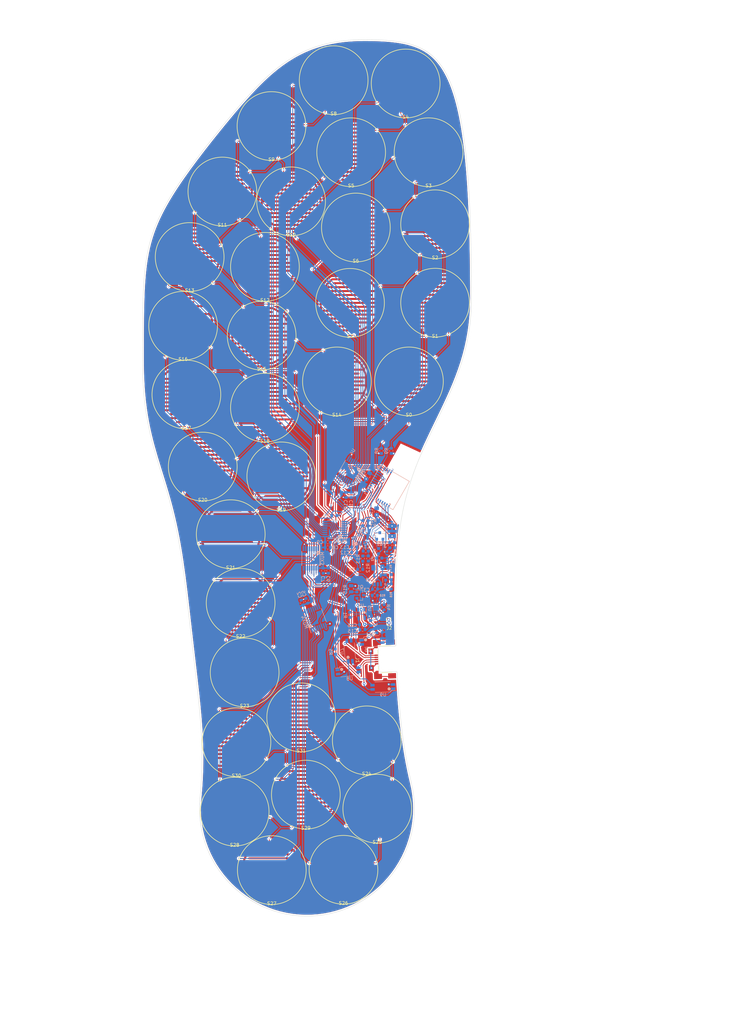
<source format=kicad_pcb>
(kicad_pcb (version 20171130) (host pcbnew "(5.0.0)")
  (layers (0 F.Cu signal) (31 B.Cu signal) (34 B.Paste user hide) (35 F.Paste user hide) (36 B.SilkS user) (37 F.SilkS user) (38 B.Mask user) (39 F.Mask user) (44 Edge.Cuts user))
  (net 0 "")
  (net 1 GND)
  (net 2 +3V3)
  (net 3 +5V)
  (net 4 +BATT)
  (net 5 /U1_A7)
  (net 6 /U1_A6)
  (net 7 /U1_A5)
  (net 8 /U1_A4)
  (net 9 /U1_A3)
  (net 10 /U1_A2)
  (net 11 /U1_A1)
  (net 12 /U1_A0)
  (net 13 /U2_A7)
  (net 14 /U2_A6)
  (net 15 /U2_A5)
  (net 16 /U2_A4)
  (net 17 /U2_A3)
  (net 18 /U2_A2)
  (net 19 /U2_A1)
  (net 20 /U2_A0)
  (net 21 /U1_Data)
  (net 22 /U2_Data)
  (net 23 /U3_Data)
  (net 24 /U4_Data)
  (net 25 /U3_A7)
  (net 26 /U3_A6)
  (net 27 /U3_A5)
  (net 28 /U3_A4)
  (net 29 /U3_A3)
  (net 30 /U3_A2)
  (net 31 /U3_A1)
  (net 32 /U3_A0)
  (net 33 /U4_A7)
  (net 34 /U4_A6)
  (net 35 /U4_A5)
  (net 36 /U4_A4)
  (net 37 /U4_A3)
  (net 38 /U4_A2)
  (net 39 /U4_A1)
  (net 40 /U4_A0)
  (net 41 "Net-(L3-Pad1)")
  (net 42 "Net-(R1-Pad1)")
  (net 43 /S0)
  (net 44 /S1)
  (net 45 /S2)
  (net 46 /MUX_E)
  (net 47 -BATT)
  (net 48 "Net-(C1-Pad1)")
  (net 49 Analog_Batt_Lvl)
  (net 50 Enable_Batt_Lvl)
  (net 51 "Net-(R5-Pad1)")
  (net 52 "Net-(R5-Pad2)")
  (net 53 "Net-(R10-Pad1)")
  (net 54 "Net-(R11-Pad1)")
  (net 55 XRES)
  (net 56 P0.6)
  (net 57 P0.7)
  (net 58 /P0.7_USB)
  (net 59 /P0.6_USB)
  (net 60 /XRES_USB)
  (net 61 "Net-(Q2-Pad3)")
  (net 62 /+3V3_VDDR)
  (net 63 /+3V3_VDD)
  (net 64 /+BATT_CUT)
  (net 65 "Net-(JP2-Pad2)")
  (net 66 "Net-(JP3-Pad1)")
  (net 67 /SCL)
  (net 68 /SDA)
  (net 69 "Net-(JP5-Pad1)")
  (net 70 P4.0)
  (net 71 P4.1)
  (module Connector_PinHeader_1.00mm:PinHeader_1x02_P1.00mm_Vertical (layer F.Cu) (at 201.329453 189.780707 4)
    (fp_text reference J2 (at 0 1.56 4) (layer F.SilkS))
    (fp_text value 3V7_Battery)
    (pad 2 thru_hole oval (at 0 -1 4) (size 0.85 0.85) (drill 0.5) (layers *.Cu *.Mask) (net 4 +BATT))
    (pad 1 thru_hole rect (at 0 0 4) (size 0.85 0.85) (drill 0.5) (layers *.Cu *.Mask) (net 47 -BATT))
  )
  (module Package_LGA:Bosch_LGA-14_3x2.5mm_P0.5mm (layer B.Cu) (at 192.439453 164.130707)
    (fp_text reference U2 (at 0 -2.5) (layer B.SilkS) (effects (justify mirror)))
    (fp_text value ISM330DLC)
    (pad 11 smd rect (at 1.2625 -0.75) (size 0.675 0.25) (layers B.Cu B.Paste B.Mask))
    (pad 10 smd rect (at 1.2625 -0.25) (size 0.675 0.25) (layers B.Cu B.Paste B.Mask))
    (pad 9 smd rect (at 1.2625 0.25) (size 0.675 0.25) (layers B.Cu B.Paste B.Mask))
    (pad 8 smd rect (at 1.2625 0.75) (size 0.675 0.25) (layers B.Cu B.Paste B.Mask) (net 2 +3V3))
    (pad 4 smd rect (at -1.2625 0.75) (size 0.675 0.25) (layers B.Cu B.Paste B.Mask))
    (pad 3 smd rect (at -1.2625 0.25) (size 0.675 0.25) (layers B.Cu B.Paste B.Mask) (net 1 GND))
    (pad 2 smd rect (at -1.2625 -0.25) (size 0.675 0.25) (layers B.Cu B.Paste B.Mask) (net 1 GND))
    (pad 1 smd rect (at -1.2625 -0.75) (size 0.675 0.25) (layers B.Cu B.Paste B.Mask) (net 1 GND))
    (pad 7 smd rect (at 0.5 1.0125) (size 0.25 0.675) (layers B.Cu B.Paste B.Mask) (net 1 GND))
    (pad 6 smd rect (at 0 1.0125) (size 0.25 0.675) (layers B.Cu B.Paste B.Mask) (net 1 GND))
    (pad 5 smd rect (at -0.5 1.0125) (size 0.25 0.675) (layers B.Cu B.Paste B.Mask) (net 2 +3V3))
    (pad 12 smd rect (at 0.5 -1.0125) (size 0.25 0.675) (layers B.Cu B.Paste B.Mask))
    (pad 14 smd rect (at -0.5 -1.0125) (size 0.25 0.675) (layers B.Cu B.Paste B.Mask) (net 68 /SDA))
    (pad 13 smd rect (at 0 -1.0125) (size 0.25 0.675) (layers B.Cu B.Paste B.Mask) (net 67 /SCL))
  )
  (module Capacitor_SMD:C_0603_1608Metric (layer B.Cu) (at 195.739453 189.830707 274)
    (fp_text reference C1 (at 0 -1.43 274) (layer B.SilkS) (effects (justify mirror)))
    (fp_text value 0.1uF)
    (pad 2 smd roundrect (at 0.7875 0 274) (size 0.875 0.95) (layers B.Cu B.Paste B.Mask) (net 47 -BATT))
    (pad 1 smd roundrect (at -0.7875 0 274) (size 0.875 0.95) (layers B.Cu B.Paste B.Mask) (net 48 "Net-(C1-Pad1)"))
  )
  (module Capacitor_SMD:C_0603_1608Metric (layer B.Cu) (at 174.789453 183.580707 290)
    (fp_text reference C2 (at -2.498995 -0.005009 290) (layer B.SilkS) (effects (justify mirror)))
    (fp_text value 1uF)
    (pad 2 smd roundrect (at 0.7875 0 290) (size 0.875 0.95) (layers B.Cu B.Paste B.Mask) (net 2 +3V3))
    (pad 1 smd roundrect (at -0.7875 0 290) (size 0.875 0.95) (layers B.Cu B.Paste B.Mask) (net 1 GND))
  )
  (module Capacitor_SMD:C_0603_1608Metric (layer B.Cu) (at 197.069453 179.450707 183)
    (fp_text reference C3 (at 2.530154 -0.127757 183) (layer B.SilkS) (effects (justify mirror)))
    (fp_text value 4.7uF)
    (pad 1 smd roundrect (at -0.7875 0 183) (size 0.875 0.95) (layers B.Cu B.Paste B.Mask) (net 1 GND))
    (pad 2 smd roundrect (at 0.7875 0 183) (size 0.875 0.95) (layers B.Cu B.Paste B.Mask) (net 64 /+BATT_CUT))
  )
  (module Capacitor_SMD:C_0603_1608Metric (layer B.Cu) (at 200.251453 175.918707 274)
    (fp_text reference C4 (at 2.621054 0.105091 274) (layer B.SilkS) (effects (justify mirror)))
    (fp_text value 10uF)
    (pad 2 smd roundrect (at 0.7875 0 274) (size 0.875 0.95) (layers B.Cu B.Paste B.Mask) (net 1 GND))
    (pad 1 smd roundrect (at -0.7875 0 274) (size 0.875 0.95) (layers B.Cu B.Paste B.Mask) (net 2 +3V3))
  )
  (module Capacitor_SMD:C_0603_1608Metric (layer B.Cu) (at 176.239453 183.030707 290)
    (fp_text reference C5 (at -2.392243 0.140264 290) (layer B.SilkS) (effects (justify mirror)))
    (fp_text value 0.1uF)
    (pad 2 smd roundrect (at 0.7875 0 290) (size 0.875 0.95) (layers B.Cu B.Paste B.Mask) (net 2 +3V3))
    (pad 1 smd roundrect (at -0.7875 0 290) (size 0.875 0.95) (layers B.Cu B.Paste B.Mask) (net 1 GND))
  )
  (module Capacitor_SMD:C_0603_1608Metric (layer B.Cu) (at 182.839453 173.818207 90)
    (fp_text reference C6 (at -2.5125 0 90) (layer B.SilkS) (effects (justify mirror)))
    (fp_text value 1uF)
    (pad 2 smd roundrect (at 0.7875 0 90) (size 0.875 0.95) (layers B.Cu B.Paste B.Mask) (net 2 +3V3))
    (pad 1 smd roundrect (at -0.7875 0 90) (size 0.875 0.95) (layers B.Cu B.Paste B.Mask) (net 1 GND))
  )
  (module Capacitor_SMD:C_0603_1608Metric (layer B.Cu) (at 181.239453 173.830707 90)
    (fp_text reference C7 (at -2.5 0 90) (layer B.SilkS) (effects (justify mirror)))
    (fp_text value 0.1uF)
    (pad 2 smd roundrect (at 0.7875 0 90) (size 0.875 0.95) (layers B.Cu B.Paste B.Mask) (net 2 +3V3))
    (pad 1 smd roundrect (at -0.7875 0 90) (size 0.875 0.95) (layers B.Cu B.Paste B.Mask) (net 1 GND))
  )
  (module Capacitor_SMD:C_0603_1608Metric (layer B.Cu) (at 182.626953 166.730707 180)
    (fp_text reference C8 (at -2.3125 0 180) (layer B.SilkS) (effects (justify mirror)))
    (fp_text value 1uF)
    (pad 2 smd roundrect (at 0.7875 0 180) (size 0.875 0.95) (layers B.Cu B.Paste B.Mask) (net 2 +3V3))
    (pad 1 smd roundrect (at -0.7875 0 180) (size 0.875 0.95) (layers B.Cu B.Paste B.Mask) (net 1 GND))
  )
  (module Capacitor_SMD:C_0603_1608Metric (layer B.Cu) (at 182.626953 165.130707 180)
    (fp_text reference C9 (at 2.3875 0 180) (layer B.SilkS) (effects (justify mirror)))
    (fp_text value 0.1uF)
    (pad 2 smd roundrect (at 0.7875 0 180) (size 0.875 0.95) (layers B.Cu B.Paste B.Mask) (net 2 +3V3))
    (pad 1 smd roundrect (at -0.7875 0 180) (size 0.875 0.95) (layers B.Cu B.Paste B.Mask) (net 1 GND))
  )
  (module Capacitor_SMD:C_0603_1608Metric (layer B.Cu) (at 188.214453 150.693207 90)
    (fp_text reference C10 (at -2.9375 -0.075 90) (layer B.SilkS) (effects (justify mirror)))
    (fp_text value 1uF)
    (pad 2 smd roundrect (at 0.7875 0 90) (size 0.875 0.95) (layers B.Cu B.Paste B.Mask) (net 2 +3V3))
    (pad 1 smd roundrect (at -0.7875 0 90) (size 0.875 0.95) (layers B.Cu B.Paste B.Mask) (net 1 GND))
  )
  (module Capacitor_SMD:C_0603_1608Metric (layer B.Cu) (at 189.839453 150.705707 90)
    (fp_text reference C11 (at -2.95 -0.075 90) (layer B.SilkS) (effects (justify mirror)))
    (fp_text value 0.1uF)
    (pad 2 smd roundrect (at 0.7875 0 90) (size 0.875 0.95) (layers B.Cu B.Paste B.Mask) (net 2 +3V3))
    (pad 1 smd roundrect (at -0.7875 0 90) (size 0.875 0.95) (layers B.Cu B.Paste B.Mask) (net 1 GND))
  )
  (module Capacitor_SMD:C_0603_1608Metric (layer B.Cu) (at 190.751953 168.230707)
    (fp_text reference C12 (at -2.9125 0.1) (layer B.SilkS) (effects (justify mirror)))
    (fp_text value 1uF)
    (pad 2 smd roundrect (at 0.7875 0) (size 0.875 0.95) (layers B.Cu B.Paste B.Mask) (net 2 +3V3))
    (pad 1 smd roundrect (at -0.7875 0) (size 0.875 0.95) (layers B.Cu B.Paste B.Mask) (net 1 GND))
  )
  (module Capacitor_SMD:C_0603_1608Metric (layer B.Cu) (at 190.751953 166.630707)
    (fp_text reference C13 (at -2.9225 0.03) (layer B.SilkS) (effects (justify mirror)))
    (fp_text value 0.1uF)
    (pad 2 smd roundrect (at 0.7875 0) (size 0.875 0.95) (layers B.Cu B.Paste B.Mask) (net 2 +3V3))
    (pad 1 smd roundrect (at -0.7875 0) (size 0.875 0.95) (layers B.Cu B.Paste B.Mask) (net 1 GND))
  )
  (module Capacitor_SMD:C_0603_1608Metric (layer B.Cu) (at 194.239453 167.830707 180)
    (fp_text reference C14 (at 0.22 1.35 180) (layer B.SilkS) (effects (justify mirror)))
    (fp_text value 0.1uF)
    (pad 2 smd roundrect (at 0.7875 0 180) (size 0.875 0.95) (layers B.Cu B.Paste B.Mask) (net 1 GND))
    (pad 1 smd roundrect (at -0.7875 0 180) (size 0.875 0.95) (layers B.Cu B.Paste B.Mask) (net 49 Analog_Batt_Lvl))
  )
  (module Inductor_SMD:L_0805_2012Metric_Pad1.15x1.40mm_HandSolder (layer B.Cu) (at 197.569453 155.775707 90)
    (fp_text reference L1 (at 0 -1.65 90) (layer B.SilkS) (effects (justify mirror)))
    (fp_text value "300ohm 100MHz")
    (pad 2 smd roundrect (at 1.025 0 90) (size 1.15 1.4) (layers B.Cu B.Paste B.Mask) (roundrect_rratio 0.217391) (net 62 /+3V3_VDDR))
    (pad 1 smd roundrect (at -1.025 0 90) (size 1.15 1.4) (layers B.Cu B.Paste B.Mask) (roundrect_rratio 0.217391) (net 2 +3V3))
  )
  (module Inductor_SMD:L_0805_2012Metric_Pad1.15x1.40mm_HandSolder (layer B.Cu) (at 194.889453 144.940707 60)
    (fp_text reference L2 (at 0 -1.65 60) (layer B.SilkS) (effects (justify mirror)))
    (fp_text value "300ohm 100MHz")
    (pad 2 smd roundrect (at 1.025 0 60) (size 1.15 1.4) (layers B.Cu B.Paste B.Mask) (roundrect_rratio 0.217391) (net 63 /+3V3_VDD))
    (pad 1 smd roundrect (at -1.025 0 60) (size 1.15 1.4) (layers B.Cu B.Paste B.Mask) (roundrect_rratio 0.217391) (net 2 +3V3))
  )
  (module Package_SO:TSSOP-16_4.4x5mm_P0.65mm (layer B.Cu) (at 189.339453 143.330707 240)
    (fp_text reference MUX1 (at 0 -3.55 240) (layer B.SilkS) (effects (justify mirror)))
    (fp_text value CD74HC4051)
    (pad 16 smd rect (at 2.95 -2.275 240) (size 1.5 0.45) (layers B.Cu B.Paste B.Mask) (net 2 +3V3))
    (pad 15 smd rect (at 2.95 -1.625 240) (size 1.5 0.45) (layers B.Cu B.Paste B.Mask) (net 10 /U1_A2))
    (pad 14 smd rect (at 2.95 -0.975 240) (size 1.5 0.45) (layers B.Cu B.Paste B.Mask) (net 11 /U1_A1))
    (pad 13 smd rect (at 2.95 -0.325 240) (size 1.5 0.45) (layers B.Cu B.Paste B.Mask) (net 12 /U1_A0))
    (pad 12 smd rect (at 2.95 0.325 240) (size 1.5 0.45) (layers B.Cu B.Paste B.Mask) (net 9 /U1_A3))
    (pad 11 smd rect (at 2.95 0.975 240) (size 1.5 0.45) (layers B.Cu B.Paste B.Mask) (net 43 /S0))
    (pad 10 smd rect (at 2.95 1.625 240) (size 1.5 0.45) (layers B.Cu B.Paste B.Mask) (net 44 /S1))
    (pad 9 smd rect (at 2.95 2.275 240) (size 1.5 0.45) (layers B.Cu B.Paste B.Mask) (net 45 /S2))
    (pad 8 smd rect (at -2.95 2.275 240) (size 1.5 0.45) (layers B.Cu B.Paste B.Mask) (net 1 GND))
    (pad 7 smd rect (at -2.95 1.625 240) (size 1.5 0.45) (layers B.Cu B.Paste B.Mask) (net 1 GND))
    (pad 6 smd rect (at -2.95 0.975 240) (size 1.5 0.45) (layers B.Cu B.Paste B.Mask) (net 46 /MUX_E))
    (pad 5 smd rect (at -2.95 0.325 240) (size 1.5 0.45) (layers B.Cu B.Paste B.Mask) (net 7 /U1_A5))
    (pad 4 smd rect (at -2.95 -0.325 240) (size 1.5 0.45) (layers B.Cu B.Paste B.Mask) (net 5 /U1_A7))
    (pad 3 smd rect (at -2.95 -0.975 240) (size 1.5 0.45) (layers B.Cu B.Paste B.Mask) (net 2 +3V3))
    (pad 2 smd rect (at -2.95 -1.625 240) (size 1.5 0.45) (layers B.Cu B.Paste B.Mask) (net 6 /U1_A6))
    (pad 1 smd rect (at -2.95 -2.275 240) (size 1.5 0.45) (layers B.Cu B.Paste B.Mask) (net 8 /U1_A4))
  )
  (module Package_SO:TSSOP-16_4.4x5mm_P0.65mm (layer B.Cu) (at 184.739453 161.130707 180)
    (fp_text reference MUX2 (at -1.7 -3.6 180) (layer B.SilkS) (effects (justify mirror)))
    (fp_text value CD74HC4051)
    (pad 16 smd rect (at 2.95 -2.275 180) (size 1.5 0.45) (layers B.Cu B.Paste B.Mask) (net 2 +3V3))
    (pad 15 smd rect (at 2.95 -1.625 180) (size 1.5 0.45) (layers B.Cu B.Paste B.Mask) (net 18 /U2_A2))
    (pad 14 smd rect (at 2.95 -0.975 180) (size 1.5 0.45) (layers B.Cu B.Paste B.Mask) (net 19 /U2_A1))
    (pad 13 smd rect (at 2.95 -0.325 180) (size 1.5 0.45) (layers B.Cu B.Paste B.Mask) (net 20 /U2_A0))
    (pad 12 smd rect (at 2.95 0.325 180) (size 1.5 0.45) (layers B.Cu B.Paste B.Mask) (net 17 /U2_A3))
    (pad 11 smd rect (at 2.95 0.975 180) (size 1.5 0.45) (layers B.Cu B.Paste B.Mask) (net 43 /S0))
    (pad 10 smd rect (at 2.95 1.625 180) (size 1.5 0.45) (layers B.Cu B.Paste B.Mask) (net 44 /S1))
    (pad 9 smd rect (at 2.95 2.275 180) (size 1.5 0.45) (layers B.Cu B.Paste B.Mask) (net 45 /S2))
    (pad 8 smd rect (at -2.95 2.275 180) (size 1.5 0.45) (layers B.Cu B.Paste B.Mask) (net 1 GND))
    (pad 7 smd rect (at -2.95 1.625 180) (size 1.5 0.45) (layers B.Cu B.Paste B.Mask) (net 1 GND))
    (pad 6 smd rect (at -2.95 0.975 180) (size 1.5 0.45) (layers B.Cu B.Paste B.Mask) (net 46 /MUX_E))
    (pad 5 smd rect (at -2.95 0.325 180) (size 1.5 0.45) (layers B.Cu B.Paste B.Mask) (net 15 /U2_A5))
    (pad 4 smd rect (at -2.95 -0.325 180) (size 1.5 0.45) (layers B.Cu B.Paste B.Mask) (net 13 /U2_A7))
    (pad 3 smd rect (at -2.95 -0.975 180) (size 1.5 0.45) (layers B.Cu B.Paste B.Mask) (net 2 +3V3))
    (pad 2 smd rect (at -2.95 -1.625 180) (size 1.5 0.45) (layers B.Cu B.Paste B.Mask) (net 14 /U2_A6))
    (pad 1 smd rect (at -2.95 -2.275 180) (size 1.5 0.45) (layers B.Cu B.Paste B.Mask) (net 16 /U2_A4))
  )
  (module Package_SO:TSSOP-16_4.4x5mm_P0.65mm (layer B.Cu) (at 177.439453 170.080707 270)
    (fp_text reference MUX3 (at 0 -3.55 270) (layer B.SilkS) (effects (justify mirror)))
    (fp_text value CD74HC4051)
    (pad 16 smd rect (at 2.95 -2.275 270) (size 1.5 0.45) (layers B.Cu B.Paste B.Mask) (net 2 +3V3))
    (pad 15 smd rect (at 2.95 -1.625 270) (size 1.5 0.45) (layers B.Cu B.Paste B.Mask) (net 30 /U3_A2))
    (pad 14 smd rect (at 2.95 -0.975 270) (size 1.5 0.45) (layers B.Cu B.Paste B.Mask) (net 31 /U3_A1))
    (pad 13 smd rect (at 2.95 -0.325 270) (size 1.5 0.45) (layers B.Cu B.Paste B.Mask) (net 32 /U3_A0))
    (pad 12 smd rect (at 2.95 0.325 270) (size 1.5 0.45) (layers B.Cu B.Paste B.Mask) (net 29 /U3_A3))
    (pad 11 smd rect (at 2.95 0.975 270) (size 1.5 0.45) (layers B.Cu B.Paste B.Mask) (net 43 /S0))
    (pad 10 smd rect (at 2.95 1.625 270) (size 1.5 0.45) (layers B.Cu B.Paste B.Mask) (net 44 /S1))
    (pad 9 smd rect (at 2.95 2.275 270) (size 1.5 0.45) (layers B.Cu B.Paste B.Mask) (net 45 /S2))
    (pad 8 smd rect (at -2.95 2.275 270) (size 1.5 0.45) (layers B.Cu B.Paste B.Mask) (net 1 GND))
    (pad 7 smd rect (at -2.95 1.625 270) (size 1.5 0.45) (layers B.Cu B.Paste B.Mask) (net 1 GND))
    (pad 6 smd rect (at -2.95 0.975 270) (size 1.5 0.45) (layers B.Cu B.Paste B.Mask) (net 46 /MUX_E))
    (pad 5 smd rect (at -2.95 0.325 270) (size 1.5 0.45) (layers B.Cu B.Paste B.Mask) (net 27 /U3_A5))
    (pad 4 smd rect (at -2.95 -0.325 270) (size 1.5 0.45) (layers B.Cu B.Paste B.Mask) (net 25 /U3_A7))
    (pad 3 smd rect (at -2.95 -0.975 270) (size 1.5 0.45) (layers B.Cu B.Paste B.Mask) (net 2 +3V3))
    (pad 2 smd rect (at -2.95 -1.625 270) (size 1.5 0.45) (layers B.Cu B.Paste B.Mask) (net 26 /U3_A6))
    (pad 1 smd rect (at -2.95 -2.275 270) (size 1.5 0.45) (layers B.Cu B.Paste B.Mask) (net 28 /U3_A4))
  )
  (module Package_SO:TSSOP-16_4.4x5mm_P0.65mm (layer B.Cu) (at 178.889453 188.380707 110)
    (fp_text reference MUX4 (at 0 -3.55 110) (layer B.SilkS) (effects (justify mirror)))
    (fp_text value CD74HC4051)
    (pad 16 smd rect (at 2.95 -2.275 110) (size 1.5 0.45) (layers B.Cu B.Paste B.Mask) (net 2 +3V3))
    (pad 15 smd rect (at 2.95 -1.625 110) (size 1.5 0.45) (layers B.Cu B.Paste B.Mask) (net 38 /U4_A2))
    (pad 14 smd rect (at 2.95 -0.975 110) (size 1.5 0.45) (layers B.Cu B.Paste B.Mask) (net 39 /U4_A1))
    (pad 13 smd rect (at 2.95 -0.325 110) (size 1.5 0.45) (layers B.Cu B.Paste B.Mask) (net 40 /U4_A0))
    (pad 12 smd rect (at 2.95 0.325 110) (size 1.5 0.45) (layers B.Cu B.Paste B.Mask) (net 37 /U4_A3))
    (pad 11 smd rect (at 2.95 0.975 110) (size 1.5 0.45) (layers B.Cu B.Paste B.Mask) (net 43 /S0))
    (pad 10 smd rect (at 2.95 1.625 110) (size 1.5 0.45) (layers B.Cu B.Paste B.Mask) (net 44 /S1))
    (pad 9 smd rect (at 2.95 2.275 110) (size 1.5 0.45) (layers B.Cu B.Paste B.Mask) (net 45 /S2))
    (pad 8 smd rect (at -2.95 2.275 110) (size 1.5 0.45) (layers B.Cu B.Paste B.Mask) (net 1 GND))
    (pad 7 smd rect (at -2.95 1.625 110) (size 1.5 0.45) (layers B.Cu B.Paste B.Mask) (net 1 GND))
    (pad 6 smd rect (at -2.95 0.975 110) (size 1.5 0.45) (layers B.Cu B.Paste B.Mask) (net 46 /MUX_E))
    (pad 5 smd rect (at -2.95 0.325 110) (size 1.5 0.45) (layers B.Cu B.Paste B.Mask) (net 35 /U4_A5))
    (pad 4 smd rect (at -2.95 -0.325 110) (size 1.5 0.45) (layers B.Cu B.Paste B.Mask) (net 33 /U4_A7))
    (pad 3 smd rect (at -2.95 -0.975 110) (size 1.5 0.45) (layers B.Cu B.Paste B.Mask) (net 2 +3V3))
    (pad 2 smd rect (at -2.95 -1.625 110) (size 1.5 0.45) (layers B.Cu B.Paste B.Mask) (net 34 /U4_A6))
    (pad 1 smd rect (at -2.95 -2.275 110) (size 1.5 0.45) (layers B.Cu B.Paste B.Mask) (net 36 /U4_A4))
  )
  (module Package_TO_SOT_SMD:SOT-23 (layer B.Cu) (at 198.539453 163.230707 90)
    (fp_text reference Q2 (at -2.43 -0.03) (layer B.SilkS) (effects (justify mirror)))
    (fp_text value Q_PMOS_GSD)
    (pad 3 smd rect (at 1 0 90) (size 0.9 0.8) (layers B.Cu B.Paste B.Mask) (net 61 "Net-(Q2-Pad3)"))
    (pad 2 smd rect (at -1 0.95 90) (size 0.9 0.8) (layers B.Cu B.Paste B.Mask) (net 64 /+BATT_CUT))
    (pad 1 smd rect (at -1 -0.95 90) (size 0.9 0.8) (layers B.Cu B.Paste B.Mask) (net 50 Enable_Batt_Lvl))
  )
  (module Resistor_SMD:R_0603_1608Metric (layer B.Cu) (at 189.358238 187.314286 93)
    (fp_text reference R1 (at 0 -1.43 93) (layer B.SilkS) (effects (justify mirror)))
    (fp_text value 10k)
    (pad 2 smd roundrect (at 0.7875 0 93) (size 0.875 0.95) (layers B.Cu B.Paste B.Mask) (net 47 -BATT))
    (pad 1 smd roundrect (at -0.7875 0 93) (size 0.875 0.95) (layers B.Cu B.Paste B.Mask) (net 42 "Net-(R1-Pad1)"))
  )
  (module Resistor_SMD:R_0603_1608Metric (layer B.Cu) (at 194.151953 158.530707 180)
    (fp_text reference R2 (at -2.4875 -0.1 180) (layer B.SilkS) (effects (justify mirror)))
    (fp_text value 10k)
    (pad 2 smd roundrect (at 0.7875 0 180) (size 0.875 0.95) (layers B.Cu B.Paste B.Mask) (net 68 /SDA))
    (pad 1 smd roundrect (at -0.7875 0 180) (size 0.875 0.95) (layers B.Cu B.Paste B.Mask) (net 2 +3V3))
  )
  (module Resistor_SMD:R_0603_1608Metric (layer B.Cu) (at 194.139453 160.130707 180)
    (fp_text reference R3 (at -2.4 0 180) (layer B.SilkS) (effects (justify mirror)))
    (fp_text value 10k)
    (pad 2 smd roundrect (at 0.7875 0 180) (size 0.875 0.95) (layers B.Cu B.Paste B.Mask) (net 67 /SCL))
    (pad 1 smd roundrect (at -0.7875 0 180) (size 0.875 0.95) (layers B.Cu B.Paste B.Mask) (net 2 +3V3))
  )
  (module Resistor_SMD:R_0603_1608Metric (layer B.Cu) (at 199.849453 185.000707 270)
    (fp_text reference R4 (at 0 -1.43 270) (layer B.SilkS) (effects (justify mirror)))
    (fp_text value "390 ohm")
    (pad 2 smd roundrect (at 0.7875 0 270) (size 0.875 0.95) (layers B.Cu B.Paste B.Mask) (net 48 "Net-(C1-Pad1)"))
    (pad 1 smd roundrect (at -0.7875 0 270) (size 0.875 0.95) (layers B.Cu B.Paste B.Mask) (net 4 +BATT))
  )
  (module Resistor_SMD:R_0603_1608Metric (layer B.Cu) (at 184.939453 198.530707 94)
    (fp_text reference R5 (at 0 -1.43 94) (layer B.SilkS) (effects (justify mirror)))
    (fp_text value 0-1k)
    (pad 2 smd roundrect (at 0.7875 0 94) (size 0.875 0.95) (layers B.Cu B.Paste B.Mask) (net 52 "Net-(R5-Pad2)"))
    (pad 1 smd roundrect (at -0.7875 0 94) (size 0.875 0.95) (layers B.Cu B.Paste B.Mask) (net 51 "Net-(R5-Pad1)"))
  )
  (module Resistor_SMD:R_0603_1608Metric (layer B.Cu) (at 192.551953 173.430707 180)
    (fp_text reference R6 (at 2.5125 0 180) (layer B.SilkS) (effects (justify mirror)))
    (fp_text value 10k)
    (pad 2 smd roundrect (at 0.7875 0 180) (size 0.875 0.95) (layers B.Cu B.Paste B.Mask) (net 24 /U4_Data))
    (pad 1 smd roundrect (at -0.7875 0 180) (size 0.875 0.95) (layers B.Cu B.Paste B.Mask) (net 1 GND))
  )
  (module Resistor_SMD:R_0603_1608Metric (layer B.Cu) (at 184.639453 156.980707 180)
    (fp_text reference R7 (at 2.5 -0.05 180) (layer B.SilkS) (effects (justify mirror)))
    (fp_text value 10k)
    (pad 2 smd roundrect (at 0.7875 0 180) (size 0.875 0.95) (layers B.Cu B.Paste B.Mask) (net 23 /U3_Data))
    (pad 1 smd roundrect (at -0.7875 0 180) (size 0.875 0.95) (layers B.Cu B.Paste B.Mask) (net 1 GND))
  )
  (module Resistor_SMD:R_0603_1608Metric (layer B.Cu) (at 199.039453 137.218207 90)
    (fp_text reference R8 (at 0 -1.43 90) (layer B.SilkS) (effects (justify mirror)))
    (fp_text value 10k)
    (pad 2 smd roundrect (at 0.7875 0 90) (size 0.875 0.95) (layers B.Cu B.Paste B.Mask) (net 22 /U2_Data))
    (pad 1 smd roundrect (at -0.7875 0 90) (size 0.875 0.95) (layers B.Cu B.Paste B.Mask) (net 1 GND))
  )
  (module Resistor_SMD:R_0603_1608Metric (layer B.Cu) (at 202.039453 137.230707 90)
    (fp_text reference R9 (at 0 -1.43 90) (layer B.SilkS) (effects (justify mirror)))
    (fp_text value 10k)
    (pad 2 smd roundrect (at 0.7875 0 90) (size 0.875 0.95) (layers B.Cu B.Paste B.Mask) (net 21 /U1_Data))
    (pad 1 smd roundrect (at -0.7875 0 90) (size 0.875 0.95) (layers B.Cu B.Paste B.Mask) (net 1 GND))
  )
  (module Resistor_SMD:R_0603_1608Metric (layer B.Cu) (at 197.004953 181.372707 180)
    (fp_text reference R10 (at -2.3445 -0.038 180) (layer B.SilkS) (effects (font (size 0.6 0.6)) (justify mirror)))
    (fp_text value 2.7k)
    (pad 2 smd roundrect (at 0.7875 0 180) (size 0.875 0.95) (layers B.Cu B.Paste B.Mask) (net 1 GND))
    (pad 1 smd roundrect (at -0.7875 0 180) (size 0.875 0.95) (layers B.Cu B.Paste B.Mask) (net 53 "Net-(R10-Pad1)"))
  )
  (module Resistor_SMD:R_0603_1608Metric (layer B.Cu) (at 198.45495 192.730707 5)
    (fp_text reference R11 (at -2.848361 0.252711 5) (layer B.SilkS) (effects (justify mirror)))
    (fp_text value "100-500 ohm")
    (pad 2 smd roundrect (at 0.7875 0 5) (size 0.875 0.95) (layers B.Cu B.Paste B.Mask) (net 2 +3V3))
    (pad 1 smd roundrect (at -0.7875 0 5) (size 0.875 0.95) (layers B.Cu B.Paste B.Mask) (net 54 "Net-(R11-Pad1)"))
  )
  (module Resistor_SMD:R_0603_1608Metric (layer B.Cu) (at 195.039453 170.118207 90)
    (fp_text reference R12 (at -2.9125 -0.1 90) (layer B.SilkS) (effects (justify mirror)))
    (fp_text value 10k)
    (pad 2 smd roundrect (at 0.7875 0 90) (size 0.875 0.95) (layers B.Cu B.Paste B.Mask) (net 49 Analog_Batt_Lvl))
    (pad 1 smd roundrect (at -0.7875 0 90) (size 0.875 0.95) (layers B.Cu B.Paste B.Mask) (net 61 "Net-(Q2-Pad3)"))
  )
  (module Resistor_SMD:R_0603_1608Metric (layer B.Cu) (at 193.339453 170.130707 270)
    (fp_text reference R13 (at 0.1 1.4 270) (layer B.SilkS) (effects (justify mirror)))
    (fp_text value 10k)
    (pad 2 smd roundrect (at 0.7875 0 270) (size 0.875 0.95) (layers B.Cu B.Paste B.Mask) (net 1 GND))
    (pad 1 smd roundrect (at -0.7875 0 270) (size 0.875 0.95) (layers B.Cu B.Paste B.Mask) (net 49 Analog_Batt_Lvl))
  )
  (module Resistor_SMD:R_0603_1608Metric (layer B.Cu) (at 198.139453 167.843207 90)
    (fp_text reference R14 (at -0.1375 -1.15 90) (layer B.SilkS) (effects (font (size 0.6 0.6)) (justify mirror)))
    (fp_text value 100k)
    (pad 2 smd roundrect (at 0.7875 0 90) (size 0.875 0.95) (layers B.Cu B.Paste B.Mask) (net 50 Enable_Batt_Lvl))
    (pad 1 smd roundrect (at -0.7875 0 90) (size 0.875 0.95) (layers B.Cu B.Paste B.Mask) (net 64 /+BATT_CUT))
  )
  (module Package_TO_SOT_SMD:TSOT-23-5 (layer B.Cu) (at 192.939453 187.030707 273)
    (fp_text reference U1 (at -2.60167 -0.036211 183) (layer B.SilkS) (effects (font (size 0.9 0.9)) (justify mirror)))
    (fp_text value STC4054-4.2)
    (pad 5 smd rect (at 1.31 -0.95 273) (size 1.22 0.65) (layers B.Cu B.Paste B.Mask) (net 42 "Net-(R1-Pad1)"))
    (pad 4 smd rect (at 1.31 0.95 273) (size 1.22 0.65) (layers B.Cu B.Paste B.Mask) (net 3 +5V))
    (pad 3 smd rect (at -1.31 0.95 273) (size 1.22 0.65) (layers B.Cu B.Paste B.Mask) (net 4 +BATT))
    (pad 2 smd rect (at -1.31 0 273) (size 1.22 0.65) (layers B.Cu B.Paste B.Mask) (net 47 -BATT))
    (pad 1 smd rect (at -1.31 -0.95 273) (size 1.22 0.65) (layers B.Cu B.Paste B.Mask))
  )
  (module Package_TO_SOT_SMD:TSOT-23-5 (layer B.Cu) (at 197.859453 176.660707 93)
    (fp_text reference U3 (at 0.142354 -2.716272 3) (layer B.SilkS) (effects (font (size 0.9 0.9)) (justify mirror)))
    (fp_text value ADP2108AUJ-3.3)
    (pad 5 smd rect (at 1.31 -0.95 93) (size 1.22 0.65) (layers B.Cu B.Paste B.Mask) (net 41 "Net-(L3-Pad1)"))
    (pad 4 smd rect (at 1.31 0.95 93) (size 1.22 0.65) (layers B.Cu B.Paste B.Mask) (net 2 +3V3))
    (pad 3 smd rect (at -1.31 0.95 93) (size 1.22 0.65) (layers B.Cu B.Paste B.Mask) (net 64 /+BATT_CUT))
    (pad 2 smd rect (at -1.31 0 93) (size 1.22 0.65) (layers B.Cu B.Paste B.Mask) (net 1 GND))
    (pad 1 smd rect (at -1.31 -0.95 93) (size 1.22 0.65) (layers B.Cu B.Paste B.Mask) (net 64 /+BATT_CUT))
  )
  (module Digikey_EZ_BLE:CYBLE-222014-01 (layer B.Cu) (at 199.469453 147.470707 240)
    (fp_text reference U4 (at -4 13 240) (layer B.SilkS) (effects (justify mirror)))
    (fp_text value CYBLE-222014-01)
    (pad 1 smd rect (at 4.89 -4.91 240) (size 1 0.41) (layers B.Cu B.Paste B.Mask) (net 1 GND))
    (pad 2 smd rect (at 4.89 -4.14 240) (size 1 0.41) (layers B.Cu B.Paste B.Mask) (net 71 P4.1))
    (pad 3 smd rect (at 4.89 -3.38 240) (size 1 0.41) (layers B.Cu B.Paste B.Mask) (net 50 Enable_Batt_Lvl))
    (pad 4 smd rect (at 4.89 -2.62 240) (size 1 0.41) (layers B.Cu B.Paste B.Mask) (net 49 Analog_Batt_Lvl))
    (pad 5 smd rect (at 4.89 -1.86 240) (size 1 0.41) (layers B.Cu B.Paste B.Mask) (net 62 /+3V3_VDDR))
    (pad 7 smd rect (at 4.34 3.19 330) (size 1 0.41) (layers B.Cu B.Paste B.Mask) (net 46 /MUX_E))
    (pad 8 smd rect (at 3.58 3.19 330) (size 1 0.41) (layers B.Cu B.Paste B.Mask) (net 57 P0.7))
    (pad 9 smd rect (at 2.81 3.19 330) (size 1 0.41) (layers B.Cu B.Paste B.Mask) (net 68 /SDA))
    (pad 10 smd rect (at 2.05 3.19 330) (size 1 0.41) (layers B.Cu B.Paste B.Mask) (net 67 /SCL))
    (pad 11 smd rect (at 1.29 3.19 330) (size 1 0.41) (layers B.Cu B.Paste B.Mask) (net 1 GND))
    (pad 12 smd rect (at 0.53 3.19 330) (size 1 0.41) (layers B.Cu B.Paste B.Mask) (net 56 P0.6))
    (pad 13 smd rect (at -0.23 3.19 330) (size 1 0.41) (layers B.Cu B.Paste B.Mask) (net 24 /U4_Data))
    (pad 14 smd rect (at -1 3.19 330) (size 1 0.41) (layers B.Cu B.Paste B.Mask) (net 63 /+3V3_VDD))
    (pad 15 smd rect (at -1.76 3.19 330) (size 1 0.41) (layers B.Cu B.Paste B.Mask) (net 55 XRES))
    (pad 16 smd rect (at -2.52 3.19 330) (size 1 0.41) (layers B.Cu B.Paste B.Mask) (net 23 /U3_Data))
    (pad 17 smd rect (at -3.28 3.19 330) (size 1 0.41) (layers B.Cu B.Paste B.Mask) (net 22 /U2_Data))
    (pad 18 smd rect (at -4.04 3.19 330) (size 1 0.41) (layers B.Cu B.Paste B.Mask) (net 21 /U1_Data))
    (pad 19 smd rect (at -4.6 1.95 240) (size 1 0.41) (layers B.Cu B.Paste B.Mask) (net 43 /S0))
    (pad 20 smd rect (at -4.6 1.19 240) (size 1 0.41) (layers B.Cu B.Paste B.Mask) (net 44 /S1))
    (pad 21 smd rect (at -4.6 0.43 240) (size 1 0.41) (layers B.Cu B.Paste B.Mask) (net 45 /S2))
    (pad 22 smd rect (at -4.6 -0.33 240) (size 1 0.41) (layers B.Cu B.Paste B.Mask) (net 70 P4.0))
    (pad 6 smd rect (at 4.89 -1.1 240) (size 1 0.41) (layers B.Cu B.Paste B.Mask))
  )
  (module SamacSys_Parts:AP9211SAACHAC7 (layer B.Cu) (at 197.389453 185.180707 4)
    (fp_text reference U5 (at -1.955713 0.013605 -86) (layer B.SilkS) (effects (font (size 0.9 0.9)) (justify mirror)))
    (fp_text value AP9211SA-AN-HAC-7 hide)
    (pad 7 smd rect (at 0 0 94) (size 1.8 1.8) (layers B.Cu B.Paste B.Mask))
    (pad 6 smd rect (at -0.599 -1.35 94) (size 0.5 0.75) (layers B.Cu B.Paste B.Mask) (net 1 GND))
    (pad 5 smd rect (at 0.176 -1.35 4) (size 0.4 0.5) (layers B.Cu B.Paste B.Mask) (net 53 "Net-(R10-Pad1)"))
    (pad 4 smd rect (at 0.776 -1.35 4) (size 0.4 0.5) (layers B.Cu B.Paste B.Mask))
    (pad 3 smd rect (at 0.776 1.35 4) (size 0.4 0.5) (layers B.Cu B.Paste B.Mask) (net 48 "Net-(C1-Pad1)"))
    (pad 2 smd rect (at 0.176004 1.35 4) (size 0.4 0.5) (layers B.Cu B.Paste B.Mask) (net 47 -BATT))
    (pad 1 smd rect (at -0.599 1.35 94) (size 0.5 0.75) (layers B.Cu B.Paste B.Mask) (net 47 -BATT))
  )
  (module Package_SO:SOP-4_4.4x2.8mm_P1.27mm (layer B.Cu) (at 196.139453 195.430707 5)
    (fp_text reference U6 (at -1.521658 2.476804 5) (layer B.SilkS) (effects (justify mirror)))
    (fp_text value TCMT1100)
    (pad 4 smd rect (at 3.15 -0.64 5) (size 1.3 0.8) (layers B.Cu B.Paste B.Mask) (net 2 +3V3))
    (pad 3 smd rect (at 3.15 0.64 5) (size 1.3 0.8) (layers B.Cu B.Paste B.Mask) (net 52 "Net-(R5-Pad2)"))
    (pad 2 smd rect (at -3.15 0.64 5) (size 1.3 0.8) (layers B.Cu B.Paste B.Mask) (net 3 +5V))
    (pad 1 smd rect (at -3.15 -0.64 5) (size 1.3 0.8) (layers B.Cu B.Paste B.Mask) (net 54 "Net-(R11-Pad1)"))
  )
  (module Package_SO:SOP-4_4.4x2.8mm_P1.27mm (layer B.Cu) (at 189.339453 198.330707 94)
    (fp_text reference U7 (at 0 -2.4 94) (layer B.SilkS) (effects (justify mirror)))
    (fp_text value TCMT1100)
    (pad 4 smd rect (at 3.15 -0.64 94) (size 1.3 0.8) (layers B.Cu B.Paste B.Mask) (net 60 /XRES_USB))
    (pad 3 smd rect (at 3.15 0.64 94) (size 1.3 0.8) (layers B.Cu B.Paste B.Mask) (net 55 XRES))
    (pad 2 smd rect (at -3.15 0.64 94) (size 1.3 0.8) (layers B.Cu B.Paste B.Mask) (net 1 GND))
    (pad 1 smd rect (at -3.15 -0.64 94) (size 1.3 0.8) (layers B.Cu B.Paste B.Mask) (net 51 "Net-(R5-Pad1)"))
  )
  (module Package_SO:SOP-4_4.4x2.8mm_P1.27mm (layer B.Cu) (at 188.839453 204.430707 6)
    (fp_text reference U8 (at 0.246393 2.439117 6) (layer B.SilkS) (effects (justify mirror)))
    (fp_text value TCMT1100)
    (pad 4 smd rect (at 3.15 -0.64 6) (size 1.3 0.8) (layers B.Cu B.Paste B.Mask) (net 59 /P0.6_USB))
    (pad 3 smd rect (at 3.15 0.64 6) (size 1.3 0.8) (layers B.Cu B.Paste B.Mask) (net 56 P0.6))
    (pad 2 smd rect (at -3.15 0.64 6) (size 1.3 0.8) (layers B.Cu B.Paste B.Mask) (net 1 GND))
    (pad 1 smd rect (at -3.15 -0.64 6) (size 1.3 0.8) (layers B.Cu B.Paste B.Mask) (net 51 "Net-(R5-Pad1)"))
  )
  (module Package_SO:SOP-4_4.4x2.8mm_P1.27mm (layer B.Cu) (at 199.469453 209.340707 182)
    (fp_text reference U9 (at 0 -2.4 182) (layer B.SilkS) (effects (justify mirror)))
    (fp_text value TCMT1100)
    (pad 4 smd rect (at 3.15 -0.64 182) (size 1.3 0.8) (layers B.Cu B.Paste B.Mask) (net 58 /P0.7_USB))
    (pad 3 smd rect (at 3.15 0.64 182) (size 1.3 0.8) (layers B.Cu B.Paste B.Mask) (net 57 P0.7))
    (pad 2 smd rect (at -3.15 0.64 182) (size 1.3 0.8) (layers B.Cu B.Paste B.Mask) (net 1 GND))
    (pad 1 smd rect (at -3.15 -0.64 182) (size 1.3 0.8) (layers B.Cu B.Paste B.Mask) (net 51 "Net-(R5-Pad1)"))
  )
  (module Capacitor_SMD:C_0603_1608Metric (layer B.Cu) (at 193.253871 191.83564 184)
    (fp_text reference C15 (at 3.094999 -0.155001 184) (layer B.SilkS) (effects (justify mirror)))
    (fp_text value 1uF)
    (pad 2 smd roundrect (at 0.7875 0 184) (size 0.875 0.95) (layers B.Cu B.Paste B.Mask) (net 3 +5V))
    (pad 1 smd roundrect (at -0.7875 0 184) (size 0.875 0.95) (layers B.Cu B.Paste B.Mask) (net 47 -BATT))
  )
  (module Capacitor_SMD:C_0603_1608Metric (layer B.Cu) (at 193.134452 190.265706 184)
    (fp_text reference C16 (at 3.044999 -0.015001 184) (layer B.SilkS) (effects (justify mirror)))
    (fp_text value 0.1uF)
    (pad 2 smd roundrect (at 0.7875 0 184) (size 0.875 0.95) (layers B.Cu B.Paste B.Mask) (net 3 +5V))
    (pad 1 smd roundrect (at -0.7875 0 184) (size 0.875 0.95) (layers B.Cu B.Paste B.Mask) (net 47 -BATT))
  )
  (module Connector_USB:USB_Micro_CustomV2 (layer F.Cu) (at 200.419453 200.850707 272)
    (fp_text reference J1 (at 0 8.7 272) (layer F.SilkS))
    (fp_text value Conn_Micro_USB)
    (pad 6 smd custom (at -5.2 2.6 272) (size 1.6 2.4) (layers F.Cu F.Paste F.Mask) (net 47 -BATT) (options (clearance outline) (anchor rect)) (primitives (gr_poly (pts (xy 0.8 1.2) (xy 1.025 1.2) (xy 1.75 0.6) (xy 1.75 -0.2) (xy 0.8 -0.2)) (width 0))))
    (pad 6 smd custom (at 5.2 2.6 272) (size 1.6 2.4) (layers F.Cu F.Paste F.Mask) (net 47 -BATT) (options (clearance outline) (anchor rect)) (primitives (gr_poly (pts (xy -0.8 1.2) (xy -1.025 1.2) (xy -1.75 0.6) (xy -1.75 -0.2) (xy -0.8 -0.2)) (width 0))))
    (pad 6 smd rect (at 2.55 4.55 272) (size 1.8 1.5) (layers F.Cu F.Paste F.Mask) (net 47 -BATT))
    (pad 6 smd rect (at -2.55 4.55 272) (size 1.8 1.5) (layers F.Cu F.Paste F.Mask) (net 47 -BATT))
    (pad 6 smd rect (at 5.15 -1.7 272) (size 1.6 2.4) (layers F.Cu F.Paste F.Mask) (net 47 -BATT))
    (pad 6 smd rect (at -5.15 -1.7 272) (size 1.6 2.4) (layers F.Cu F.Paste F.Mask) (net 47 -BATT))
    (pad 5 smd rect (at 1.3 2.925 272) (size 0.4 1.05) (layers F.Cu F.Paste F.Mask) (net 47 -BATT))
    (pad 4 smd rect (at 0.65 2.925 272) (size 0.4 1.05) (layers F.Cu F.Paste F.Mask) (net 58 /P0.7_USB))
    (pad 3 smd rect (at 0 2.925 272) (size 0.4 1.05) (layers F.Cu F.Paste F.Mask) (net 59 /P0.6_USB))
    (pad 2 smd rect (at -0.65 2.925 272) (size 0.4 1.05) (layers F.Cu F.Paste F.Mask) (net 60 /XRES_USB))
    (pad 1 smd rect (at -1.3 2.925 272) (size 0.4 1.05) (layers F.Cu F.Paste F.Mask) (net 3 +5V))
  )
  (module Capacitor_Tantalum_SMD:CP_EIA-3528-12_Kemet-T (layer B.Cu) (at 202.289453 161.720707 270)
    (fp_text reference C17 (at -0.64 2.18 270) (layer B.SilkS) (effects (font (size 0.6 0.6)) (justify mirror)))
    (fp_text value 100uF)
    (pad 1 smd roundrect (at -1.5375 0 270) (size 1.325 2.35) (layers B.Cu B.Paste B.Mask) (roundrect_rratio 0.188679) (net 2 +3V3))
    (pad 2 smd roundrect (at 1.5375 0 270) (size 1.325 2.35) (layers B.Cu B.Paste B.Mask) (roundrect_rratio 0.188679) (net 1 GND))
  )
  (module Inductor_SMD:L_1206_3216Metric (layer B.Cu) (at 197.965453 172.870707 3)
    (fp_text reference L3 (at 0.038324 -1.610201 3) (layer B.SilkS) (effects (justify mirror)))
    (fp_text value 1uH)
    (pad 1 smd roundrect (at -1.4 0 3) (size 1.25 1.75) (layers B.Cu B.Paste B.Mask) (roundrect_rratio 0.2) (net 41 "Net-(L3-Pad1)"))
    (pad 2 smd roundrect (at 1.4 0 3) (size 1.25 1.75) (layers B.Cu B.Paste B.Mask) (roundrect_rratio 0.2) (net 2 +3V3))
  )
  (module Package_TO_SOT_SMD:SOT-23 (layer B.Cu) (at 192.539453 181.290707)
    (fp_text reference Q1 (at 0 -2.5) (layer B.SilkS) (effects (justify mirror)))
    (fp_text value Q_PMOS_GSD)
    (pad 1 smd rect (at -1 -0.95) (size 0.9 0.8) (layers B.Cu B.Paste B.Mask) (net 3 +5V))
    (pad 2 smd rect (at -1 0.95) (size 0.9 0.8) (layers B.Cu B.Paste B.Mask) (net 4 +BATT))
    (pad 3 smd rect (at 1 0) (size 0.9 0.8) (layers B.Cu B.Paste B.Mask) (net 64 /+BATT_CUT))
  )
  (module Resistor_SMD:R_0805_2012Metric (layer B.Cu) (at 189.749453 179.353207 270)
    (fp_text reference R15 (at 0.1875 1.79 270) (layer B.SilkS) (effects (justify mirror)))
    (fp_text value 10k)
    (pad 1 smd roundrect (at -0.9375 0 270) (size 0.975 1.4) (layers B.Cu B.Paste B.Mask) (net 1 GND))
    (pad 2 smd roundrect (at 0.9375 0 270) (size 0.975 1.4) (layers B.Cu B.Paste B.Mask) (net 3 +5V))
  )
  (module fsr_footprints:FSR_Circle_9mm (layer F.Cu) (at 207.439453 116.030707 180)
    (fp_text reference S0 (at 0 -10.2) (layer F.SilkS))
    (fp_text value FSR)
    (pad 2 smd custom (at 9 0 180) (size 0.5 0.5) (layers F.Cu F.Mask) (net 12 /U1_A0) (options (clearance outline) (anchor circle)) (primitives (gr_line (start -12 -7.2) (end -3.6 -7.2) (width 0.6)) (gr_arc (start -9 0) (end -3.6 -7.2) (angle 106.2) (width 0.6)) (gr_line (start -15.6 2.4) (end -0.4 2.4) (width 0.6)) (gr_line (start -14.2 4.8) (end -1.5 4.8) (width 0.6)) (gr_line (start -16.9 0) (end -0.1 0) (width 0.6)) (gr_line (start -14.1 -4.8) (end -1.5 -4.8) (width 0.6)) (gr_line (start -12.1 7.2) (end -3.6 7.2) (width 0.6)) (gr_line (start -15.5 -2.4) (end -0.5 -2.4) (width 0.6))))
    (pad 1 smd custom (at -9 0 180) (size 0.5 0.5) (layers F.Cu F.Mask) (net 21 /U1_Data) (options (clearance outline) (anchor circle)) (primitives (gr_line (start 5.8 8.4) (end 12.1 8.4) (width 0.6)) (gr_line (start 5.8 -8.4) (end 11.9 -8.4) (width 0.6)) (gr_line (start 16.7 -1.2) (end 0.2 -1.2) (width 0.6)) (gr_line (start 15.9 -3.6) (end 0.9 -3.6) (width 0.6)) (gr_line (start 16.7 1.2) (end 0.2 1.2) (width 0.6)) (gr_arc (start 9 0) (end 5.8 8.4) (angle 138.1) (width 0.6)) (gr_line (start 14 6) (end 2.4 6) (width 0.6)) (gr_line (start 13.9 -6) (end 2.4 -6) (width 0.6)) (gr_line (start 15.9 3.6) (end 0.9 3.6) (width 0.6))))
  )
  (module fsr_footprints:FSR_Circle_9mm (layer F.Cu) (at 215.439453 91.980707 180)
    (fp_text reference S1 (at 0 -10.2) (layer F.SilkS))
    (fp_text value FSR)
    (pad 1 smd custom (at -9 0 180) (size 0.5 0.5) (layers F.Cu F.Mask) (net 21 /U1_Data) (options (clearance outline) (anchor circle)) (primitives (gr_line (start 5.8 8.4) (end 12.1 8.4) (width 0.6)) (gr_line (start 5.8 -8.4) (end 11.9 -8.4) (width 0.6)) (gr_line (start 16.7 -1.2) (end 0.2 -1.2) (width 0.6)) (gr_line (start 15.9 -3.6) (end 0.9 -3.6) (width 0.6)) (gr_line (start 16.7 1.2) (end 0.2 1.2) (width 0.6)) (gr_arc (start 9 0) (end 5.8 8.4) (angle 138.1) (width 0.6)) (gr_line (start 14 6) (end 2.4 6) (width 0.6)) (gr_line (start 13.9 -6) (end 2.4 -6) (width 0.6)) (gr_line (start 15.9 3.6) (end 0.9 3.6) (width 0.6))))
    (pad 2 smd custom (at 9 0 180) (size 0.5 0.5) (layers F.Cu F.Mask) (net 11 /U1_A1) (options (clearance outline) (anchor circle)) (primitives (gr_line (start -12 -7.2) (end -3.6 -7.2) (width 0.6)) (gr_arc (start -9 0) (end -3.6 -7.2) (angle 106.2) (width 0.6)) (gr_line (start -15.6 2.4) (end -0.4 2.4) (width 0.6)) (gr_line (start -14.2 4.8) (end -1.5 4.8) (width 0.6)) (gr_line (start -16.9 0) (end -0.1 0) (width 0.6)) (gr_line (start -14.1 -4.8) (end -1.5 -4.8) (width 0.6)) (gr_line (start -12.1 7.2) (end -3.6 7.2) (width 0.6)) (gr_line (start -15.5 -2.4) (end -0.5 -2.4) (width 0.6))))
  )
  (module fsr_footprints:FSR_Circle_9mm (layer F.Cu) (at 215.439453 68.030707 180)
    (fp_text reference S2 (at 0 -10.2) (layer F.SilkS))
    (fp_text value FSR)
    (pad 2 smd custom (at 9 0 180) (size 0.5 0.5) (layers F.Cu F.Mask) (net 10 /U1_A2) (options (clearance outline) (anchor circle)) (primitives (gr_line (start -12 -7.2) (end -3.6 -7.2) (width 0.6)) (gr_arc (start -9 0) (end -3.6 -7.2) (angle 106.2) (width 0.6)) (gr_line (start -15.6 2.4) (end -0.4 2.4) (width 0.6)) (gr_line (start -14.2 4.8) (end -1.5 4.8) (width 0.6)) (gr_line (start -16.9 0) (end -0.1 0) (width 0.6)) (gr_line (start -14.1 -4.8) (end -1.5 -4.8) (width 0.6)) (gr_line (start -12.1 7.2) (end -3.6 7.2) (width 0.6)) (gr_line (start -15.5 -2.4) (end -0.5 -2.4) (width 0.6))))
    (pad 1 smd custom (at -9 0 180) (size 0.5 0.5) (layers F.Cu F.Mask) (net 21 /U1_Data) (options (clearance outline) (anchor circle)) (primitives (gr_line (start 5.8 8.4) (end 12.1 8.4) (width 0.6)) (gr_line (start 5.8 -8.4) (end 11.9 -8.4) (width 0.6)) (gr_line (start 16.7 -1.2) (end 0.2 -1.2) (width 0.6)) (gr_line (start 15.9 -3.6) (end 0.9 -3.6) (width 0.6)) (gr_line (start 16.7 1.2) (end 0.2 1.2) (width 0.6)) (gr_arc (start 9 0) (end 5.8 8.4) (angle 138.1) (width 0.6)) (gr_line (start 14 6) (end 2.4 6) (width 0.6)) (gr_line (start 13.9 -6) (end 2.4 -6) (width 0.6)) (gr_line (start 15.9 3.6) (end 0.9 3.6) (width 0.6))))
  )
  (module fsr_footprints:FSR_Circle_9mm (layer F.Cu) (at 213.439453 46.030707 180)
    (fp_text reference S3 (at 0 -10.2) (layer F.SilkS))
    (fp_text value FSR)
    (pad 1 smd custom (at -9 0 180) (size 0.5 0.5) (layers F.Cu F.Mask) (net 21 /U1_Data) (options (clearance outline) (anchor circle)) (primitives (gr_line (start 5.8 8.4) (end 12.1 8.4) (width 0.6)) (gr_line (start 5.8 -8.4) (end 11.9 -8.4) (width 0.6)) (gr_line (start 16.7 -1.2) (end 0.2 -1.2) (width 0.6)) (gr_line (start 15.9 -3.6) (end 0.9 -3.6) (width 0.6)) (gr_line (start 16.7 1.2) (end 0.2 1.2) (width 0.6)) (gr_arc (start 9 0) (end 5.8 8.4) (angle 138.1) (width 0.6)) (gr_line (start 14 6) (end 2.4 6) (width 0.6)) (gr_line (start 13.9 -6) (end 2.4 -6) (width 0.6)) (gr_line (start 15.9 3.6) (end 0.9 3.6) (width 0.6))))
    (pad 2 smd custom (at 9 0 180) (size 0.5 0.5) (layers F.Cu F.Mask) (net 9 /U1_A3) (options (clearance outline) (anchor circle)) (primitives (gr_line (start -12 -7.2) (end -3.6 -7.2) (width 0.6)) (gr_arc (start -9 0) (end -3.6 -7.2) (angle 106.2) (width 0.6)) (gr_line (start -15.6 2.4) (end -0.4 2.4) (width 0.6)) (gr_line (start -14.2 4.8) (end -1.5 4.8) (width 0.6)) (gr_line (start -16.9 0) (end -0.1 0) (width 0.6)) (gr_line (start -14.1 -4.8) (end -1.5 -4.8) (width 0.6)) (gr_line (start -12.1 7.2) (end -3.6 7.2) (width 0.6)) (gr_line (start -15.5 -2.4) (end -0.5 -2.4) (width 0.6))))
  )
  (module fsr_footprints:FSR_Circle_9mm (layer F.Cu) (at 206.439453 25.030707 180)
    (fp_text reference S4 (at 0 -10.2) (layer F.SilkS))
    (fp_text value FSR)
    (pad 2 smd custom (at 9 0 180) (size 0.5 0.5) (layers F.Cu F.Mask) (net 8 /U1_A4) (options (clearance outline) (anchor circle)) (primitives (gr_line (start -12 -7.2) (end -3.6 -7.2) (width 0.6)) (gr_arc (start -9 0) (end -3.6 -7.2) (angle 106.2) (width 0.6)) (gr_line (start -15.6 2.4) (end -0.4 2.4) (width 0.6)) (gr_line (start -14.2 4.8) (end -1.5 4.8) (width 0.6)) (gr_line (start -16.9 0) (end -0.1 0) (width 0.6)) (gr_line (start -14.1 -4.8) (end -1.5 -4.8) (width 0.6)) (gr_line (start -12.1 7.2) (end -3.6 7.2) (width 0.6)) (gr_line (start -15.5 -2.4) (end -0.5 -2.4) (width 0.6))))
    (pad 1 smd custom (at -9 0 180) (size 0.5 0.5) (layers F.Cu F.Mask) (net 21 /U1_Data) (options (clearance outline) (anchor circle)) (primitives (gr_line (start 5.8 8.4) (end 12.1 8.4) (width 0.6)) (gr_line (start 5.8 -8.4) (end 11.9 -8.4) (width 0.6)) (gr_line (start 16.7 -1.2) (end 0.2 -1.2) (width 0.6)) (gr_line (start 15.9 -3.6) (end 0.9 -3.6) (width 0.6)) (gr_line (start 16.7 1.2) (end 0.2 1.2) (width 0.6)) (gr_arc (start 9 0) (end 5.8 8.4) (angle 138.1) (width 0.6)) (gr_line (start 14 6) (end 2.4 6) (width 0.6)) (gr_line (start 13.9 -6) (end 2.4 -6) (width 0.6)) (gr_line (start 15.9 3.6) (end 0.9 3.6) (width 0.6))))
  )
  (module fsr_footprints:FSR_Circle_9mm (layer F.Cu) (at 189.789453 46.030707 180)
    (fp_text reference S5 (at 0 -10.2) (layer F.SilkS))
    (fp_text value FSR)
    (pad 1 smd custom (at -9 0 180) (size 0.5 0.5) (layers F.Cu F.Mask) (net 21 /U1_Data) (options (clearance outline) (anchor circle)) (primitives (gr_line (start 5.8 8.4) (end 12.1 8.4) (width 0.6)) (gr_line (start 5.8 -8.4) (end 11.9 -8.4) (width 0.6)) (gr_line (start 16.7 -1.2) (end 0.2 -1.2) (width 0.6)) (gr_line (start 15.9 -3.6) (end 0.9 -3.6) (width 0.6)) (gr_line (start 16.7 1.2) (end 0.2 1.2) (width 0.6)) (gr_arc (start 9 0) (end 5.8 8.4) (angle 138.1) (width 0.6)) (gr_line (start 14 6) (end 2.4 6) (width 0.6)) (gr_line (start 13.9 -6) (end 2.4 -6) (width 0.6)) (gr_line (start 15.9 3.6) (end 0.9 3.6) (width 0.6))))
    (pad 2 smd custom (at 9 0 180) (size 0.5 0.5) (layers F.Cu F.Mask) (net 7 /U1_A5) (options (clearance outline) (anchor circle)) (primitives (gr_line (start -12 -7.2) (end -3.6 -7.2) (width 0.6)) (gr_arc (start -9 0) (end -3.6 -7.2) (angle 106.2) (width 0.6)) (gr_line (start -15.6 2.4) (end -0.4 2.4) (width 0.6)) (gr_line (start -14.2 4.8) (end -1.5 4.8) (width 0.6)) (gr_line (start -16.9 0) (end -0.1 0) (width 0.6)) (gr_line (start -14.1 -4.8) (end -1.5 -4.8) (width 0.6)) (gr_line (start -12.1 7.2) (end -3.6 7.2) (width 0.6)) (gr_line (start -15.5 -2.4) (end -0.5 -2.4) (width 0.6))))
  )
  (module fsr_footprints:FSR_Circle_9mm (layer F.Cu) (at 191.229453 69.020707 180)
    (fp_text reference S6 (at 0 -10.2) (layer F.SilkS))
    (fp_text value FSR)
    (pad 2 smd custom (at 9 0 180) (size 0.5 0.5) (layers F.Cu F.Mask) (net 6 /U1_A6) (options (clearance outline) (anchor circle)) (primitives (gr_line (start -12 -7.2) (end -3.6 -7.2) (width 0.6)) (gr_arc (start -9 0) (end -3.6 -7.2) (angle 106.2) (width 0.6)) (gr_line (start -15.6 2.4) (end -0.4 2.4) (width 0.6)) (gr_line (start -14.2 4.8) (end -1.5 4.8) (width 0.6)) (gr_line (start -16.9 0) (end -0.1 0) (width 0.6)) (gr_line (start -14.1 -4.8) (end -1.5 -4.8) (width 0.6)) (gr_line (start -12.1 7.2) (end -3.6 7.2) (width 0.6)) (gr_line (start -15.5 -2.4) (end -0.5 -2.4) (width 0.6))))
    (pad 1 smd custom (at -9 0 180) (size 0.5 0.5) (layers F.Cu F.Mask) (net 21 /U1_Data) (options (clearance outline) (anchor circle)) (primitives (gr_line (start 5.8 8.4) (end 12.1 8.4) (width 0.6)) (gr_line (start 5.8 -8.4) (end 11.9 -8.4) (width 0.6)) (gr_line (start 16.7 -1.2) (end 0.2 -1.2) (width 0.6)) (gr_line (start 15.9 -3.6) (end 0.9 -3.6) (width 0.6)) (gr_line (start 16.7 1.2) (end 0.2 1.2) (width 0.6)) (gr_arc (start 9 0) (end 5.8 8.4) (angle 138.1) (width 0.6)) (gr_line (start 14 6) (end 2.4 6) (width 0.6)) (gr_line (start 13.9 -6) (end 2.4 -6) (width 0.6)) (gr_line (start 15.9 3.6) (end 0.9 3.6) (width 0.6))))
  )
  (module fsr_footprints:FSR_Circle_9mm (layer F.Cu) (at 189.439453 92.030707 180)
    (fp_text reference S7 (at 0 -10.2) (layer F.SilkS))
    (fp_text value FSR)
    (pad 1 smd custom (at -9 0 180) (size 0.5 0.5) (layers F.Cu F.Mask) (net 21 /U1_Data) (options (clearance outline) (anchor circle)) (primitives (gr_line (start 5.8 8.4) (end 12.1 8.4) (width 0.6)) (gr_line (start 5.8 -8.4) (end 11.9 -8.4) (width 0.6)) (gr_line (start 16.7 -1.2) (end 0.2 -1.2) (width 0.6)) (gr_line (start 15.9 -3.6) (end 0.9 -3.6) (width 0.6)) (gr_line (start 16.7 1.2) (end 0.2 1.2) (width 0.6)) (gr_arc (start 9 0) (end 5.8 8.4) (angle 138.1) (width 0.6)) (gr_line (start 14 6) (end 2.4 6) (width 0.6)) (gr_line (start 13.9 -6) (end 2.4 -6) (width 0.6)) (gr_line (start 15.9 3.6) (end 0.9 3.6) (width 0.6))))
    (pad 2 smd custom (at 9 0 180) (size 0.5 0.5) (layers F.Cu F.Mask) (net 5 /U1_A7) (options (clearance outline) (anchor circle)) (primitives (gr_line (start -12 -7.2) (end -3.6 -7.2) (width 0.6)) (gr_arc (start -9 0) (end -3.6 -7.2) (angle 106.2) (width 0.6)) (gr_line (start -15.6 2.4) (end -0.4 2.4) (width 0.6)) (gr_line (start -14.2 4.8) (end -1.5 4.8) (width 0.6)) (gr_line (start -16.9 0) (end -0.1 0) (width 0.6)) (gr_line (start -14.1 -4.8) (end -1.5 -4.8) (width 0.6)) (gr_line (start -12.1 7.2) (end -3.6 7.2) (width 0.6)) (gr_line (start -15.5 -2.4) (end -0.5 -2.4) (width 0.6))))
  )
  (module fsr_footprints:FSR_Circle_9mm (layer F.Cu) (at 184.439453 24.030707 180)
    (fp_text reference S8 (at 0 -10.2) (layer F.SilkS))
    (fp_text value FSR)
    (pad 2 smd custom (at 9 0 180) (size 0.5 0.5) (layers F.Cu F.Mask) (net 20 /U2_A0) (options (clearance outline) (anchor circle)) (primitives (gr_line (start -12 -7.2) (end -3.6 -7.2) (width 0.6)) (gr_arc (start -9 0) (end -3.6 -7.2) (angle 106.2) (width 0.6)) (gr_line (start -15.6 2.4) (end -0.4 2.4) (width 0.6)) (gr_line (start -14.2 4.8) (end -1.5 4.8) (width 0.6)) (gr_line (start -16.9 0) (end -0.1 0) (width 0.6)) (gr_line (start -14.1 -4.8) (end -1.5 -4.8) (width 0.6)) (gr_line (start -12.1 7.2) (end -3.6 7.2) (width 0.6)) (gr_line (start -15.5 -2.4) (end -0.5 -2.4) (width 0.6))))
    (pad 1 smd custom (at -9 0 180) (size 0.5 0.5) (layers F.Cu F.Mask) (net 22 /U2_Data) (options (clearance outline) (anchor circle)) (primitives (gr_line (start 5.8 8.4) (end 12.1 8.4) (width 0.6)) (gr_line (start 5.8 -8.4) (end 11.9 -8.4) (width 0.6)) (gr_line (start 16.7 -1.2) (end 0.2 -1.2) (width 0.6)) (gr_line (start 15.9 -3.6) (end 0.9 -3.6) (width 0.6)) (gr_line (start 16.7 1.2) (end 0.2 1.2) (width 0.6)) (gr_arc (start 9 0) (end 5.8 8.4) (angle 138.1) (width 0.6)) (gr_line (start 14 6) (end 2.4 6) (width 0.6)) (gr_line (start 13.9 -6) (end 2.4 -6) (width 0.6)) (gr_line (start 15.9 3.6) (end 0.9 3.6) (width 0.6))))
  )
  (module fsr_footprints:FSR_Circle_9mm (layer F.Cu) (at 165.439453 38.030707 180)
    (fp_text reference S9 (at 0 -10.2) (layer F.SilkS))
    (fp_text value FSR)
    (pad 2 smd custom (at 9 0 180) (size 0.5 0.5) (layers F.Cu F.Mask) (net 19 /U2_A1) (options (clearance outline) (anchor circle)) (primitives (gr_line (start -12 -7.2) (end -3.6 -7.2) (width 0.6)) (gr_arc (start -9 0) (end -3.6 -7.2) (angle 106.2) (width 0.6)) (gr_line (start -15.6 2.4) (end -0.4 2.4) (width 0.6)) (gr_line (start -14.2 4.8) (end -1.5 4.8) (width 0.6)) (gr_line (start -16.9 0) (end -0.1 0) (width 0.6)) (gr_line (start -14.1 -4.8) (end -1.5 -4.8) (width 0.6)) (gr_line (start -12.1 7.2) (end -3.6 7.2) (width 0.6)) (gr_line (start -15.5 -2.4) (end -0.5 -2.4) (width 0.6))))
    (pad 1 smd custom (at -9 0 180) (size 0.5 0.5) (layers F.Cu F.Mask) (net 22 /U2_Data) (options (clearance outline) (anchor circle)) (primitives (gr_line (start 5.8 8.4) (end 12.1 8.4) (width 0.6)) (gr_line (start 5.8 -8.4) (end 11.9 -8.4) (width 0.6)) (gr_line (start 16.7 -1.2) (end 0.2 -1.2) (width 0.6)) (gr_line (start 15.9 -3.6) (end 0.9 -3.6) (width 0.6)) (gr_line (start 16.7 1.2) (end 0.2 1.2) (width 0.6)) (gr_arc (start 9 0) (end 5.8 8.4) (angle 138.1) (width 0.6)) (gr_line (start 14 6) (end 2.4 6) (width 0.6)) (gr_line (start 13.9 -6) (end 2.4 -6) (width 0.6)) (gr_line (start 15.9 3.6) (end 0.9 3.6) (width 0.6))))
  )
  (module fsr_footprints:FSR_Circle_9mm (layer F.Cu) (at 171.439453 61.030707 180)
    (fp_text reference S10 (at 0 -10.2) (layer F.SilkS))
    (fp_text value FSR)
    (pad 2 smd custom (at 9 0 180) (size 0.5 0.5) (layers F.Cu F.Mask) (net 18 /U2_A2) (options (clearance outline) (anchor circle)) (primitives (gr_line (start -12 -7.2) (end -3.6 -7.2) (width 0.6)) (gr_arc (start -9 0) (end -3.6 -7.2) (angle 106.2) (width 0.6)) (gr_line (start -15.6 2.4) (end -0.4 2.4) (width 0.6)) (gr_line (start -14.2 4.8) (end -1.5 4.8) (width 0.6)) (gr_line (start -16.9 0) (end -0.1 0) (width 0.6)) (gr_line (start -14.1 -4.8) (end -1.5 -4.8) (width 0.6)) (gr_line (start -12.1 7.2) (end -3.6 7.2) (width 0.6)) (gr_line (start -15.5 -2.4) (end -0.5 -2.4) (width 0.6))))
    (pad 1 smd custom (at -9 0 180) (size 0.5 0.5) (layers F.Cu F.Mask) (net 22 /U2_Data) (options (clearance outline) (anchor circle)) (primitives (gr_line (start 5.8 8.4) (end 12.1 8.4) (width 0.6)) (gr_line (start 5.8 -8.4) (end 11.9 -8.4) (width 0.6)) (gr_line (start 16.7 -1.2) (end 0.2 -1.2) (width 0.6)) (gr_line (start 15.9 -3.6) (end 0.9 -3.6) (width 0.6)) (gr_line (start 16.7 1.2) (end 0.2 1.2) (width 0.6)) (gr_arc (start 9 0) (end 5.8 8.4) (angle 138.1) (width 0.6)) (gr_line (start 14 6) (end 2.4 6) (width 0.6)) (gr_line (start 13.9 -6) (end 2.4 -6) (width 0.6)) (gr_line (start 15.9 3.6) (end 0.9 3.6) (width 0.6))))
  )
  (module fsr_footprints:FSR_Circle_9mm (layer F.Cu) (at 150.439453 58.030707 180)
    (fp_text reference S11 (at 0 -10.2) (layer F.SilkS))
    (fp_text value FSR)
    (pad 1 smd custom (at -9 0 180) (size 0.5 0.5) (layers F.Cu F.Mask) (net 22 /U2_Data) (options (clearance outline) (anchor circle)) (primitives (gr_line (start 5.8 8.4) (end 12.1 8.4) (width 0.6)) (gr_line (start 5.8 -8.4) (end 11.9 -8.4) (width 0.6)) (gr_line (start 16.7 -1.2) (end 0.2 -1.2) (width 0.6)) (gr_line (start 15.9 -3.6) (end 0.9 -3.6) (width 0.6)) (gr_line (start 16.7 1.2) (end 0.2 1.2) (width 0.6)) (gr_arc (start 9 0) (end 5.8 8.4) (angle 138.1) (width 0.6)) (gr_line (start 14 6) (end 2.4 6) (width 0.6)) (gr_line (start 13.9 -6) (end 2.4 -6) (width 0.6)) (gr_line (start 15.9 3.6) (end 0.9 3.6) (width 0.6))))
    (pad 2 smd custom (at 9 0 180) (size 0.5 0.5) (layers F.Cu F.Mask) (net 17 /U2_A3) (options (clearance outline) (anchor circle)) (primitives (gr_line (start -12 -7.2) (end -3.6 -7.2) (width 0.6)) (gr_arc (start -9 0) (end -3.6 -7.2) (angle 106.2) (width 0.6)) (gr_line (start -15.6 2.4) (end -0.4 2.4) (width 0.6)) (gr_line (start -14.2 4.8) (end -1.5 4.8) (width 0.6)) (gr_line (start -16.9 0) (end -0.1 0) (width 0.6)) (gr_line (start -14.1 -4.8) (end -1.5 -4.8) (width 0.6)) (gr_line (start -12.1 7.2) (end -3.6 7.2) (width 0.6)) (gr_line (start -15.5 -2.4) (end -0.5 -2.4) (width 0.6))))
  )
  (module fsr_footprints:FSR_Circle_9mm (layer F.Cu) (at 163.439453 81.030707 180)
    (fp_text reference S12 (at 0 -10.2) (layer F.SilkS))
    (fp_text value FSR)
    (pad 2 smd custom (at 9 0 180) (size 0.5 0.5) (layers F.Cu F.Mask) (net 16 /U2_A4) (options (clearance outline) (anchor circle)) (primitives (gr_line (start -12 -7.2) (end -3.6 -7.2) (width 0.6)) (gr_arc (start -9 0) (end -3.6 -7.2) (angle 106.2) (width 0.6)) (gr_line (start -15.6 2.4) (end -0.4 2.4) (width 0.6)) (gr_line (start -14.2 4.8) (end -1.5 4.8) (width 0.6)) (gr_line (start -16.9 0) (end -0.1 0) (width 0.6)) (gr_line (start -14.1 -4.8) (end -1.5 -4.8) (width 0.6)) (gr_line (start -12.1 7.2) (end -3.6 7.2) (width 0.6)) (gr_line (start -15.5 -2.4) (end -0.5 -2.4) (width 0.6))))
    (pad 1 smd custom (at -9 0 180) (size 0.5 0.5) (layers F.Cu F.Mask) (net 22 /U2_Data) (options (clearance outline) (anchor circle)) (primitives (gr_line (start 5.8 8.4) (end 12.1 8.4) (width 0.6)) (gr_line (start 5.8 -8.4) (end 11.9 -8.4) (width 0.6)) (gr_line (start 16.7 -1.2) (end 0.2 -1.2) (width 0.6)) (gr_line (start 15.9 -3.6) (end 0.9 -3.6) (width 0.6)) (gr_line (start 16.7 1.2) (end 0.2 1.2) (width 0.6)) (gr_arc (start 9 0) (end 5.8 8.4) (angle 138.1) (width 0.6)) (gr_line (start 14 6) (end 2.4 6) (width 0.6)) (gr_line (start 13.9 -6) (end 2.4 -6) (width 0.6)) (gr_line (start 15.9 3.6) (end 0.9 3.6) (width 0.6))))
  )
  (module fsr_footprints:FSR_Circle_9mm (layer F.Cu) (at 140.439453 78.030707 180)
    (fp_text reference S13 (at 0 -10.2) (layer F.SilkS))
    (fp_text value FSR)
    (pad 1 smd custom (at -9 0 180) (size 0.5 0.5) (layers F.Cu F.Mask) (net 22 /U2_Data) (options (clearance outline) (anchor circle)) (primitives (gr_line (start 5.8 8.4) (end 12.1 8.4) (width 0.6)) (gr_line (start 5.8 -8.4) (end 11.9 -8.4) (width 0.6)) (gr_line (start 16.7 -1.2) (end 0.2 -1.2) (width 0.6)) (gr_line (start 15.9 -3.6) (end 0.9 -3.6) (width 0.6)) (gr_line (start 16.7 1.2) (end 0.2 1.2) (width 0.6)) (gr_arc (start 9 0) (end 5.8 8.4) (angle 138.1) (width 0.6)) (gr_line (start 14 6) (end 2.4 6) (width 0.6)) (gr_line (start 13.9 -6) (end 2.4 -6) (width 0.6)) (gr_line (start 15.9 3.6) (end 0.9 3.6) (width 0.6))))
    (pad 2 smd custom (at 9 0 180) (size 0.5 0.5) (layers F.Cu F.Mask) (net 15 /U2_A5) (options (clearance outline) (anchor circle)) (primitives (gr_line (start -12 -7.2) (end -3.6 -7.2) (width 0.6)) (gr_arc (start -9 0) (end -3.6 -7.2) (angle 106.2) (width 0.6)) (gr_line (start -15.6 2.4) (end -0.4 2.4) (width 0.6)) (gr_line (start -14.2 4.8) (end -1.5 4.8) (width 0.6)) (gr_line (start -16.9 0) (end -0.1 0) (width 0.6)) (gr_line (start -14.1 -4.8) (end -1.5 -4.8) (width 0.6)) (gr_line (start -12.1 7.2) (end -3.6 7.2) (width 0.6)) (gr_line (start -15.5 -2.4) (end -0.5 -2.4) (width 0.6))))
  )
  (module fsr_footprints:FSR_Circle_9mm (layer F.Cu) (at 185.439453 116.030707 180)
    (fp_text reference S14 (at 0 -10.2) (layer F.SilkS))
    (fp_text value FSR)
    (pad 2 smd custom (at 9 0 180) (size 0.5 0.5) (layers F.Cu F.Mask) (net 14 /U2_A6) (options (clearance outline) (anchor circle)) (primitives (gr_line (start -12 -7.2) (end -3.6 -7.2) (width 0.6)) (gr_arc (start -9 0) (end -3.6 -7.2) (angle 106.2) (width 0.6)) (gr_line (start -15.6 2.4) (end -0.4 2.4) (width 0.6)) (gr_line (start -14.2 4.8) (end -1.5 4.8) (width 0.6)) (gr_line (start -16.9 0) (end -0.1 0) (width 0.6)) (gr_line (start -14.1 -4.8) (end -1.5 -4.8) (width 0.6)) (gr_line (start -12.1 7.2) (end -3.6 7.2) (width 0.6)) (gr_line (start -15.5 -2.4) (end -0.5 -2.4) (width 0.6))))
    (pad 1 smd custom (at -9 0 180) (size 0.5 0.5) (layers F.Cu F.Mask) (net 22 /U2_Data) (options (clearance outline) (anchor circle)) (primitives (gr_line (start 5.8 8.4) (end 12.1 8.4) (width 0.6)) (gr_line (start 5.8 -8.4) (end 11.9 -8.4) (width 0.6)) (gr_line (start 16.7 -1.2) (end 0.2 -1.2) (width 0.6)) (gr_line (start 15.9 -3.6) (end 0.9 -3.6) (width 0.6)) (gr_line (start 16.7 1.2) (end 0.2 1.2) (width 0.6)) (gr_arc (start 9 0) (end 5.8 8.4) (angle 138.1) (width 0.6)) (gr_line (start 14 6) (end 2.4 6) (width 0.6)) (gr_line (start 13.9 -6) (end 2.4 -6) (width 0.6)) (gr_line (start 15.9 3.6) (end 0.9 3.6) (width 0.6))))
  )
  (module fsr_footprints:FSR_Circle_9mm (layer F.Cu) (at 162.439453 102.030707 180)
    (fp_text reference S15 (at 0 -10.2) (layer F.SilkS))
    (fp_text value FSR)
    (pad 1 smd custom (at -9 0 180) (size 0.5 0.5) (layers F.Cu F.Mask) (net 22 /U2_Data) (options (clearance outline) (anchor circle)) (primitives (gr_line (start 5.8 8.4) (end 12.1 8.4) (width 0.6)) (gr_line (start 5.8 -8.4) (end 11.9 -8.4) (width 0.6)) (gr_line (start 16.7 -1.2) (end 0.2 -1.2) (width 0.6)) (gr_line (start 15.9 -3.6) (end 0.9 -3.6) (width 0.6)) (gr_line (start 16.7 1.2) (end 0.2 1.2) (width 0.6)) (gr_arc (start 9 0) (end 5.8 8.4) (angle 138.1) (width 0.6)) (gr_line (start 14 6) (end 2.4 6) (width 0.6)) (gr_line (start 13.9 -6) (end 2.4 -6) (width 0.6)) (gr_line (start 15.9 3.6) (end 0.9 3.6) (width 0.6))))
    (pad 2 smd custom (at 9 0 180) (size 0.5 0.5) (layers F.Cu F.Mask) (net 13 /U2_A7) (options (clearance outline) (anchor circle)) (primitives (gr_line (start -12 -7.2) (end -3.6 -7.2) (width 0.6)) (gr_arc (start -9 0) (end -3.6 -7.2) (angle 106.2) (width 0.6)) (gr_line (start -15.6 2.4) (end -0.4 2.4) (width 0.6)) (gr_line (start -14.2 4.8) (end -1.5 4.8) (width 0.6)) (gr_line (start -16.9 0) (end -0.1 0) (width 0.6)) (gr_line (start -14.1 -4.8) (end -1.5 -4.8) (width 0.6)) (gr_line (start -12.1 7.2) (end -3.6 7.2) (width 0.6)) (gr_line (start -15.5 -2.4) (end -0.5 -2.4) (width 0.6))))
  )
  (module fsr_footprints:FSR_Circle_9mm (layer F.Cu) (at 138.439453 99.030707 180)
    (fp_text reference S16 (at 0 -10.2) (layer F.SilkS))
    (fp_text value FSR)
    (pad 1 smd custom (at -9 0 180) (size 0.5 0.5) (layers F.Cu F.Mask) (net 23 /U3_Data) (options (clearance outline) (anchor circle)) (primitives (gr_line (start 5.8 8.4) (end 12.1 8.4) (width 0.6)) (gr_line (start 5.8 -8.4) (end 11.9 -8.4) (width 0.6)) (gr_line (start 16.7 -1.2) (end 0.2 -1.2) (width 0.6)) (gr_line (start 15.9 -3.6) (end 0.9 -3.6) (width 0.6)) (gr_line (start 16.7 1.2) (end 0.2 1.2) (width 0.6)) (gr_arc (start 9 0) (end 5.8 8.4) (angle 138.1) (width 0.6)) (gr_line (start 14 6) (end 2.4 6) (width 0.6)) (gr_line (start 13.9 -6) (end 2.4 -6) (width 0.6)) (gr_line (start 15.9 3.6) (end 0.9 3.6) (width 0.6))))
    (pad 2 smd custom (at 9 0 180) (size 0.5 0.5) (layers F.Cu F.Mask) (net 32 /U3_A0) (options (clearance outline) (anchor circle)) (primitives (gr_line (start -12 -7.2) (end -3.6 -7.2) (width 0.6)) (gr_arc (start -9 0) (end -3.6 -7.2) (angle 106.2) (width 0.6)) (gr_line (start -15.6 2.4) (end -0.4 2.4) (width 0.6)) (gr_line (start -14.2 4.8) (end -1.5 4.8) (width 0.6)) (gr_line (start -16.9 0) (end -0.1 0) (width 0.6)) (gr_line (start -14.1 -4.8) (end -1.5 -4.8) (width 0.6)) (gr_line (start -12.1 7.2) (end -3.6 7.2) (width 0.6)) (gr_line (start -15.5 -2.4) (end -0.5 -2.4) (width 0.6))))
  )
  (module fsr_footprints:FSR_Circle_9mm (layer F.Cu) (at 139.439453 120.030707 180)
    (fp_text reference S17 (at 0 -10.2) (layer F.SilkS))
    (fp_text value FSR)
    (pad 2 smd custom (at 9 0 180) (size 0.5 0.5) (layers F.Cu F.Mask) (net 31 /U3_A1) (options (clearance outline) (anchor circle)) (primitives (gr_line (start -12 -7.2) (end -3.6 -7.2) (width 0.6)) (gr_arc (start -9 0) (end -3.6 -7.2) (angle 106.2) (width 0.6)) (gr_line (start -15.6 2.4) (end -0.4 2.4) (width 0.6)) (gr_line (start -14.2 4.8) (end -1.5 4.8) (width 0.6)) (gr_line (start -16.9 0) (end -0.1 0) (width 0.6)) (gr_line (start -14.1 -4.8) (end -1.5 -4.8) (width 0.6)) (gr_line (start -12.1 7.2) (end -3.6 7.2) (width 0.6)) (gr_line (start -15.5 -2.4) (end -0.5 -2.4) (width 0.6))))
    (pad 1 smd custom (at -9 0 180) (size 0.5 0.5) (layers F.Cu F.Mask) (net 23 /U3_Data) (options (clearance outline) (anchor circle)) (primitives (gr_line (start 5.8 8.4) (end 12.1 8.4) (width 0.6)) (gr_line (start 5.8 -8.4) (end 11.9 -8.4) (width 0.6)) (gr_line (start 16.7 -1.2) (end 0.2 -1.2) (width 0.6)) (gr_line (start 15.9 -3.6) (end 0.9 -3.6) (width 0.6)) (gr_line (start 16.7 1.2) (end 0.2 1.2) (width 0.6)) (gr_arc (start 9 0) (end 5.8 8.4) (angle 138.1) (width 0.6)) (gr_line (start 14 6) (end 2.4 6) (width 0.6)) (gr_line (start 13.9 -6) (end 2.4 -6) (width 0.6)) (gr_line (start 15.9 3.6) (end 0.9 3.6) (width 0.6))))
  )
  (module fsr_footprints:FSR_Circle_9mm (layer F.Cu) (at 163.439453 124.030707 180)
    (fp_text reference S18 (at 0 -10.2) (layer F.SilkS))
    (fp_text value FSR)
    (pad 1 smd custom (at -9 0 180) (size 0.5 0.5) (layers F.Cu F.Mask) (net 23 /U3_Data) (options (clearance outline) (anchor circle)) (primitives (gr_line (start 5.8 8.4) (end 12.1 8.4) (width 0.6)) (gr_line (start 5.8 -8.4) (end 11.9 -8.4) (width 0.6)) (gr_line (start 16.7 -1.2) (end 0.2 -1.2) (width 0.6)) (gr_line (start 15.9 -3.6) (end 0.9 -3.6) (width 0.6)) (gr_line (start 16.7 1.2) (end 0.2 1.2) (width 0.6)) (gr_arc (start 9 0) (end 5.8 8.4) (angle 138.1) (width 0.6)) (gr_line (start 14 6) (end 2.4 6) (width 0.6)) (gr_line (start 13.9 -6) (end 2.4 -6) (width 0.6)) (gr_line (start 15.9 3.6) (end 0.9 3.6) (width 0.6))))
    (pad 2 smd custom (at 9 0 180) (size 0.5 0.5) (layers F.Cu F.Mask) (net 30 /U3_A2) (options (clearance outline) (anchor circle)) (primitives (gr_line (start -12 -7.2) (end -3.6 -7.2) (width 0.6)) (gr_arc (start -9 0) (end -3.6 -7.2) (angle 106.2) (width 0.6)) (gr_line (start -15.6 2.4) (end -0.4 2.4) (width 0.6)) (gr_line (start -14.2 4.8) (end -1.5 4.8) (width 0.6)) (gr_line (start -16.9 0) (end -0.1 0) (width 0.6)) (gr_line (start -14.1 -4.8) (end -1.5 -4.8) (width 0.6)) (gr_line (start -12.1 7.2) (end -3.6 7.2) (width 0.6)) (gr_line (start -15.5 -2.4) (end -0.5 -2.4) (width 0.6))))
  )
  (module fsr_footprints:FSR_Circle_9mm (layer F.Cu) (at 168.439453 145.030707 180)
    (fp_text reference S19 (at 0 -10.2) (layer F.SilkS))
    (fp_text value FSR)
    (pad 2 smd custom (at 9 0 180) (size 0.5 0.5) (layers F.Cu F.Mask) (net 29 /U3_A3) (options (clearance outline) (anchor circle)) (primitives (gr_line (start -12 -7.2) (end -3.6 -7.2) (width 0.6)) (gr_arc (start -9 0) (end -3.6 -7.2) (angle 106.2) (width 0.6)) (gr_line (start -15.6 2.4) (end -0.4 2.4) (width 0.6)) (gr_line (start -14.2 4.8) (end -1.5 4.8) (width 0.6)) (gr_line (start -16.9 0) (end -0.1 0) (width 0.6)) (gr_line (start -14.1 -4.8) (end -1.5 -4.8) (width 0.6)) (gr_line (start -12.1 7.2) (end -3.6 7.2) (width 0.6)) (gr_line (start -15.5 -2.4) (end -0.5 -2.4) (width 0.6))))
    (pad 1 smd custom (at -9 0 180) (size 0.5 0.5) (layers F.Cu F.Mask) (net 23 /U3_Data) (options (clearance outline) (anchor circle)) (primitives (gr_line (start 5.8 8.4) (end 12.1 8.4) (width 0.6)) (gr_line (start 5.8 -8.4) (end 11.9 -8.4) (width 0.6)) (gr_line (start 16.7 -1.2) (end 0.2 -1.2) (width 0.6)) (gr_line (start 15.9 -3.6) (end 0.9 -3.6) (width 0.6)) (gr_line (start 16.7 1.2) (end 0.2 1.2) (width 0.6)) (gr_arc (start 9 0) (end 5.8 8.4) (angle 138.1) (width 0.6)) (gr_line (start 14 6) (end 2.4 6) (width 0.6)) (gr_line (start 13.9 -6) (end 2.4 -6) (width 0.6)) (gr_line (start 15.9 3.6) (end 0.9 3.6) (width 0.6))))
  )
  (module fsr_footprints:FSR_Circle_9mm (layer F.Cu) (at 144.439453 142.030707 180)
    (fp_text reference S20 (at 0 -10.2) (layer F.SilkS))
    (fp_text value FSR)
    (pad 1 smd custom (at -9 0 180) (size 0.5 0.5) (layers F.Cu F.Mask) (net 23 /U3_Data) (options (clearance outline) (anchor circle)) (primitives (gr_line (start 5.8 8.4) (end 12.1 8.4) (width 0.6)) (gr_line (start 5.8 -8.4) (end 11.9 -8.4) (width 0.6)) (gr_line (start 16.7 -1.2) (end 0.2 -1.2) (width 0.6)) (gr_line (start 15.9 -3.6) (end 0.9 -3.6) (width 0.6)) (gr_line (start 16.7 1.2) (end 0.2 1.2) (width 0.6)) (gr_arc (start 9 0) (end 5.8 8.4) (angle 138.1) (width 0.6)) (gr_line (start 14 6) (end 2.4 6) (width 0.6)) (gr_line (start 13.9 -6) (end 2.4 -6) (width 0.6)) (gr_line (start 15.9 3.6) (end 0.9 3.6) (width 0.6))))
    (pad 2 smd custom (at 9 0 180) (size 0.5 0.5) (layers F.Cu F.Mask) (net 28 /U3_A4) (options (clearance outline) (anchor circle)) (primitives (gr_line (start -12 -7.2) (end -3.6 -7.2) (width 0.6)) (gr_arc (start -9 0) (end -3.6 -7.2) (angle 106.2) (width 0.6)) (gr_line (start -15.6 2.4) (end -0.4 2.4) (width 0.6)) (gr_line (start -14.2 4.8) (end -1.5 4.8) (width 0.6)) (gr_line (start -16.9 0) (end -0.1 0) (width 0.6)) (gr_line (start -14.1 -4.8) (end -1.5 -4.8) (width 0.6)) (gr_line (start -12.1 7.2) (end -3.6 7.2) (width 0.6)) (gr_line (start -15.5 -2.4) (end -0.5 -2.4) (width 0.6))))
  )
  (module fsr_footprints:FSR_Circle_9mm (layer F.Cu) (at 152.989453 162.680707 180)
    (fp_text reference S21 (at 0 -10.2) (layer F.SilkS))
    (fp_text value FSR)
    (pad 2 smd custom (at 9 0 180) (size 0.5 0.5) (layers F.Cu F.Mask) (net 27 /U3_A5) (options (clearance outline) (anchor circle)) (primitives (gr_line (start -12 -7.2) (end -3.6 -7.2) (width 0.6)) (gr_arc (start -9 0) (end -3.6 -7.2) (angle 106.2) (width 0.6)) (gr_line (start -15.6 2.4) (end -0.4 2.4) (width 0.6)) (gr_line (start -14.2 4.8) (end -1.5 4.8) (width 0.6)) (gr_line (start -16.9 0) (end -0.1 0) (width 0.6)) (gr_line (start -14.1 -4.8) (end -1.5 -4.8) (width 0.6)) (gr_line (start -12.1 7.2) (end -3.6 7.2) (width 0.6)) (gr_line (start -15.5 -2.4) (end -0.5 -2.4) (width 0.6))))
    (pad 1 smd custom (at -9 0 180) (size 0.5 0.5) (layers F.Cu F.Mask) (net 23 /U3_Data) (options (clearance outline) (anchor circle)) (primitives (gr_line (start 5.8 8.4) (end 12.1 8.4) (width 0.6)) (gr_line (start 5.8 -8.4) (end 11.9 -8.4) (width 0.6)) (gr_line (start 16.7 -1.2) (end 0.2 -1.2) (width 0.6)) (gr_line (start 15.9 -3.6) (end 0.9 -3.6) (width 0.6)) (gr_line (start 16.7 1.2) (end 0.2 1.2) (width 0.6)) (gr_arc (start 9 0) (end 5.8 8.4) (angle 138.1) (width 0.6)) (gr_line (start 14 6) (end 2.4 6) (width 0.6)) (gr_line (start 13.9 -6) (end 2.4 -6) (width 0.6)) (gr_line (start 15.9 3.6) (end 0.9 3.6) (width 0.6))))
  )
  (module fsr_footprints:FSR_Circle_9mm (layer F.Cu) (at 156.019453 183.660707 180)
    (fp_text reference S22 (at 0 -10.2) (layer F.SilkS))
    (fp_text value FSR)
    (pad 1 smd custom (at -9 0 180) (size 0.5 0.5) (layers F.Cu F.Mask) (net 23 /U3_Data) (options (clearance outline) (anchor circle)) (primitives (gr_line (start 5.8 8.4) (end 12.1 8.4) (width 0.6)) (gr_line (start 5.8 -8.4) (end 11.9 -8.4) (width 0.6)) (gr_line (start 16.7 -1.2) (end 0.2 -1.2) (width 0.6)) (gr_line (start 15.9 -3.6) (end 0.9 -3.6) (width 0.6)) (gr_line (start 16.7 1.2) (end 0.2 1.2) (width 0.6)) (gr_arc (start 9 0) (end 5.8 8.4) (angle 138.1) (width 0.6)) (gr_line (start 14 6) (end 2.4 6) (width 0.6)) (gr_line (start 13.9 -6) (end 2.4 -6) (width 0.6)) (gr_line (start 15.9 3.6) (end 0.9 3.6) (width 0.6))))
    (pad 2 smd custom (at 9 0 180) (size 0.5 0.5) (layers F.Cu F.Mask) (net 26 /U3_A6) (options (clearance outline) (anchor circle)) (primitives (gr_line (start -12 -7.2) (end -3.6 -7.2) (width 0.6)) (gr_arc (start -9 0) (end -3.6 -7.2) (angle 106.2) (width 0.6)) (gr_line (start -15.6 2.4) (end -0.4 2.4) (width 0.6)) (gr_line (start -14.2 4.8) (end -1.5 4.8) (width 0.6)) (gr_line (start -16.9 0) (end -0.1 0) (width 0.6)) (gr_line (start -14.1 -4.8) (end -1.5 -4.8) (width 0.6)) (gr_line (start -12.1 7.2) (end -3.6 7.2) (width 0.6)) (gr_line (start -15.5 -2.4) (end -0.5 -2.4) (width 0.6))))
  )
  (module fsr_footprints:FSR_Circle_9mm (layer F.Cu) (at 157.239453 204.910707 180)
    (fp_text reference S23 (at 0 -10.2) (layer F.SilkS))
    (fp_text value FSR)
    (pad 2 smd custom (at 9 0 180) (size 0.5 0.5) (layers F.Cu F.Mask) (net 25 /U3_A7) (options (clearance outline) (anchor circle)) (primitives (gr_line (start -12 -7.2) (end -3.6 -7.2) (width 0.6)) (gr_arc (start -9 0) (end -3.6 -7.2) (angle 106.2) (width 0.6)) (gr_line (start -15.6 2.4) (end -0.4 2.4) (width 0.6)) (gr_line (start -14.2 4.8) (end -1.5 4.8) (width 0.6)) (gr_line (start -16.9 0) (end -0.1 0) (width 0.6)) (gr_line (start -14.1 -4.8) (end -1.5 -4.8) (width 0.6)) (gr_line (start -12.1 7.2) (end -3.6 7.2) (width 0.6)) (gr_line (start -15.5 -2.4) (end -0.5 -2.4) (width 0.6))))
    (pad 1 smd custom (at -9 0 180) (size 0.5 0.5) (layers F.Cu F.Mask) (net 23 /U3_Data) (options (clearance outline) (anchor circle)) (primitives (gr_line (start 5.8 8.4) (end 12.1 8.4) (width 0.6)) (gr_line (start 5.8 -8.4) (end 11.9 -8.4) (width 0.6)) (gr_line (start 16.7 -1.2) (end 0.2 -1.2) (width 0.6)) (gr_line (start 15.9 -3.6) (end 0.9 -3.6) (width 0.6)) (gr_line (start 16.7 1.2) (end 0.2 1.2) (width 0.6)) (gr_arc (start 9 0) (end 5.8 8.4) (angle 138.1) (width 0.6)) (gr_line (start 14 6) (end 2.4 6) (width 0.6)) (gr_line (start 13.9 -6) (end 2.4 -6) (width 0.6)) (gr_line (start 15.9 3.6) (end 0.9 3.6) (width 0.6))))
  )
  (module fsr_footprints:FSR_Circle_9mm (layer F.Cu) (at 194.559453 225.650707 180)
    (fp_text reference S24 (at 0 -10.2) (layer F.SilkS))
    (fp_text value FSR)
    (pad 1 smd custom (at -9 0 180) (size 0.5 0.5) (layers F.Cu F.Mask) (net 24 /U4_Data) (options (clearance outline) (anchor circle)) (primitives (gr_line (start 5.8 8.4) (end 12.1 8.4) (width 0.6)) (gr_line (start 5.8 -8.4) (end 11.9 -8.4) (width 0.6)) (gr_line (start 16.7 -1.2) (end 0.2 -1.2) (width 0.6)) (gr_line (start 15.9 -3.6) (end 0.9 -3.6) (width 0.6)) (gr_line (start 16.7 1.2) (end 0.2 1.2) (width 0.6)) (gr_arc (start 9 0) (end 5.8 8.4) (angle 138.1) (width 0.6)) (gr_line (start 14 6) (end 2.4 6) (width 0.6)) (gr_line (start 13.9 -6) (end 2.4 -6) (width 0.6)) (gr_line (start 15.9 3.6) (end 0.9 3.6) (width 0.6))))
    (pad 2 smd custom (at 9 0 180) (size 0.5 0.5) (layers F.Cu F.Mask) (net 40 /U4_A0) (options (clearance outline) (anchor circle)) (primitives (gr_line (start -12 -7.2) (end -3.6 -7.2) (width 0.6)) (gr_arc (start -9 0) (end -3.6 -7.2) (angle 106.2) (width 0.6)) (gr_line (start -15.6 2.4) (end -0.4 2.4) (width 0.6)) (gr_line (start -14.2 4.8) (end -1.5 4.8) (width 0.6)) (gr_line (start -16.9 0) (end -0.1 0) (width 0.6)) (gr_line (start -14.1 -4.8) (end -1.5 -4.8) (width 0.6)) (gr_line (start -12.1 7.2) (end -3.6 7.2) (width 0.6)) (gr_line (start -15.5 -2.4) (end -0.5 -2.4) (width 0.6))))
  )
  (module fsr_footprints:FSR_Circle_9mm (layer F.Cu) (at 197.769453 246.520707 180)
    (fp_text reference S25 (at 0 -10.2) (layer F.SilkS))
    (fp_text value FSR)
    (pad 2 smd custom (at 9 0 180) (size 0.5 0.5) (layers F.Cu F.Mask) (net 39 /U4_A1) (options (clearance outline) (anchor circle)) (primitives (gr_line (start -12 -7.2) (end -3.6 -7.2) (width 0.6)) (gr_arc (start -9 0) (end -3.6 -7.2) (angle 106.2) (width 0.6)) (gr_line (start -15.6 2.4) (end -0.4 2.4) (width 0.6)) (gr_line (start -14.2 4.8) (end -1.5 4.8) (width 0.6)) (gr_line (start -16.9 0) (end -0.1 0) (width 0.6)) (gr_line (start -14.1 -4.8) (end -1.5 -4.8) (width 0.6)) (gr_line (start -12.1 7.2) (end -3.6 7.2) (width 0.6)) (gr_line (start -15.5 -2.4) (end -0.5 -2.4) (width 0.6))))
    (pad 1 smd custom (at -9 0 180) (size 0.5 0.5) (layers F.Cu F.Mask) (net 24 /U4_Data) (options (clearance outline) (anchor circle)) (primitives (gr_line (start 5.8 8.4) (end 12.1 8.4) (width 0.6)) (gr_line (start 5.8 -8.4) (end 11.9 -8.4) (width 0.6)) (gr_line (start 16.7 -1.2) (end 0.2 -1.2) (width 0.6)) (gr_line (start 15.9 -3.6) (end 0.9 -3.6) (width 0.6)) (gr_line (start 16.7 1.2) (end 0.2 1.2) (width 0.6)) (gr_arc (start 9 0) (end 5.8 8.4) (angle 138.1) (width 0.6)) (gr_line (start 14 6) (end 2.4 6) (width 0.6)) (gr_line (start 13.9 -6) (end 2.4 -6) (width 0.6)) (gr_line (start 15.9 3.6) (end 0.9 3.6) (width 0.6))))
  )
  (module fsr_footprints:FSR_Circle_9mm (layer F.Cu) (at 187.439453 265.180707 180)
    (fp_text reference S26 (at 0 -10.2) (layer F.SilkS))
    (fp_text value FSR)
    (pad 1 smd custom (at -9 0 180) (size 0.5 0.5) (layers F.Cu F.Mask) (net 24 /U4_Data) (options (clearance outline) (anchor circle)) (primitives (gr_line (start 5.8 8.4) (end 12.1 8.4) (width 0.6)) (gr_line (start 5.8 -8.4) (end 11.9 -8.4) (width 0.6)) (gr_line (start 16.7 -1.2) (end 0.2 -1.2) (width 0.6)) (gr_line (start 15.9 -3.6) (end 0.9 -3.6) (width 0.6)) (gr_line (start 16.7 1.2) (end 0.2 1.2) (width 0.6)) (gr_arc (start 9 0) (end 5.8 8.4) (angle 138.1) (width 0.6)) (gr_line (start 14 6) (end 2.4 6) (width 0.6)) (gr_line (start 13.9 -6) (end 2.4 -6) (width 0.6)) (gr_line (start 15.9 3.6) (end 0.9 3.6) (width 0.6))))
    (pad 2 smd custom (at 9 0 180) (size 0.5 0.5) (layers F.Cu F.Mask) (net 38 /U4_A2) (options (clearance outline) (anchor circle)) (primitives (gr_line (start -12 -7.2) (end -3.6 -7.2) (width 0.6)) (gr_arc (start -9 0) (end -3.6 -7.2) (angle 106.2) (width 0.6)) (gr_line (start -15.6 2.4) (end -0.4 2.4) (width 0.6)) (gr_line (start -14.2 4.8) (end -1.5 4.8) (width 0.6)) (gr_line (start -16.9 0) (end -0.1 0) (width 0.6)) (gr_line (start -14.1 -4.8) (end -1.5 -4.8) (width 0.6)) (gr_line (start -12.1 7.2) (end -3.6 7.2) (width 0.6)) (gr_line (start -15.5 -2.4) (end -0.5 -2.4) (width 0.6))))
  )
  (module fsr_footprints:FSR_Circle_9mm (layer F.Cu) (at 165.539453 265.280707 180)
    (fp_text reference S27 (at 0 -10.2) (layer F.SilkS))
    (fp_text value FSR)
    (pad 2 smd custom (at 9 0 180) (size 0.5 0.5) (layers F.Cu F.Mask) (net 37 /U4_A3) (options (clearance outline) (anchor circle)) (primitives (gr_line (start -12 -7.2) (end -3.6 -7.2) (width 0.6)) (gr_arc (start -9 0) (end -3.6 -7.2) (angle 106.2) (width 0.6)) (gr_line (start -15.6 2.4) (end -0.4 2.4) (width 0.6)) (gr_line (start -14.2 4.8) (end -1.5 4.8) (width 0.6)) (gr_line (start -16.9 0) (end -0.1 0) (width 0.6)) (gr_line (start -14.1 -4.8) (end -1.5 -4.8) (width 0.6)) (gr_line (start -12.1 7.2) (end -3.6 7.2) (width 0.6)) (gr_line (start -15.5 -2.4) (end -0.5 -2.4) (width 0.6))))
    (pad 1 smd custom (at -9 0 180) (size 0.5 0.5) (layers F.Cu F.Mask) (net 24 /U4_Data) (options (clearance outline) (anchor circle)) (primitives (gr_line (start 5.8 8.4) (end 12.1 8.4) (width 0.6)) (gr_line (start 5.8 -8.4) (end 11.9 -8.4) (width 0.6)) (gr_line (start 16.7 -1.2) (end 0.2 -1.2) (width 0.6)) (gr_line (start 15.9 -3.6) (end 0.9 -3.6) (width 0.6)) (gr_line (start 16.7 1.2) (end 0.2 1.2) (width 0.6)) (gr_arc (start 9 0) (end 5.8 8.4) (angle 138.1) (width 0.6)) (gr_line (start 14 6) (end 2.4 6) (width 0.6)) (gr_line (start 13.9 -6) (end 2.4 -6) (width 0.6)) (gr_line (start 15.9 3.6) (end 0.9 3.6) (width 0.6))))
  )
  (module fsr_footprints:FSR_Circle_9mm (layer F.Cu) (at 154.189453 247.400707 180)
    (fp_text reference S28 (at 0 -10.2) (layer F.SilkS))
    (fp_text value FSR)
    (pad 1 smd custom (at -9 0 180) (size 0.5 0.5) (layers F.Cu F.Mask) (net 24 /U4_Data) (options (clearance outline) (anchor circle)) (primitives (gr_line (start 5.8 8.4) (end 12.1 8.4) (width 0.6)) (gr_line (start 5.8 -8.4) (end 11.9 -8.4) (width 0.6)) (gr_line (start 16.7 -1.2) (end 0.2 -1.2) (width 0.6)) (gr_line (start 15.9 -3.6) (end 0.9 -3.6) (width 0.6)) (gr_line (start 16.7 1.2) (end 0.2 1.2) (width 0.6)) (gr_arc (start 9 0) (end 5.8 8.4) (angle 138.1) (width 0.6)) (gr_line (start 14 6) (end 2.4 6) (width 0.6)) (gr_line (start 13.9 -6) (end 2.4 -6) (width 0.6)) (gr_line (start 15.9 3.6) (end 0.9 3.6) (width 0.6))))
    (pad 2 smd custom (at 9 0 180) (size 0.5 0.5) (layers F.Cu F.Mask) (net 36 /U4_A4) (options (clearance outline) (anchor circle)) (primitives (gr_line (start -12 -7.2) (end -3.6 -7.2) (width 0.6)) (gr_arc (start -9 0) (end -3.6 -7.2) (angle 106.2) (width 0.6)) (gr_line (start -15.6 2.4) (end -0.4 2.4) (width 0.6)) (gr_line (start -14.2 4.8) (end -1.5 4.8) (width 0.6)) (gr_line (start -16.9 0) (end -0.1 0) (width 0.6)) (gr_line (start -14.1 -4.8) (end -1.5 -4.8) (width 0.6)) (gr_line (start -12.1 7.2) (end -3.6 7.2) (width 0.6)) (gr_line (start -15.5 -2.4) (end -0.5 -2.4) (width 0.6))))
  )
  (module fsr_footprints:FSR_Circle_9mm (layer F.Cu) (at 175.939453 242.230707 180)
    (fp_text reference S29 (at 0 -10.2) (layer F.SilkS))
    (fp_text value FSR)
    (pad 1 smd custom (at -9 0 180) (size 0.5 0.5) (layers F.Cu F.Mask) (net 24 /U4_Data) (options (clearance outline) (anchor circle)) (primitives (gr_line (start 5.8 8.4) (end 12.1 8.4) (width 0.6)) (gr_line (start 5.8 -8.4) (end 11.9 -8.4) (width 0.6)) (gr_line (start 16.7 -1.2) (end 0.2 -1.2) (width 0.6)) (gr_line (start 15.9 -3.6) (end 0.9 -3.6) (width 0.6)) (gr_line (start 16.7 1.2) (end 0.2 1.2) (width 0.6)) (gr_arc (start 9 0) (end 5.8 8.4) (angle 138.1) (width 0.6)) (gr_line (start 14 6) (end 2.4 6) (width 0.6)) (gr_line (start 13.9 -6) (end 2.4 -6) (width 0.6)) (gr_line (start 15.9 3.6) (end 0.9 3.6) (width 0.6))))
    (pad 2 smd custom (at 9 0 180) (size 0.5 0.5) (layers F.Cu F.Mask) (net 35 /U4_A5) (options (clearance outline) (anchor circle)) (primitives (gr_line (start -12 -7.2) (end -3.6 -7.2) (width 0.6)) (gr_arc (start -9 0) (end -3.6 -7.2) (angle 106.2) (width 0.6)) (gr_line (start -15.6 2.4) (end -0.4 2.4) (width 0.6)) (gr_line (start -14.2 4.8) (end -1.5 4.8) (width 0.6)) (gr_line (start -16.9 0) (end -0.1 0) (width 0.6)) (gr_line (start -14.1 -4.8) (end -1.5 -4.8) (width 0.6)) (gr_line (start -12.1 7.2) (end -3.6 7.2) (width 0.6)) (gr_line (start -15.5 -2.4) (end -0.5 -2.4) (width 0.6))))
  )
  (module fsr_footprints:FSR_Circle_9mm (layer F.Cu) (at 154.739453 226.230707 180)
    (fp_text reference S30 (at 0 -10.2) (layer F.SilkS))
    (fp_text value FSR)
    (pad 1 smd custom (at -9 0 180) (size 0.5 0.5) (layers F.Cu F.Mask) (net 24 /U4_Data) (options (clearance outline) (anchor circle)) (primitives (gr_line (start 5.8 8.4) (end 12.1 8.4) (width 0.6)) (gr_line (start 5.8 -8.4) (end 11.9 -8.4) (width 0.6)) (gr_line (start 16.7 -1.2) (end 0.2 -1.2) (width 0.6)) (gr_line (start 15.9 -3.6) (end 0.9 -3.6) (width 0.6)) (gr_line (start 16.7 1.2) (end 0.2 1.2) (width 0.6)) (gr_arc (start 9 0) (end 5.8 8.4) (angle 138.1) (width 0.6)) (gr_line (start 14 6) (end 2.4 6) (width 0.6)) (gr_line (start 13.9 -6) (end 2.4 -6) (width 0.6)) (gr_line (start 15.9 3.6) (end 0.9 3.6) (width 0.6))))
    (pad 2 smd custom (at 9 0 180) (size 0.5 0.5) (layers F.Cu F.Mask) (net 34 /U4_A6) (options (clearance outline) (anchor circle)) (primitives (gr_line (start -12 -7.2) (end -3.6 -7.2) (width 0.6)) (gr_arc (start -9 0) (end -3.6 -7.2) (angle 106.2) (width 0.6)) (gr_line (start -15.6 2.4) (end -0.4 2.4) (width 0.6)) (gr_line (start -14.2 4.8) (end -1.5 4.8) (width 0.6)) (gr_line (start -16.9 0) (end -0.1 0) (width 0.6)) (gr_line (start -14.1 -4.8) (end -1.5 -4.8) (width 0.6)) (gr_line (start -12.1 7.2) (end -3.6 7.2) (width 0.6)) (gr_line (start -15.5 -2.4) (end -0.5 -2.4) (width 0.6))))
  )
  (module fsr_footprints:FSR_Circle_9mm (layer F.Cu) (at 174.519453 218.630707 180)
    (fp_text reference S31 (at 0 -10.2) (layer F.SilkS))
    (fp_text value FSR)
    (pad 2 smd custom (at 9 0 180) (size 0.5 0.5) (layers F.Cu F.Mask) (net 33 /U4_A7) (options (clearance outline) (anchor circle)) (primitives (gr_line (start -12 -7.2) (end -3.6 -7.2) (width 0.6)) (gr_arc (start -9 0) (end -3.6 -7.2) (angle 106.2) (width 0.6)) (gr_line (start -15.6 2.4) (end -0.4 2.4) (width 0.6)) (gr_line (start -14.2 4.8) (end -1.5 4.8) (width 0.6)) (gr_line (start -16.9 0) (end -0.1 0) (width 0.6)) (gr_line (start -14.1 -4.8) (end -1.5 -4.8) (width 0.6)) (gr_line (start -12.1 7.2) (end -3.6 7.2) (width 0.6)) (gr_line (start -15.5 -2.4) (end -0.5 -2.4) (width 0.6))))
    (pad 1 smd custom (at -9 0 180) (size 0.5 0.5) (layers F.Cu F.Mask) (net 24 /U4_Data) (options (clearance outline) (anchor circle)) (primitives (gr_line (start 5.8 8.4) (end 12.1 8.4) (width 0.6)) (gr_line (start 5.8 -8.4) (end 11.9 -8.4) (width 0.6)) (gr_line (start 16.7 -1.2) (end 0.2 -1.2) (width 0.6)) (gr_line (start 15.9 -3.6) (end 0.9 -3.6) (width 0.6)) (gr_line (start 16.7 1.2) (end 0.2 1.2) (width 0.6)) (gr_arc (start 9 0) (end 5.8 8.4) (angle 138.1) (width 0.6)) (gr_line (start 14 6) (end 2.4 6) (width 0.6)) (gr_line (start 13.9 -6) (end 2.4 -6) (width 0.6)) (gr_line (start 15.9 3.6) (end 0.9 3.6) (width 0.6))))
  )
  (module Resistor_SMD:R_0603_1608Metric (layer B.Cu) (at 198.369453 169.970707)
    (fp_text reference JP2 (at -2.05 0.11 -90) (layer B.SilkS) (effects (font (size 0.6 0.6)) (justify mirror)))
    (fp_text value Jumper)
    (pad 1 smd roundrect (at -0.7875 0) (size 0.875 0.95) (layers B.Cu B.Paste B.Mask) (net 64 /+BATT_CUT))
    (pad 2 smd roundrect (at 0.7875 0) (size 0.875 0.95) (layers B.Cu B.Paste B.Mask) (net 65 "Net-(JP2-Pad2)"))
  )
  (module Resistor_SMD:R_0603_1608Metric (layer B.Cu) (at 203.109453 166.060707 90)
    (fp_text reference JP3 (at -2.26 0.07 90) (layer B.SilkS) (effects (font (size 0.6 0.6)) (justify mirror)))
    (fp_text value Jumper)
    (pad 1 smd roundrect (at -0.7875 0 90) (size 0.875 0.95) (layers B.Cu B.Paste B.Mask) (net 66 "Net-(JP3-Pad1)"))
    (pad 2 smd roundrect (at 0.7875 0 90) (size 0.875 0.95) (layers B.Cu B.Paste B.Mask) (net 67 /SCL))
  )
  (module Resistor_SMD:R_0603_1608Metric (layer B.Cu) (at 201.619453 166.080707 90)
    (fp_text reference JP5 (at 0 -1.43 90) (layer B.SilkS) (effects (font (size 0.6 0.6)) (justify mirror)))
    (fp_text value Jumper)
    (pad 2 smd roundrect (at 0.7875 0 90) (size 0.875 0.95) (layers B.Cu B.Paste B.Mask) (net 68 /SDA))
    (pad 1 smd roundrect (at -0.7875 0 90) (size 0.875 0.95) (layers B.Cu B.Paste B.Mask) (net 69 "Net-(JP5-Pad1)"))
  )
  (module Resistor_SMD:R_0603_1608Metric (layer B.Cu) (at 202.019453 178.650707 270)
    (fp_text reference R16 (at 2.48 0.07 270) (layer B.SilkS) (effects (font (size 0.6 0.6)) (justify mirror)))
    (fp_text value 10k)
    (pad 1 smd roundrect (at -0.7875 0 270) (size 0.875 0.95) (layers B.Cu B.Paste B.Mask) (net 2 +3V3))
    (pad 2 smd roundrect (at 0.7875 0 270) (size 0.875 0.95) (layers B.Cu B.Paste B.Mask) (net 70 P4.0))
  )
  (module Resistor_SMD:R_0603_1608Metric (layer B.Cu) (at 202.029453 175.790707 90)
    (fp_text reference R17 (at 2.91 -0.14 90) (layer B.SilkS) (effects (font (size 0.6 0.6)) (justify mirror)))
    (fp_text value 10k)
    (pad 2 smd roundrect (at 0.7875 0 90) (size 0.875 0.95) (layers B.Cu B.Paste B.Mask) (net 56 P0.6))
    (pad 1 smd roundrect (at -0.7875 0 90) (size 0.875 0.95) (layers B.Cu B.Paste B.Mask) (net 2 +3V3))
  )
  (module SamacSys_Parts:RV-8803-C7 (layer B.Cu) (at 201.349453 169.400707 270)
    (fp_text reference U10 (at 1.36 -1.68 270) (layer B.SilkS) (effects (font (size 0.6 0.6)) (justify mirror)))
    (fp_text value RV8803 hide)
    (pad 1 smd rect (at -1.35 0.6 270) (size 0.5 0.8) (layers B.Cu B.Paste B.Mask) (net 69 "Net-(JP5-Pad1)"))
    (pad 2 smd rect (at -0.45 0.6 270) (size 0.5 0.8) (layers B.Cu B.Paste B.Mask) (net 71 P4.1))
    (pad 3 smd rect (at 0.45 0.6 270) (size 0.5 0.8) (layers B.Cu B.Paste B.Mask) (net 65 "Net-(JP2-Pad2)"))
    (pad 4 smd rect (at 1.35 0.6 270) (size 0.5 0.8) (layers B.Cu B.Paste B.Mask) (net 65 "Net-(JP2-Pad2)"))
    (pad 5 smd rect (at 1.35 -0.6 270) (size 0.5 0.8) (layers B.Cu B.Paste B.Mask) (net 1 GND))
    (pad 6 smd rect (at 0.45 -0.6 270) (size 0.5 0.8) (layers B.Cu B.Paste B.Mask) (net 70 P4.0))
    (pad 7 smd rect (at -0.45 -0.6 270) (size 0.5 0.8) (layers B.Cu B.Paste B.Mask) (net 56 P0.6))
    (pad 8 smd rect (at -1.35 -0.6 270) (size 0.5 0.8) (layers B.Cu B.Paste B.Mask) (net 66 "Net-(JP3-Pad1)"))
  )
  (gr_line (start 198.299453 204.450707) (end 198.049453 197.320707) (layer Edge.Cuts) (width 0.1))
  (gr_arc (start 198.700515 204.410281) (end 198.745647 204.810707) (angle 90.86524726) (layer Edge.Cuts) (width 0.1))
  (gr_line (start 203.489453 204.640707) (end 198.739453 204.810707) (layer Edge.Cuts) (width 0.1))
  (gr_arc (start 198.356398 197.329145) (end 198.049453 197.310707) (angle 81.56973778) (layer Edge.Cuts) (width 0.1))
  (gr_arc (start 203.519453 204.960707) (end 203.489453 204.640707) (angle 91.0584055) (layer Edge.Cuts) (width 0.1))
  (gr_arc (start 203.169453 196.530207) (end 203.489453 196.500207) (angle 91.0584055) (layer Edge.Cuts) (width 0.1))
  (gr_line (start 203.504293 174.862495) (end 203.422093 177.352475) (layer Edge.Cuts) (width 0.1))
  (gr_line (start 219.289503 121.018413) (end 218.318463 123.110097) (layer Edge.Cuts) (width 0.1))
  (gr_line (start 206.109713 153.160449) (end 205.602703 155.482824) (layer Edge.Cuts) (width 0.1))
  (gr_line (start 224.205503 107.967105) (end 223.535677 110.225871) (layer Edge.Cuts) (width 0.1))
  (gr_line (start 223.535677 110.225871) (end 222.795095 112.44453) (layer Edge.Cuts) (width 0.1))
  (gr_line (start 222.795095 112.44453) (end 221.991949 114.628434) (layer Edge.Cuts) (width 0.1))
  (gr_line (start 224.798719 105.662711) (end 224.205503 107.967105) (layer Edge.Cuts) (width 0.1))
  (gr_line (start 206.684723 150.867558) (end 206.109713 153.160449) (layer Edge.Cuts) (width 0.1))
  (gr_line (start 208.030893 146.370612) (end 207.326583 148.604697) (layer Edge.Cuts) (width 0.1))
  (gr_line (start 204.777023 160.207228) (end 204.449943 162.604945) (layer Edge.Cuts) (width 0.1))
  (gr_line (start 204.174453 165.023467) (end 203.946333 167.460639) (layer Edge.Cuts) (width 0.1))
  (gr_line (start 206.828383 232.458945) (end 207.248193 234.576758) (layer Edge.Cuts) (width 0.1))
  (gr_line (start 205.159873 157.832469) (end 204.777023 160.207228) (layer Edge.Cuts) (width 0.1))
  (gr_line (start 205.602703 155.482824) (end 205.159873 157.832469) (layer Edge.Cuts) (width 0.1))
  (gr_line (start 203.615453 172.382306) (end 203.504293 174.862495) (layer Edge.Cuts) (width 0.1))
  (gr_line (start 204.895993 219.077247) (end 205.153663 221.382224) (layer Edge.Cuts) (width 0.1))
  (gr_line (start 203.839453 204.940707) (end 203.936773 207.193976) (layer Edge.Cuts) (width 0.1))
  (gr_line (start 210.473993 139.82804) (end 209.609053 141.983581) (layer Edge.Cuts) (width 0.1))
  (gr_line (start 208.793203 144.164006) (end 208.030893 146.370612) (layer Edge.Cuts) (width 0.1))
  (gr_line (start 205.153663 221.382224) (end 205.435663 223.6594) (layer Edge.Cuts) (width 0.1))
  (gr_line (start 206.076793 228.123687) (end 206.438123 230.307723) (layer Edge.Cuts) (width 0.1))
  (gr_line (start 218.318463 123.110097) (end 216.320463 127.264083) (layer Edge.Cuts) (width 0.1))
  (gr_line (start 220.230921 118.910695) (end 219.289503 121.018413) (layer Edge.Cuts) (width 0.1))
  (gr_line (start 225.311384 103.309146) (end 224.798719 105.662711) (layer Edge.Cuts) (width 0.1))
  (gr_line (start 203.936773 207.193976) (end 204.258743 212.012282) (layer Edge.Cuts) (width 0.1))
  (gr_line (start 203.761403 169.914302) (end 203.615453 172.382306) (layer Edge.Cuts) (width 0.1))
  (gr_line (start 204.661633 216.746154) (end 204.895993 219.077247) (layer Edge.Cuts) (width 0.1))
  (gr_line (start 203.946333 167.460639) (end 203.761403 169.914302) (layer Edge.Cuts) (width 0.1))
  (gr_line (start 203.326493 182.351997) (end 203.314393 187.363746) (layer Edge.Cuts) (width 0.1))
  (gr_line (start 221.991949 114.628434) (end 221.134481 116.782262) (layer Edge.Cuts) (width 0.1))
  (gr_line (start 208.178543 238.709518) (end 208.581413 240.603381) (layer Edge.Cuts) (width 0.1))
  (gr_line (start 207.698063 236.660499) (end 208.178543 238.709518) (layer Edge.Cuts) (width 0.1))
  (gr_line (start 216.320463 127.264083) (end 214.302793 131.410096) (layer Edge.Cuts) (width 0.1))
  (gr_line (start 204.449563 214.390609) (end 204.661633 216.746154) (layer Edge.Cuts) (width 0.1))
  (gr_line (start 212.331333 135.585579) (end 211.383573 137.696086) (layer Edge.Cuts) (width 0.1))
  (gr_line (start 221.134481 116.782262) (end 220.230921 118.910695) (layer Edge.Cuts) (width 0.1))
  (gr_line (start 214.302793 131.410096) (end 212.331333 135.585579) (layer Edge.Cuts) (width 0.1))
  (gr_line (start 207.248193 234.576758) (end 207.698063 236.660499) (layer Edge.Cuts) (width 0.1))
  (gr_line (start 207.326583 148.604697) (end 206.684723 150.867558) (layer Edge.Cuts) (width 0.1))
  (gr_line (start 206.438123 230.307723) (end 206.828383 232.458945) (layer Edge.Cuts) (width 0.1))
  (gr_line (start 204.449943 162.604945) (end 204.174453 165.023467) (layer Edge.Cuts) (width 0.1))
  (gr_line (start 209.609053 141.983581) (end 208.793203 144.164006) (layer Edge.Cuts) (width 0.1))
  (gr_line (start 211.383573 137.696086) (end 210.473993 139.82804) (layer Edge.Cuts) (width 0.1))
  (gr_line (start 205.743033 225.907111) (end 206.076793 228.123687) (layer Edge.Cuts) (width 0.1))
  (gr_line (start 205.435663 223.6594) (end 205.743033 225.907111) (layer Edge.Cuts) (width 0.1))
  (gr_line (start 204.258743 212.012282) (end 204.449563 214.390609) (layer Edge.Cuts) (width 0.1))
  (gr_line (start 203.189453 196.850707) (end 198.329453 197.020707) (layer Edge.Cuts) (width 0.1))
  (gr_line (start 203.369453 191.970707) (end 203.489453 196.490707) (layer Edge.Cuts) (width 0.1))
  (gr_line (start 203.314393 187.363746) (end 203.369453 191.990707) (layer Edge.Cuts) (width 0.1))
  (gr_line (start 203.422093 177.352475) (end 203.326493 182.351997) (layer Edge.Cuts) (width 0.1))
  (gr_line (start 226.117253 65.690971) (end 226.215413 68.482207) (layer Edge.Cuts) (width 0.1))
  (gr_line (start 211.078213 14.252788) (end 211.783363 14.614858) (layer Edge.Cuts) (width 0.1))
  (gr_line (start 224.084561 40.690228) (end 224.344815 42.555948) (layer Edge.Cuts) (width 0.1))
  (gr_line (start 210.349293 13.920118) (end 211.078213 14.252788) (layer Edge.Cuts) (width 0.1))
  (gr_line (start 225.032517 48.622535) (end 225.231331 50.805747) (layer Edge.Cuts) (width 0.1))
  (gr_line (start 203.548453 12.169088) (end 204.497323 12.308038) (layer Edge.Cuts) (width 0.1))
  (gr_line (start 223.516468 37.185368) (end 223.808506 38.900498) (layer Edge.Cuts) (width 0.1))
  (gr_line (start 214.990583 16.931678) (end 215.575973 17.509428) (layer Edge.Cuts) (width 0.1))
  (gr_line (start 201.564453 11.948538) (end 202.570873 12.049628) (layer Edge.Cuts) (width 0.1))
  (gr_line (start 226.504773 83.850223) (end 226.523613 87.215716) (layer Edge.Cuts) (width 0.1))
  (gr_line (start 224.818612 46.520743) (end 225.032517 48.622535) (layer Edge.Cuts) (width 0.1))
  (gr_line (start 221.814003 29.688498) (end 222.186551 31.048018) (layer Edge.Cuts) (width 0.1))
  (gr_line (start 221.425667 28.395818) (end 221.814003 29.688498) (layer Edge.Cuts) (width 0.1))
  (gr_line (start 213.767033 15.896168) (end 214.387973 16.394538) (layer Edge.Cuts) (width 0.1))
  (gr_line (start 213.126683 15.434688) (end 213.767033 15.896168) (layer Edge.Cuts) (width 0.1))
  (gr_line (start 208.815703 13.335518) (end 209.595493 13.614958) (layer Edge.Cuts) (width 0.1))
  (gr_line (start 204.497323 12.308038) (end 205.417613 12.467648) (layer Edge.Cuts) (width 0.1))
  (gr_line (start 226.473163 80.583839) (end 226.504773 83.850223) (layer Edge.Cuts) (width 0.1))
  (gr_line (start 219.716721 23.861568) (end 220.167061 24.902848) (layer Edge.Cuts) (width 0.1))
  (gr_line (start 226.370903 74.342963) (end 226.428603 77.415206) (layer Edge.Cuts) (width 0.1))
  (gr_line (start 223.808506 38.900498) (end 224.084561 40.690228) (layer Edge.Cuts) (width 0.1))
  (gr_line (start 209.595493 13.614958) (end 210.349293 13.920118) (layer Edge.Cuts) (width 0.1))
  (gr_line (start 226.428603 77.415206) (end 226.473163 80.583839) (layer Edge.Cuts) (width 0.1))
  (gr_line (start 217.764443 20.269198) (end 218.274923 21.084568) (layer Edge.Cuts) (width 0.1))
  (gr_line (start 216.145213 18.129688) (end 216.699403 18.794318) (layer Edge.Cuts) (width 0.1))
  (gr_line (start 211.783363 14.614858) (end 212.465813 15.008198) (layer Edge.Cuts) (width 0.1))
  (gr_line (start 223.208268 35.543478) (end 223.516468 37.185368) (layer Edge.Cuts) (width 0.1))
  (gr_line (start 222.54319 32.475958) (end 222.883801 33.973918) (layer Edge.Cuts) (width 0.1))
  (gr_line (start 226.005249 62.990676) (end 226.117253 65.690971) (layer Edge.Cuts) (width 0.1))
  (gr_line (start 224.344815 42.555948) (end 224.589436 44.499008) (layer Edge.Cuts) (width 0.1))
  (gr_line (start 222.186551 31.048018) (end 222.54319 32.475958) (layer Edge.Cuts) (width 0.1))
  (gr_line (start 215.575973 17.509428) (end 216.145213 18.129688) (layer Edge.Cuts) (width 0.1))
  (gr_line (start 205.417613 12.467648) (end 206.309473 12.649038) (layer Edge.Cuts) (width 0.1))
  (gr_line (start 225.738999 57.857482) (end 225.879223 60.379966) (layer Edge.Cuts) (width 0.1))
  (gr_line (start 208.008373 13.081828) (end 208.815703 13.335518) (layer Edge.Cuts) (width 0.1))
  (gr_line (start 225.739599 100.902919) (end 225.311384 103.309146) (layer Edge.Cuts) (width 0.1))
  (gr_line (start 226.079454 98.440543) (end 225.739599 100.902919) (layer Edge.Cuts) (width 0.1))
  (gr_line (start 225.879223 60.379966) (end 226.005249 62.990676) (layer Edge.Cuts) (width 0.1))
  (gr_line (start 218.770531 21.954018) (end 219.251172 22.879158) (layer Edge.Cuts) (width 0.1))
  (gr_line (start 226.327043 95.918536) (end 226.079454 98.440543) (layer Edge.Cuts) (width 0.1))
  (gr_line (start 226.415023 94.634086) (end 226.327043 95.918536) (layer Edge.Cuts) (width 0.1))
  (gr_line (start 226.478463 93.333415) (end 226.415023 94.634086) (layer Edge.Cuts) (width 0.1))
  (gr_line (start 225.584393 55.421859) (end 225.738999 57.857482) (layer Edge.Cuts) (width 0.1))
  (gr_line (start 226.523613 87.215716) (end 226.529813 90.681689) (layer Edge.Cuts) (width 0.1))
  (gr_line (start 220.167061 24.902848) (end 220.602078 26.004588) (layer Edge.Cuts) (width 0.1))
  (gr_line (start 226.516893 92.016093) (end 226.478463 93.333415) (layer Edge.Cuts) (width 0.1))
  (gr_line (start 220.602078 26.004588) (end 221.021653 27.168378) (layer Edge.Cuts) (width 0.1))
  (gr_line (start 214.387973 16.394538) (end 214.990583 16.931678) (layer Edge.Cuts) (width 0.1))
  (gr_line (start 207.173013 12.853388) (end 208.008373 13.081828) (layer Edge.Cuts) (width 0.1))
  (gr_line (start 219.251172 22.879158) (end 219.716721 23.861568) (layer Edge.Cuts) (width 0.1))
  (gr_line (start 226.215413 68.482207) (end 226.299903 71.365752) (layer Edge.Cuts) (width 0.1))
  (gr_line (start 225.41523 53.071731) (end 225.584393 55.421859) (layer Edge.Cuts) (width 0.1))
  (gr_line (start 225.231331 50.805747) (end 225.41523 53.071731) (layer Edge.Cuts) (width 0.1))
  (gr_line (start 226.299903 71.365752) (end 226.370903 74.342963) (layer Edge.Cuts) (width 0.1))
  (gr_line (start 224.589436 44.499008) (end 224.818612 46.520743) (layer Edge.Cuts) (width 0.1))
  (gr_line (start 221.021653 27.168378) (end 221.425667 28.395818) (layer Edge.Cuts) (width 0.1))
  (gr_line (start 217.239233 19.506318) (end 217.764443 20.269198) (layer Edge.Cuts) (width 0.1))
  (gr_line (start 212.465813 15.008198) (end 213.126683 15.434688) (layer Edge.Cuts) (width 0.1))
  (gr_line (start 222.883801 33.973918) (end 223.208268 35.543478) (layer Edge.Cuts) (width 0.1))
  (gr_line (start 218.274923 21.084568) (end 218.770531 21.954018) (layer Edge.Cuts) (width 0.1))
  (gr_line (start 216.699403 18.794318) (end 217.239233 19.506318) (layer Edge.Cuts) (width 0.1))
  (gr_line (start 202.570873 12.049628) (end 203.548453 12.169088) (layer Edge.Cuts) (width 0.1))
  (gr_line (start 206.309473 12.649038) (end 207.173013 12.853388) (layer Edge.Cuts) (width 0.1))
  (gr_line (start 226.529813 90.681689) (end 226.516893 92.016093) (layer Edge.Cuts) (width 0.1))
  (gr_line (start 128.312013 73.604636) (end 128.754973 72.067313) (layer Edge.Cuts) (width 0.1))
  (gr_line (start 146.895773 42.475668) (end 149.204833 39.590278) (layer Edge.Cuts) (width 0.1))
  (gr_line (start 133.871763 60.799216) (end 134.698553 59.421317) (layer Edge.Cuts) (width 0.1))
  (gr_line (start 133.083253 62.17636) (end 133.871763 60.799216) (layer Edge.Cuts) (width 0.1))
  (gr_line (start 129.772563 69.132224) (end 130.347253 67.71527) (layer Edge.Cuts) (width 0.1))
  (gr_line (start 167.213093 20.331668) (end 168.759673 19.163548) (layer Edge.Cuts) (width 0.1))
  (gr_line (start 162.903163 24.102658) (end 164.291763 22.806438) (layer Edge.Cuts) (width 0.1))
  (gr_line (start 184.794393 12.378428) (end 186.129803 12.166378) (layer Edge.Cuts) (width 0.1))
  (gr_line (start 182.277623 12.897428) (end 183.511363 12.622748) (layer Edge.Cuts) (width 0.1))
  (gr_line (start 190.481253 11.743238) (end 192.057103 11.679638) (layer Edge.Cuts) (width 0.1))
  (gr_line (start 149.204833 39.590278) (end 151.557813 36.700338) (layer Edge.Cuts) (width 0.1))
  (gr_line (start 197.247713 11.704738) (end 198.370823 11.743938) (layer Edge.Cuts) (width 0.1))
  (gr_line (start 188.970153 11.846838) (end 190.481253 11.743238) (layer Edge.Cuts) (width 0.1))
  (gr_line (start 187.520693 11.988538) (end 188.970153 11.846838) (layer Edge.Cuts) (width 0.1))
  (gr_line (start 160.235403 26.786758) (end 161.553353 25.431168) (layer Edge.Cuts) (width 0.1))
  (gr_line (start 200.529063 11.864638) (end 201.564453 11.948538) (layer Edge.Cuts) (width 0.1))
  (gr_line (start 199.464563 11.796838) (end 200.529063 11.864638) (layer Edge.Cuts) (width 0.1))
  (gr_line (start 198.370823 11.743938) (end 199.464563 11.796838) (layer Edge.Cuts) (width 0.1))
  (gr_line (start 178.840593 13.885128) (end 179.945113 13.530098) (layer Edge.Cuts) (width 0.1))
  (gr_line (start 181.090023 13.200478) (end 182.277623 12.897428) (layer Edge.Cuts) (width 0.1))
  (gr_line (start 137.389893 55.267661) (end 138.351063 53.871306) (layer Edge.Cuts) (width 0.1))
  (gr_line (start 132.334903 63.554305) (end 133.083253 62.17636) (layer Edge.Cuts) (width 0.1))
  (gr_line (start 196.095093 11.678138) (end 197.247713 11.704738) (layer Edge.Cuts) (width 0.1))
  (gr_line (start 194.912823 11.663038) (end 196.095093 11.678138) (layer Edge.Cuts) (width 0.1))
  (gr_line (start 193.700793 11.658038) (end 194.912823 11.663038) (layer Edge.Cuts) (width 0.1))
  (gr_line (start 173.850703 16.004238) (end 174.784603 15.538098) (layer Edge.Cuts) (width 0.1))
  (gr_line (start 142.458833 48.21266) (end 144.642753 45.351428) (layer Edge.Cuts) (width 0.1))
  (gr_line (start 172.064413 16.992518) (end 172.944673 16.489388) (layer Edge.Cuts) (width 0.1))
  (gr_line (start 127.912893 75.20127) (end 128.312013 73.604636) (layer Edge.Cuts) (width 0.1))
  (gr_line (start 161.553353 25.431168) (end 162.903163 24.102658) (layer Edge.Cuts) (width 0.1))
  (gr_line (start 138.351063 53.871306) (end 140.357093 51.054465) (layer Edge.Cuts) (width 0.1))
  (gr_line (start 140.357093 51.054465) (end 142.458833 48.21266) (layer Edge.Cuts) (width 0.1))
  (gr_line (start 192.057103 11.679638) (end 193.700793 11.658038) (layer Edge.Cuts) (width 0.1))
  (gr_line (start 186.129803 12.166378) (end 187.520693 11.988538) (layer Edge.Cuts) (width 0.1))
  (gr_line (start 183.511363 12.622748) (end 184.794393 12.378428) (layer Edge.Cuts) (width 0.1))
  (gr_line (start 179.945113 13.530098) (end 181.090023 13.200478) (layer Edge.Cuts) (width 0.1))
  (gr_line (start 177.774363 14.264508) (end 178.840593 13.885128) (layer Edge.Cuts) (width 0.1))
  (gr_line (start 176.744353 14.667168) (end 177.774363 14.264508) (layer Edge.Cuts) (width 0.1))
  (gr_line (start 175.748463 15.092068) (end 176.744353 14.667168) (layer Edge.Cuts) (width 0.1))
  (gr_line (start 174.784603 15.538098) (end 175.748463 15.092068) (layer Edge.Cuts) (width 0.1))
  (gr_line (start 168.759673 19.163548) (end 170.372903 18.048418) (layer Edge.Cuts) (width 0.1))
  (gr_line (start 172.944673 16.489388) (end 173.850703 16.004238) (layer Edge.Cuts) (width 0.1))
  (gr_line (start 158.942413 28.164218) (end 160.235403 26.786758) (layer Edge.Cuts) (width 0.1))
  (gr_line (start 144.642753 45.351428) (end 146.895773 42.475668) (layer Edge.Cuts) (width 0.1))
  (gr_line (start 126.852323 81.468367) (end 126.973203 80.489668) (layer Edge.Cuts) (width 0.1))
  (gr_line (start 127.244823 78.625243) (end 127.557533 76.868826) (layer Edge.Cuts) (width 0.1))
  (gr_line (start 126.741133 82.481249) (end 126.852323 81.468367) (layer Edge.Cuts) (width 0.1))
  (gr_line (start 153.957693 33.819798) (end 156.415533 30.967968) (layer Edge.Cuts) (width 0.1))
  (gr_line (start 170.372903 18.048418) (end 172.064413 16.992518) (layer Edge.Cuts) (width 0.1))
  (gr_line (start 165.726103 21.547698) (end 167.213093 20.331668) (layer Edge.Cuts) (width 0.1))
  (gr_line (start 135.561753 58.041121) (end 136.459493 56.657088) (layer Edge.Cuts) (width 0.1))
  (gr_line (start 127.103973 79.542761) (end 127.244823 78.625243) (layer Edge.Cuts) (width 0.1))
  (gr_line (start 151.557813 36.700338) (end 153.957693 33.819798) (layer Edge.Cuts) (width 0.1))
  (gr_line (start 130.965913 66.319251) (end 131.628583 64.934592) (layer Edge.Cuts) (width 0.1))
  (gr_line (start 130.347253 67.71527) (end 130.965913 66.319251) (layer Edge.Cuts) (width 0.1))
  (gr_line (start 136.459493 56.657088) (end 137.389893 55.267661) (layer Edge.Cuts) (width 0.1))
  (gr_line (start 131.628583 64.934592) (end 132.334903 63.554305) (layer Edge.Cuts) (width 0.1))
  (gr_line (start 126.973203 80.489668) (end 127.103973 79.542761) (layer Edge.Cuts) (width 0.1))
  (gr_line (start 128.754973 72.067313) (end 129.241813 70.579703) (layer Edge.Cuts) (width 0.1))
  (gr_line (start 164.291763 22.806438) (end 165.726103 21.547698) (layer Edge.Cuts) (width 0.1))
  (gr_line (start 156.415533 30.967968) (end 158.942413 28.164218) (layer Edge.Cuts) (width 0.1))
  (gr_line (start 134.698553 59.421317) (end 135.561753 58.041121) (layer Edge.Cuts) (width 0.1))
  (gr_line (start 129.241813 70.579703) (end 129.772563 69.132224) (layer Edge.Cuts) (width 0.1))
  (gr_line (start 127.557533 76.868826) (end 127.912893 75.20127) (layer Edge.Cuts) (width 0.1))
  (gr_line (start 168.014743 278.265788) (end 166.155843 277.722828) (layer Edge.Cuts) (width 0.1))
  (gr_line (start 208.231013 254.060638) (end 207.729373 255.931108) (layer Edge.Cuts) (width 0.1))
  (gr_line (start 160.815873 275.451438) (end 159.135433 274.488918) (layer Edge.Cuts) (width 0.1))
  (gr_line (start 208.621493 252.163838) (end 208.231013 254.060638) (layer Edge.Cuts) (width 0.1))
  (gr_line (start 147.321543 261.950068) (end 146.460693 260.215348) (layer Edge.Cuts) (width 0.1))
  (gr_line (start 171.812323 279.018518) (end 169.902433 278.698178) (layer Edge.Cuts) (width 0.1))
  (gr_line (start 203.627993 264.665268) (end 202.509073 266.245878) (layer Edge.Cuts) (width 0.1))
  (gr_line (start 162.550133 276.313208) (end 160.815873 275.451438) (layer Edge.Cuts) (width 0.1))
  (gr_line (start 145.052953 256.608898) (end 144.510973 254.749708) (layer Edge.Cuts) (width 0.1))
  (gr_line (start 183.363473 278.552668) (end 181.460953 278.914238) (layer Edge.Cuts) (width 0.1))
  (gr_line (start 149.342283 265.252308) (end 148.283193 263.630998) (layer Edge.Cuts) (width 0.1))
  (gr_line (start 205.576833 261.320088) (end 204.651763 263.021428) (layer Edge.Cuts) (width 0.1))
  (gr_line (start 181.460953 278.914238) (end 179.540423 279.163008) (layer Edge.Cuts) (width 0.1))
  (gr_line (start 206.399973 259.567158) (end 205.576833 261.320088) (layer Edge.Cuts) (width 0.1))
  (gr_line (start 190.662463 276.009248) (end 188.897213 276.805618) (layer Edge.Cuts) (width 0.1))
  (gr_line (start 150.495133 266.808348) (end 149.342283 265.252308) (layer Edge.Cuts) (width 0.1))
  (gr_line (start 169.902433 278.698178) (end 168.014743 278.265788) (layer Edge.Cuts) (width 0.1))
  (gr_line (start 173.737783 279.225688) (end 171.812323 279.018518) (layer Edge.Cuts) (width 0.1))
  (gr_line (start 208.899443 250.247308) (end 208.621493 252.163838) (layer Edge.Cuts) (width 0.1))
  (gr_line (start 177.608563 279.298088) (end 175.672113 279.318988) (layer Edge.Cuts) (width 0.1))
  (gr_line (start 201.298903 267.757758) (end 200.001683 269.195648) (layer Edge.Cuts) (width 0.1))
  (gr_line (start 207.729373 255.931108) (end 207.118323 257.768738) (layer Edge.Cuts) (width 0.1))
  (gr_line (start 197.164473 271.829748) (end 195.634353 273.016778) (layer Edge.Cuts) (width 0.1))
  (gr_line (start 146.460693 260.215348) (end 145.703613 258.432888) (layer Edge.Cuts) (width 0.1))
  (gr_line (start 166.155843 277.722828) (end 164.332193 277.071218) (layer Edge.Cuts) (width 0.1))
  (gr_line (start 179.540423 279.163008) (end 177.608563 279.298088) (layer Edge.Cuts) (width 0.1))
  (gr_line (start 151.737723 268.293698) (end 150.495133 266.808348) (layer Edge.Cuts) (width 0.1))
  (gr_line (start 202.509073 266.245878) (end 201.298903 267.757758) (layer Edge.Cuts) (width 0.1))
  (gr_line (start 154.474543 271.031948) (end 153.065733 269.703208) (layer Edge.Cuts) (width 0.1))
  (gr_line (start 143.964343 239.082243) (end 144.081823 237.046858) (layer Edge.Cuts) (width 0.1))
  (gr_line (start 143.619863 243.22359) (end 143.810773 241.140402) (layer Edge.Cuts) (width 0.1))
  (gr_line (start 153.065733 269.703208) (end 151.737723 268.293698) (layer Edge.Cuts) (width 0.1))
  (gr_line (start 194.036903 274.111528) (end 192.377683 275.110168) (layer Edge.Cuts) (width 0.1))
  (gr_line (start 143.810773 241.140402) (end 143.964343 239.082243) (layer Edge.Cuts) (width 0.1))
  (gr_line (start 143.483763 245.155364) (end 143.619863 243.22359) (layer Edge.Cuts) (width 0.1))
  (gr_line (start 155.959243 272.275318) (end 154.474543 271.031948) (layer Edge.Cuts) (width 0.1))
  (gr_line (start 143.461763 247.091808) (end 143.483763 245.155364) (layer Edge.Cuts) (width 0.1))
  (gr_line (start 188.897213 276.805618) (end 187.088083 277.496518) (layer Edge.Cuts) (width 0.1))
  (gr_line (start 143.554063 249.026178) (end 143.461763 247.091808) (layer Edge.Cuts) (width 0.1))
  (gr_line (start 187.088083 277.496518) (end 185.241363 278.079558) (layer Edge.Cuts) (width 0.1))
  (gr_line (start 143.760233 250.951748) (end 143.554063 249.026178) (layer Edge.Cuts) (width 0.1))
  (gr_line (start 192.377683 275.110168) (end 190.662463 276.009248) (layer Edge.Cuts) (width 0.1))
  (gr_line (start 204.651763 263.021428) (end 203.627993 264.665268) (layer Edge.Cuts) (width 0.1))
  (gr_line (start 144.079573 252.861798) (end 143.760233 250.951748) (layer Edge.Cuts) (width 0.1))
  (gr_line (start 157.514683 273.428978) (end 155.959243 272.275318) (layer Edge.Cuts) (width 0.1))
  (gr_line (start 159.135433 274.488918) (end 157.514683 273.428978) (layer Edge.Cuts) (width 0.1))
  (gr_line (start 144.510973 254.749708) (end 144.079573 252.861798) (layer Edge.Cuts) (width 0.1))
  (gr_line (start 164.332193 277.071218) (end 162.550133 276.313208) (layer Edge.Cuts) (width 0.1))
  (gr_line (start 185.241363 278.079558) (end 183.363473 278.552668) (layer Edge.Cuts) (width 0.1))
  (gr_line (start 198.621943 270.554558) (end 197.164473 271.829748) (layer Edge.Cuts) (width 0.1))
  (gr_line (start 207.118323 257.768738) (end 206.399973 259.567158) (layer Edge.Cuts) (width 0.1))
  (gr_line (start 145.703613 258.432888) (end 145.052953 256.608898) (layer Edge.Cuts) (width 0.1))
  (gr_line (start 200.001683 269.195648) (end 198.621943 270.554558) (layer Edge.Cuts) (width 0.1))
  (gr_line (start 175.672113 279.318988) (end 173.737783 279.225688) (layer Edge.Cuts) (width 0.1))
  (gr_line (start 148.283193 263.630998) (end 147.321543 261.950068) (layer Edge.Cuts) (width 0.1))
  (gr_line (start 195.634353 273.016778) (end 194.036903 274.111528) (layer Edge.Cuts) (width 0.1))
  (gr_line (start 209.063913 248.317738) (end 208.899443 250.247308) (layer Edge.Cuts) (width 0.1))
  (gr_line (start 209.114313 246.381818) (end 209.063913 248.317738) (layer Edge.Cuts) (width 0.1))
  (gr_line (start 209.050513 244.446307) (end 209.114313 246.381818) (layer Edge.Cuts) (width 0.1))
  (gr_line (start 208.872663 242.51792) (end 209.050513 244.446307) (layer Edge.Cuts) (width 0.1))
  (gr_line (start 208.581413 240.603381) (end 208.872663 242.51792) (layer Edge.Cuts) (width 0.1))
  (gr_line (start 144.081823 237.046858) (end 144.164423 235.032019) (layer Edge.Cuts) (width 0.1))
  (gr_line (start 137.381443 166.251627) (end 136.977733 164.018506) (layer Edge.Cuts) (width 0.1))
  (gr_line (start 141.275193 196.704997) (end 141.014723 194.460589) (layer Edge.Cuts) (width 0.1))
  (gr_line (start 141.532673 198.915328) (end 141.275193 196.704997) (layer Edge.Cuts) (width 0.1))
  (gr_line (start 142.978423 211.471518) (end 142.523423 207.409724) (layer Edge.Cuts) (width 0.1))
  (gr_line (start 131.382883 142.69476) (end 130.316483 139.198834) (layer Edge.Cuts) (width 0.1))
  (gr_line (start 133.571953 149.851978) (end 133.027283 148.022404) (layer Edge.Cuts) (width 0.1))
  (gr_line (start 126.048283 111.055151) (end 126.042283 109.709628) (layer Edge.Cuts) (width 0.1))
  (gr_line (start 126.100083 113.664357) (end 126.067783 112.373251) (layer Edge.Cuts) (width 0.1))
  (gr_line (start 126.266753 89.41041) (end 126.323853 88.142176) (layer Edge.Cuts) (width 0.1))
  (gr_line (start 136.977733 164.018506) (end 136.550403 161.837418) (layer Edge.Cuts) (width 0.1))
  (gr_line (start 126.217953 90.729964) (end 126.266753 89.41041) (layer Edge.Cuts) (width 0.1))
  (gr_line (start 126.044653 105.536189) (end 126.047653 103.58507) (layer Edge.Cuts) (width 0.1))
  (gr_line (start 126.042653 107.576441) (end 126.044653 105.536189) (layer Edge.Cuts) (width 0.1))
  (gr_line (start 134.632733 153.638763) (end 134.108453 151.721464) (layer Edge.Cuts) (width 0.1))
  (gr_line (start 126.176753 92.104517) (end 126.217953 90.729964) (layer Edge.Cuts) (width 0.1))
  (gr_line (start 126.142553 93.537867) (end 126.176753 92.104517) (layer Edge.Cuts) (width 0.1))
  (gr_line (start 126.114653 95.033808) (end 126.142553 93.537867) (layer Edge.Cuts) (width 0.1))
  (gr_line (start 126.447603 119.73029) (end 126.272153 117.380087) (layer Edge.Cuts) (width 0.1))
  (gr_line (start 126.145083 114.928906) (end 126.100083 113.664357) (layer Edge.Cuts) (width 0.1))
  (gr_line (start 139.948423 185.158068) (end 139.386483 180.373454) (layer Edge.Cuts) (width 0.1))
  (gr_line (start 141.786763 201.091101) (end 141.532673 198.915328) (layer Edge.Cuts) (width 0.1))
  (gr_line (start 126.092453 96.596125) (end 126.114653 95.033808) (layer Edge.Cuts) (width 0.1))
  (gr_line (start 126.075353 98.228621) (end 126.092453 96.596125) (layer Edge.Cuts) (width 0.1))
  (gr_line (start 126.062653 99.93508) (end 126.075353 98.228621) (layer Edge.Cuts) (width 0.1))
  (gr_line (start 127.978053 130.159754) (end 127.594553 128.222443) (layer Edge.Cuts) (width 0.1))
  (gr_line (start 138.120393 170.854594) (end 137.761553 168.533234) (layer Edge.Cuts) (width 0.1))
  (gr_line (start 128.838953 133.876203) (end 128.393913 132.041253) (layer Edge.Cuts) (width 0.1))
  (gr_line (start 144.171123 227.133582) (end 143.998783 223.24758) (layer Edge.Cuts) (width 0.1))
  (gr_line (start 134.108453 151.721464) (end 133.571953 149.851978) (layer Edge.Cuts) (width 0.1))
  (gr_line (start 139.386483 180.373454) (end 138.782933 175.58375) (layer Edge.Cuts) (width 0.1))
  (gr_line (start 138.782933 175.58375) (end 138.120393 170.854594) (layer Edge.Cuts) (width 0.1))
  (gr_line (start 126.053653 101.719302) (end 126.062653 99.93508) (layer Edge.Cuts) (width 0.1))
  (gr_line (start 126.047653 103.58507) (end 126.053653 101.719302) (layer Edge.Cuts) (width 0.1))
  (gr_line (start 126.042283 109.709628) (end 126.042653 107.576441) (layer Edge.Cuts) (width 0.1))
  (gr_line (start 126.067783 112.373251) (end 126.048283 111.055151) (layer Edge.Cuts) (width 0.1))
  (gr_line (start 126.272153 117.380087) (end 126.145083 114.928906) (layer Edge.Cuts) (width 0.1))
  (gr_line (start 126.670003 121.983006) (end 126.447603 119.73029) (layer Edge.Cuts) (width 0.1))
  (gr_line (start 126.937353 124.143332) (end 126.670003 121.983006) (layer Edge.Cuts) (width 0.1))
  (gr_line (start 127.246593 126.220057) (end 126.937353 124.143332) (layer Edge.Cuts) (width 0.1))
  (gr_line (start 130.316483 139.198834) (end 129.310013 135.673868) (layer Edge.Cuts) (width 0.1))
  (gr_line (start 127.594553 128.222443) (end 127.246593 126.220057) (layer Edge.Cuts) (width 0.1))
  (gr_line (start 135.140633 155.609036) (end 134.632733 153.638763) (layer Edge.Cuts) (width 0.1))
  (gr_line (start 128.393913 132.041253) (end 127.978053 130.159754) (layer Edge.Cuts) (width 0.1))
  (gr_line (start 137.761553 168.533234) (end 137.381443 166.251627) (layer Edge.Cuts) (width 0.1))
  (gr_line (start 129.310013 135.673868) (end 128.838953 133.876203) (layer Edge.Cuts) (width 0.1))
  (gr_line (start 144.230023 231.055083) (end 144.215523 229.088515) (layer Edge.Cuts) (width 0.1))
  (gr_line (start 136.100863 159.708631) (end 135.630473 157.632414) (layer Edge.Cuts) (width 0.1))
  (gr_line (start 132.478323 146.224903) (end 131.382883 142.69476) (layer Edge.Cuts) (width 0.1))
  (gr_line (start 133.027283 148.022404) (end 132.478323 146.224903) (layer Edge.Cuts) (width 0.1))
  (gr_line (start 140.751653 192.182585) (end 140.486383 189.87147) (layer Edge.Cuts) (width 0.1))
  (gr_line (start 144.213423 233.035506) (end 144.230023 231.055083) (layer Edge.Cuts) (width 0.1))
  (gr_line (start 136.550403 161.837418) (end 136.100863 159.708631) (layer Edge.Cuts) (width 0.1))
  (gr_line (start 142.283153 205.33718) (end 142.037073 203.231833) (layer Edge.Cuts) (width 0.1))
  (gr_line (start 142.523423 207.409724) (end 142.283153 205.33718) (layer Edge.Cuts) (width 0.1))
  (gr_line (start 140.486383 189.87147) (end 139.948423 185.158068) (layer Edge.Cuts) (width 0.1))
  (gr_line (start 142.037073 203.231833) (end 141.786763 201.091101) (layer Edge.Cuts) (width 0.1))
  (gr_line (start 144.164423 235.032019) (end 144.213423 233.035506) (layer Edge.Cuts) (width 0.1))
  (gr_line (start 143.731693 219.361891) (end 143.386373 215.446059) (layer Edge.Cuts) (width 0.1))
  (gr_line (start 135.630473 157.632414) (end 135.140633 155.609036) (layer Edge.Cuts) (width 0.1))
  (gr_line (start 141.014723 194.460589) (end 140.751653 192.182585) (layer Edge.Cuts) (width 0.1))
  (gr_line (start 143.386373 215.446059) (end 142.978423 211.471518) (layer Edge.Cuts) (width 0.1))
  (gr_line (start 143.998783 223.24758) (end 143.731693 219.361891) (layer Edge.Cuts) (width 0.1))
  (gr_line (start 144.215523 229.088515) (end 144.171123 227.133582) (layer Edge.Cuts) (width 0.1))
  (gr_line (start 126.547053 84.619135) (end 126.639453 83.530707) (layer Edge.Cuts) (width 0.1))
  (gr_line (start 126.463753 85.748927) (end 126.547053 84.619135) (layer Edge.Cuts) (width 0.1))
  (gr_line (start 126.323853 88.142176) (end 126.389453 86.922476) (layer Edge.Cuts) (width 0.1))
  (gr_line (start 126.389453 86.922476) (end 126.463753 85.748927) (layer Edge.Cuts) (width 0.1))
  (gr_line (start 126.639453 83.530707) (end 126.741133 82.481249) (layer Edge.Cuts) (width 0.1))
  (via (at 190.339453 202.380707) (size 0.8) (drill 0.4) (layers F.Cu B.Cu) (net 1))
  (segment (start 190.197627 201.42839) (end 190.197627 202.238881) (width 0.25) (layer B.Cu) (net 1))
  (segment (start 190.197627 202.238881) (end 190.339453 202.380707) (width 0.25) (layer B.Cu) (net 1))
  (via (at 187.639453 204.730707) (size 0.8) (drill 0.4) (layers F.Cu B.Cu) (net 1))
  (segment (start 186.823694 205.396466) (end 185.773607 205.396466) (width 0.25) (layer B.Cu) (net 1))
  (segment (start 187.639453 204.730707) (end 186.823694 205.396466) (width 0.25) (layer B.Cu) (net 1))
  (via (at 196.389453 182.980707) (size 0.8) (drill 0.4) (layers F.Cu B.Cu) (net 1))
  (segment (start 196.697741 183.87578) (end 196.697741 183.288995) (width 0.25) (layer B.Cu) (net 1))
  (segment (start 196.697741 183.288995) (end 196.389453 182.980707) (width 0.25) (layer B.Cu) (net 1))
  (segment (start 196.217453 182.808707) (end 196.389453 182.980707) (width 0.16) (layer B.Cu) (net 1))
  (segment (start 196.217453 181.372707) (end 196.217453 182.808707) (width 0.16) (layer B.Cu) (net 1))
  (via (at 193.339453 171.930707) (size 0.5) (drill 0.37) (layers F.Cu B.Cu) (net 1))
  (segment (start 193.339453 170.918207) (end 193.339453 171.930707) (width 0.16) (layer B.Cu) (net 1))
  (segment (start 175.239453 182.580707) (end 175.970112 182.290699) (width 0.25) (layer B.Cu) (net 1))
  (segment (start 174.520112 182.840699) (end 175.239453 182.580707) (width 0.25) (layer B.Cu) (net 1))
  (via (at 175.239453 182.580707) (size 0.5) (drill 0.37) (layers F.Cu B.Cu) (net 1))
  (segment (start 182.339453 191.230707) (end 182.039453 190.380707) (width 0.25) (layer B.Cu) (net 1))
  (segment (start 182.439453 191.480707) (end 182.339453 191.230707) (width 0.25) (layer B.Cu) (net 1))
  (segment (start 182.239453 191.830707) (end 182.439453 191.480707) (width 0.25) (layer B.Cu) (net 1))
  (segment (start 181.439453 190.630707) (end 181.839453 191.680707) (width 0.25) (layer B.Cu) (net 1))
  (segment (start 181.839453 191.680707) (end 182.239453 191.830707) (width 0.25) (layer B.Cu) (net 1))
  (via (at 183.289453 190.030707) (size 0.8) (drill 0.4) (layers F.Cu B.Cu) (net 1))
  (segment (start 182.739453 190.180707) (end 183.289453 190.030707) (width 0.25) (layer B.Cu) (net 1))
  (segment (start 182.036214 190.374704) (end 182.739453 190.180707) (width 0.25) (layer B.Cu) (net 1))
  (segment (start 182.826953 174.618207) (end 182.839453 174.605707) (width 0.25) (layer B.Cu) (net 1))
  (via (at 182.039453 174.618207) (size 0.5) (drill 0.37) (layers F.Cu B.Cu) (net 1))
  (segment (start 182.039453 174.618207) (end 182.826953 174.618207) (width 0.25) (layer B.Cu) (net 1))
  (segment (start 181.239453 174.618207) (end 182.039453 174.618207) (width 0.25) (layer B.Cu) (net 1))
  (segment (start 175.814453 166.080707) (end 175.814453 167.130707) (width 0.25) (layer B.Cu) (net 1))
  (segment (start 175.489453 165.730707) (end 175.814453 166.080707) (width 0.25) (layer B.Cu) (net 1))
  (segment (start 175.164453 167.130707) (end 175.164453 166.130707) (width 0.25) (layer B.Cu) (net 1))
  (segment (start 175.164453 166.130707) (end 175.489453 165.730707) (width 0.25) (layer B.Cu) (net 1))
  (via (at 175.489453 165.730707) (size 0.5) (drill 0.37) (layers F.Cu B.Cu) (net 1))
  (segment (start 183.414453 166.730707) (end 183.414453 165.130707) (width 0.25) (layer B.Cu) (net 1))
  (via (at 183.439453 167.580707) (size 0.5) (drill 0.37) (layers F.Cu B.Cu) (net 1))
  (segment (start 183.414453 166.730707) (end 183.414453 167.555707) (width 0.25) (layer B.Cu) (net 1))
  (segment (start 183.414453 167.555707) (end 183.439453 167.580707) (width 0.25) (layer B.Cu) (net 1))
  (segment (start 188.226953 151.493207) (end 188.214453 151.480707) (width 0.25) (layer B.Cu) (net 1))
  (segment (start 189.839453 151.493207) (end 188.226953 151.493207) (width 0.25) (layer B.Cu) (net 1))
  (via (at 187.389453 151.430707) (size 0.5) (drill 0.37) (layers F.Cu B.Cu) (net 1))
  (segment (start 188.214453 151.480707) (end 187.439453 151.480707) (width 0.25) (layer B.Cu) (net 1))
  (segment (start 187.439453 151.480707) (end 187.389453 151.430707) (width 0.25) (layer B.Cu) (net 1))
  (via (at 202.739453 138.030707) (size 0.8) (drill 0.4) (layers F.Cu B.Cu) (net 1))
  (segment (start 202.039453 138.018207) (end 202.726953 138.018207) (width 0.25) (layer B.Cu) (net 1))
  (segment (start 202.726953 138.018207) (end 202.739453 138.030707) (width 0.25) (layer B.Cu) (net 1))
  (segment (start 198.164453 138.005707) (end 199.039453 138.005707) (width 0.25) (layer B.Cu) (net 1))
  (via (at 198.239453 138.030707) (size 0.8) (drill 0.4) (layers F.Cu B.Cu) (net 1))
  (segment (start 189.939453 138.930707) (end 189.439453 139.930707) (width 0.25) (layer B.Cu) (net 1))
  (segment (start 189.939453 138.430707) (end 189.939453 138.930707) (width 0.25) (layer B.Cu) (net 1))
  (segment (start 188.844244 139.638432) (end 189.439453 138.630707) (width 0.25) (layer B.Cu) (net 1))
  (segment (start 189.439453 138.630707) (end 189.939453 138.430707) (width 0.25) (layer B.Cu) (net 1))
  (via (at 189.939453 138.430707) (size 0.5) (drill 0.37) (layers F.Cu B.Cu) (net 1))
  (segment (start 190.589453 164.380707) (end 191.176953 164.380707) (width 0.25) (layer B.Cu) (net 1))
  (segment (start 190.239453 164.230707) (end 190.589453 164.380707) (width 0.25) (layer B.Cu) (net 1))
  (segment (start 189.964453 167.430707) (end 189.964453 168.230707) (width 0.25) (layer B.Cu) (net 1))
  (segment (start 189.964453 166.630707) (end 189.964453 167.430707) (width 0.25) (layer B.Cu) (net 1))
  (segment (start 193.339453 173.430707) (end 193.339453 171.930707) (width 0.25) (layer B.Cu) (net 1))
  (segment (start 189.964453 164.505707) (end 190.239453 164.230707) (width 0.25) (layer B.Cu) (net 1))
  (segment (start 189.964453 166.630707) (end 189.964453 164.505707) (width 0.25) (layer B.Cu) (net 1))
  (via (at 189.489453 159.320707) (size 0.5) (drill 0.37) (layers F.Cu B.Cu) (net 1))
  (segment (start 188.689453 158.855707) (end 187.689453 158.855707) (width 0.25) (layer B.Cu) (net 1))
  (segment (start 189.479453 159.320707) (end 188.689453 158.855707) (width 0.25) (layer B.Cu) (net 1))
  (segment (start 187.689453 159.505707) (end 188.689453 159.505707) (width 0.25) (layer B.Cu) (net 1))
  (segment (start 188.689453 159.505707) (end 189.479453 159.320707) (width 0.25) (layer B.Cu) (net 1))
  (segment (start 190.009453 163.810707) (end 190.289453 163.880707) (width 0.25) (layer B.Cu) (net 1))
  (segment (start 190.289453 163.880707) (end 191.176953 163.880707) (width 0.25) (layer B.Cu) (net 1))
  (segment (start 190.009453 163.810707) (end 190.239453 164.230707) (width 0.25) (layer B.Cu) (net 1))
  (segment (start 190.489453 163.380707) (end 191.176953 163.380707) (width 0.25) (layer B.Cu) (net 1))
  (segment (start 190.009453 163.810707) (end 190.239453 163.530707) (width 0.25) (layer B.Cu) (net 1))
  (segment (start 190.239453 163.530707) (end 190.489453 163.380707) (width 0.25) (layer B.Cu) (net 1))
  (via (at 190.009453 163.810707) (size 0.5) (drill 0.37) (layers F.Cu B.Cu) (net 1))
  (segment (start 193.451953 166.743207) (end 193.451953 167.830707) (width 0.25) (layer B.Cu) (net 1))
  (segment (start 193.039453 166.360707) (end 193.451953 166.743207) (width 0.25) (layer B.Cu) (net 1))
  (segment (start 192.439453 165.830707) (end 192.439453 165.143207) (width 0.25) (layer B.Cu) (net 1))
  (segment (start 193.039453 166.360707) (end 192.539453 166.030707) (width 0.25) (layer B.Cu) (net 1))
  (segment (start 192.539453 166.030707) (end 192.439453 165.830707) (width 0.25) (layer B.Cu) (net 1))
  (via (at 193.039453 166.360707) (size 0.5) (drill 0.37) (layers F.Cu B.Cu) (net 1))
  (segment (start 192.939453 165.830707) (end 192.939453 165.143207) (width 0.25) (layer B.Cu) (net 1))
  (segment (start 193.039453 166.360707) (end 192.939453 165.830707) (width 0.25) (layer B.Cu) (net 1))
  (via (at 186.419453 156.540707) (size 0.5) (drill 0.37) (layers F.Cu B.Cu) (net 1))
  (segment (start 186.264453 156.980707) (end 185.426953 156.980707) (width 0.25) (layer B.Cu) (net 1))
  (segment (start 186.419453 156.540707) (end 186.264453 156.980707) (width 0.25) (layer B.Cu) (net 1))
  (via (at 201.269453 208.540707) (size 0.8) (drill 0.4) (layers F.Cu B.Cu) (net 1))
  (segment (start 202.595198 208.591163) (end 201.319909 208.591163) (width 0.25) (layer B.Cu) (net 1))
  (segment (start 201.319909 208.591163) (end 201.269453 208.540707) (width 0.25) (layer B.Cu) (net 1))
  (segment (start 196.061832 146.99288) (end 197.019453 147.530707) (width 0.25) (layer B.Cu) (net 1))
  (via (at 197.019453 147.530707) (size 0.6) (drill 0.37) (layers F.Cu B.Cu) (net 1))
  (via (at 202.289453 163.258207) (size 0.8) (drill 0.4) (layers F.Cu B.Cu) (net 1))
  (segment (start 197.855874 179.734286) (end 197.855874 179.409492) (width 0.25) (layer B.Cu) (net 1))
  (segment (start 196.217453 181.372707) (end 197.855874 179.734286) (width 0.25) (layer B.Cu) (net 1))
  (segment (start 197.855874 178.041051) (end 197.928013 177.968912) (width 0.25) (layer B.Cu) (net 1))
  (segment (start 197.855874 179.409492) (end 197.855874 178.041051) (width 0.25) (layer B.Cu) (net 1))
  (segment (start 198.393973 179.409492) (end 197.855874 179.409492) (width 0.25) (layer B.Cu) (net 1))
  (segment (start 199.439453 179.270707) (end 198.393973 179.409492) (width 0.25) (layer B.Cu) (net 1))
  (segment (start 200.306386 176.704289) (end 200.069453 178.530707) (width 0.25) (layer B.Cu) (net 1))
  (segment (start 200.069453 178.530707) (end 199.439453 179.270707) (width 0.25) (layer B.Cu) (net 1))
  (segment (start 201.009453 154.630707) (end 201.268624 154.164833) (width 0.25) (layer B.Cu) (net 1))
  (via (at 201.149453 158.400707) (size 0.5) (drill 0.37) (layers F.Cu B.Cu) (net 1))
  (segment (start 201.149453 158.400707) (end 201.009453 154.630707) (width 0.25) (layer B.Cu) (net 1))
  (via (at 198.939453 171.340707) (size 0.5) (drill 0.37) (layers F.Cu B.Cu) (net 1))
  (segment (start 201.209453 171.340707) (end 198.939453 171.340707) (width 0.25) (layer B.Cu) (net 1))
  (segment (start 201.949453 170.750707) (end 201.799453 170.750707) (width 0.25) (layer B.Cu) (net 1))
  (segment (start 201.799453 170.750707) (end 201.209453 171.340707) (width 0.25) (layer B.Cu) (net 1))
  (via (at 191.059453 178.490707) (size 0.8) (drill 0.4) (layers F.Cu B.Cu) (net 1))
  (segment (start 189.749453 178.300707) (end 189.749453 178.415707) (width 0.25) (layer B.Cu) (net 1))
  (segment (start 191.059453 178.490707) (end 189.749453 178.300707) (width 0.25) (layer B.Cu) (net 1))
  (segment (start 199.221687 192.679838) (end 199.239453 192.662072) (width 0.25) (layer B.Cu) (net 2))
  (segment (start 199.221687 194.518602) (end 199.221687 192.679838) (width 0.25) (layer B.Cu) (net 2))
  (segment (start 175.789453 184.030707) (end 175.058794 184.320715) (width 0.25) (layer B.Cu) (net 2))
  (segment (start 176.508794 183.770715) (end 175.789453 184.030707) (width 0.25) (layer B.Cu) (net 2))
  (segment (start 175.389453 185.430707) (end 175.058794 184.320715) (width 0.25) (layer B.Cu) (net 2))
  (segment (start 175.742692 186.38671) (end 175.389453 185.430707) (width 0.25) (layer B.Cu) (net 2))
  (segment (start 179.539453 192.930707) (end 178.939453 191.380707) (width 0.25) (layer B.Cu) (net 2))
  (via (at 179.539453 192.930707) (size 0.5) (drill 0.37) (layers F.Cu B.Cu) (net 2))
  (segment (start 176.289453 188.030707) (end 175.339453 185.180707) (width 0.25) (layer F.Cu) (net 2))
  (segment (start 179.539453 192.930707) (end 177.039453 190.430707) (width 0.25) (layer F.Cu) (net 2))
  (segment (start 177.039453 190.430707) (end 176.289453 188.030707) (width 0.25) (layer F.Cu) (net 2))
  (via (at 175.339453 185.180707) (size 0.5) (drill 0.37) (layers F.Cu B.Cu) (net 2))
  (segment (start 181.251953 173.030707) (end 181.239453 173.043207) (width 0.25) (layer B.Cu) (net 2))
  (segment (start 182.839453 173.030707) (end 181.251953 173.030707) (width 0.25) (layer B.Cu) (net 2))
  (segment (start 181.226953 173.030707) (end 181.239453 173.043207) (width 0.25) (layer B.Cu) (net 2))
  (segment (start 179.714453 173.030707) (end 181.226953 173.030707) (width 0.25) (layer B.Cu) (net 2))
  (segment (start 181.839453 166.730707) (end 181.839453 165.130707) (width 0.25) (layer B.Cu) (net 2))
  (segment (start 181.839453 163.455707) (end 181.789453 163.405707) (width 0.25) (layer B.Cu) (net 2))
  (segment (start 181.839453 165.130707) (end 181.839453 163.455707) (width 0.25) (layer B.Cu) (net 2))
  (via (at 178.389453 170.580707) (size 0.5) (drill 0.37) (layers F.Cu B.Cu) (net 2))
  (segment (start 181.239453 173.043207) (end 178.776953 170.580707) (width 0.25) (layer B.Cu) (net 2))
  (segment (start 178.776953 170.580707) (end 178.389453 170.580707) (width 0.25) (layer B.Cu) (net 2))
  (via (at 178.439453 168.605707) (size 0.5) (drill 0.37) (layers F.Cu B.Cu) (net 2))
  (segment (start 178.389453 168.780707) (end 178.389453 170.580707) (width 0.25) (layer F.Cu) (net 2))
  (segment (start 178.439453 168.605707) (end 178.389453 168.780707) (width 0.25) (layer F.Cu) (net 2))
  (segment (start 178.414453 167.705707) (end 178.414453 167.130707) (width 0.25) (layer B.Cu) (net 2))
  (segment (start 178.439453 168.605707) (end 178.414453 167.705707) (width 0.25) (layer B.Cu) (net 2))
  (via (at 186.614453 162.105707) (size 0.5) (drill 0.37) (layers F.Cu B.Cu) (net 2))
  (segment (start 187.689453 162.105707) (end 186.614453 162.105707) (width 0.25) (layer B.Cu) (net 2))
  (via (at 183.489453 163.430707) (size 0.5) (drill 0.37) (layers F.Cu B.Cu) (net 2))
  (segment (start 186.614453 162.105707) (end 184.814453 162.105707) (width 0.25) (layer F.Cu) (net 2))
  (segment (start 184.814453 162.105707) (end 183.489453 163.430707) (width 0.25) (layer F.Cu) (net 2))
  (segment (start 181.814453 163.430707) (end 181.789453 163.405707) (width 0.25) (layer B.Cu) (net 2))
  (segment (start 183.489453 163.430707) (end 181.814453 163.430707) (width 0.25) (layer B.Cu) (net 2))
  (segment (start 189.826953 149.905707) (end 189.839453 149.918207) (width 0.25) (layer B.Cu) (net 2))
  (segment (start 188.214453 149.905707) (end 189.826953 149.905707) (width 0.25) (layer B.Cu) (net 2))
  (segment (start 190.070083 147.258403) (end 190.070083 148.375077) (width 0.25) (layer B.Cu) (net 2))
  (segment (start 189.834662 147.022982) (end 190.070083 147.258403) (width 0.25) (layer B.Cu) (net 2))
  (segment (start 189.839453 148.605707) (end 189.839453 149.918207) (width 0.25) (layer B.Cu) (net 2))
  (segment (start 190.070083 148.375077) (end 189.839453 148.605707) (width 0.25) (layer B.Cu) (net 2))
  (segment (start 191.539453 168.230707) (end 191.539453 166.630707) (width 0.25) (layer B.Cu) (net 2))
  (segment (start 191.539453 166.630707) (end 191.539453 166.430707) (width 0.25) (layer B.Cu) (net 2))
  (segment (start 191.939453 166.030707) (end 191.939453 165.143207) (width 0.25) (layer B.Cu) (net 2))
  (segment (start 191.539453 166.430707) (end 191.939453 166.030707) (width 0.25) (layer B.Cu) (net 2))
  (segment (start 194.939453 160.118207) (end 194.926953 160.130707) (width 0.25) (layer B.Cu) (net 2))
  (segment (start 194.939453 158.530707) (end 194.939453 160.118207) (width 0.25) (layer B.Cu) (net 2))
  (segment (start 194.929453 164.303001) (end 194.880725 164.599435) (width 0.25) (layer B.Cu) (net 2))
  (segment (start 194.599453 164.880707) (end 193.701953 164.880707) (width 0.25) (layer B.Cu) (net 2))
  (segment (start 181.839453 169.260707) (end 181.839453 166.730707) (width 0.25) (layer B.Cu) (net 2))
  (segment (start 182.839453 170.260707) (end 181.839453 169.260707) (width 0.25) (layer B.Cu) (net 2))
  (segment (start 188.215454 164.455706) (end 188.689453 164.929705) (width 0.25) (layer B.Cu) (net 2))
  (segment (start 187.17945 164.455706) (end 188.215454 164.455706) (width 0.25) (layer B.Cu) (net 2))
  (segment (start 186.364454 163.64071) (end 187.17945 164.455706) (width 0.25) (layer B.Cu) (net 2))
  (segment (start 186.614453 162.105707) (end 186.364454 162.355706) (width 0.25) (layer B.Cu) (net 2))
  (segment (start 186.364454 162.355706) (end 186.364454 163.64071) (width 0.25) (layer B.Cu) (net 2))
  (segment (start 188.689453 164.929705) (end 188.689453 168.780707) (width 0.25) (layer B.Cu) (net 2))
  (segment (start 188.689453 168.780707) (end 189.189453 169.280707) (width 0.25) (layer B.Cu) (net 2))
  (segment (start 189.189453 169.280707) (end 190.489453 169.280707) (width 0.25) (layer B.Cu) (net 2))
  (segment (start 190.489453 169.280707) (end 191.539453 168.230707) (width 0.25) (layer B.Cu) (net 2))
  (segment (start 182.839453 172.110707) (end 182.839453 170.260707) (width 0.25) (layer B.Cu) (net 2))
  (segment (start 182.839453 173.030707) (end 182.839453 172.110707) (width 0.25) (layer B.Cu) (net 2))
  (segment (start 178.629453 190.560707) (end 178.999453 191.510707) (width 0.25) (layer B.Cu) (net 2))
  (segment (start 182.359453 184.640707) (end 179.729453 188.460707) (width 0.25) (layer B.Cu) (net 2))
  (segment (start 179.729453 188.460707) (end 178.769453 189.880707) (width 0.25) (layer B.Cu) (net 2))
  (segment (start 178.769453 189.880707) (end 178.629453 190.560707) (width 0.25) (layer B.Cu) (net 2))
  (segment (start 182.709453 183.150707) (end 182.359453 184.640707) (width 0.25) (layer B.Cu) (net 2))
  (via (at 182.709453 183.150707) (size 0.5) (drill 0.37) (layers F.Cu B.Cu) (net 2))
  (via (at 187.209453 184.470707) (size 0.5) (drill 0.37) (layers F.Cu B.Cu) (net 2))
  (segment (start 187.209453 184.470707) (end 182.709453 183.150707) (width 0.25) (layer F.Cu) (net 2))
  (via (at 198.929453 192.150707) (size 0.5) (drill 0.37) (layers F.Cu B.Cu) (net 2))
  (segment (start 199.239453 192.662072) (end 199.239453 192.460707) (width 0.25) (layer B.Cu) (net 2))
  (segment (start 199.239453 192.460707) (end 198.929453 192.150707) (width 0.25) (layer B.Cu) (net 2))
  (segment (start 194.829453 180.620707) (end 194.839453 180.030707) (width 0.25) (layer F.Cu) (net 2))
  (segment (start 186.614453 161.752154) (end 186.614453 162.105707) (width 0.25) (layer F.Cu) (net 2))
  (segment (start 186.629453 158.740707) (end 186.614453 161.752154) (width 0.25) (layer F.Cu) (net 2))
  (segment (start 186.279453 150.850707) (end 187.074453 149.905707) (width 0.25) (layer B.Cu) (net 2))
  (segment (start 187.074453 149.905707) (end 188.214453 149.905707) (width 0.25) (layer B.Cu) (net 2))
  (segment (start 186.279453 150.850707) (end 184.989453 151.990707) (width 0.25) (layer F.Cu) (net 2))
  (segment (start 184.989453 151.990707) (end 184.979453 156.130707) (width 0.25) (layer F.Cu) (net 2))
  (via (at 186.279453 150.850707) (size 0.5) (drill 0.37) (layers F.Cu B.Cu) (net 2))
  (segment (start 184.979453 156.130707) (end 186.629453 158.740707) (width 0.25) (layer F.Cu) (net 2))
  (segment (start 194.926953 160.130707) (end 194.926953 160.705707) (width 0.25) (layer B.Cu) (net 2))
  (segment (start 194.929453 160.708207) (end 194.929453 164.303001) (width 0.25) (layer B.Cu) (net 2))
  (segment (start 194.926953 160.705707) (end 194.929453 160.708207) (width 0.25) (layer B.Cu) (net 2))
  (via (at 194.732922 164.72799) (size 0.5) (drill 0.37) (layers F.Cu B.Cu) (net 2))
  (segment (start 194.880725 164.599435) (end 194.732922 164.72799) (width 0.25) (layer B.Cu) (net 2))
  (segment (start 194.732922 164.72799) (end 194.599453 164.880707) (width 0.25) (layer B.Cu) (net 2))
  (segment (start 194.719453 164.720707) (end 197.509453 169.670707) (width 0.25) (layer F.Cu) (net 2))
  (segment (start 197.249453 158.530707) (end 194.939453 158.530707) (width 0.25) (layer B.Cu) (net 2))
  (segment (start 197.569453 156.800707) (end 197.569453 158.210707) (width 0.25) (layer B.Cu) (net 2))
  (segment (start 197.569453 158.210707) (end 197.249453 158.530707) (width 0.25) (layer B.Cu) (net 2))
  (via (at 194.376953 145.828383) (size 0.5) (drill 0.37) (layers F.Cu B.Cu) (net 2))
  (via (at 192.229681 143.416507) (size 0.5) (drill 0.37) (layers F.Cu B.Cu) (net 2))
  (segment (start 194.376953 145.828383) (end 192.229681 143.681111) (width 0.25) (layer F.Cu) (net 2))
  (segment (start 192.229681 143.681111) (end 192.229681 143.416507) (width 0.25) (layer F.Cu) (net 2))
  (segment (start 191.249453 141.930707) (end 191.659453 141.260707) (width 0.25) (layer B.Cu) (net 2))
  (segment (start 192.229681 143.416507) (end 191.299453 142.450707) (width 0.25) (layer B.Cu) (net 2))
  (segment (start 191.299453 142.450707) (end 191.249453 141.930707) (width 0.25) (layer B.Cu) (net 2))
  (segment (start 189.834661 147.022982) (end 192.229453 143.400707) (width 0.25) (layer B.Cu) (net 2))
  (via (at 182.839453 172.110707) (size 0.5) (drill 0.37) (layers F.Cu B.Cu) (net 2))
  (segment (start 198.909249 175.133125) (end 198.739591 175.302783) (width 0.25) (layer B.Cu) (net 2))
  (segment (start 200.19652 175.133125) (end 198.909249 175.133125) (width 0.25) (layer B.Cu) (net 2))
  (segment (start 199.363534 174.67884) (end 199.363534 172.797437) (width 0.25) (layer B.Cu) (net 2))
  (segment (start 198.739591 175.302783) (end 199.363534 174.67884) (width 0.25) (layer B.Cu) (net 2))
  (segment (start 194.839453 177.130707) (end 197.539453 174.430707) (width 0.25) (layer F.Cu) (net 2))
  (segment (start 194.839453 180.030707) (end 194.839453 177.130707) (width 0.25) (layer F.Cu) (net 2))
  (segment (start 201.641602 176.578207) (end 200.19652 175.133125) (width 0.25) (layer B.Cu) (net 2))
  (segment (start 202.029453 176.578207) (end 201.641602 176.578207) (width 0.25) (layer B.Cu) (net 2))
  (segment (start 202.019453 176.588207) (end 202.029453 176.578207) (width 0.25) (layer B.Cu) (net 2))
  (segment (start 202.019453 177.863207) (end 202.019453 176.588207) (width 0.25) (layer B.Cu) (net 2))
  (via (at 199.363534 172.797437) (size 0.5) (drill 0.37) (layers F.Cu B.Cu) (net 2))
  (segment (start 197.520735 171.680495) (end 197.520735 171.460707) (width 0.25) (layer F.Cu) (net 2))
  (segment (start 198.637677 172.797437) (end 197.520735 171.680495) (width 0.25) (layer F.Cu) (net 2))
  (segment (start 199.363534 172.797437) (end 198.637677 172.797437) (width 0.25) (layer F.Cu) (net 2))
  (segment (start 197.509453 169.670707) (end 197.520735 171.460707) (width 0.25) (layer F.Cu) (net 2))
  (segment (start 197.520735 171.460707) (end 197.539453 174.430707) (width 0.25) (layer F.Cu) (net 2))
  (via (at 202.289453 160.183207) (size 0.5) (drill 0.37) (layers F.Cu B.Cu) (net 2))
  (via (at 197.569453 156.800707) (size 0.5) (drill 0.37) (layers F.Cu B.Cu) (net 2))
  (segment (start 202.289453 160.183207) (end 200.951953 160.183207) (width 0.25) (layer F.Cu) (net 2))
  (segment (start 200.951953 160.183207) (end 197.569453 156.800707) (width 0.25) (layer F.Cu) (net 2))
  (via (at 189.419453 176.710707) (size 0.5) (drill 0.37) (layers F.Cu B.Cu) (net 2))
  (segment (start 189.419453 176.710707) (end 182.839453 172.090707) (width 0.25) (layer F.Cu) (net 2))
  (segment (start 188.379453 177.670349) (end 189.419453 176.710707) (width 0.25) (layer B.Cu) (net 2))
  (segment (start 188.379453 177.690707) (end 188.379453 177.670349) (width 0.25) (layer B.Cu) (net 2))
  (segment (start 187.209453 184.470707) (end 187.778363 180.590707) (width 0.25) (layer B.Cu) (net 2))
  (segment (start 187.778363 180.590707) (end 188.379453 177.690707) (width 0.25) (layer B.Cu) (net 2))
  (segment (start 194.829453 179.396237) (end 194.829453 180.620707) (width 0.25) (layer F.Cu) (net 2))
  (segment (start 189.419453 176.710707) (end 191.819453 177.210707) (width 0.25) (layer F.Cu) (net 2))
  (segment (start 191.819453 177.210707) (end 194.829453 179.396237) (width 0.25) (layer F.Cu) (net 2))
  (segment (start 194.829453 181.790707) (end 194.829453 180.620707) (width 0.25) (layer F.Cu) (net 2))
  (via (at 194.829453 181.790707) (size 0.5) (drill 0.37) (layers F.Cu B.Cu) (net 2))
  (via (at 195.319453 187.710707) (size 0.5) (drill 0.37) (layers F.Cu B.Cu) (net 2))
  (segment (start 195.319453 187.710707) (end 194.819453 181.780707) (width 0.25) (layer B.Cu) (net 2))
  (segment (start 198.5759 192.150707) (end 198.929453 192.150707) (width 0.25) (layer F.Cu) (net 2))
  (segment (start 195.269453 188.84426) (end 198.5759 192.150707) (width 0.25) (layer F.Cu) (net 2))
  (segment (start 195.319453 187.710707) (end 195.269453 188.84426) (width 0.25) (layer F.Cu) (net 2))
  (via (at 192.239453 196.530707) (size 0.8) (drill 0.4) (layers F.Cu B.Cu) (net 3))
  (segment (start 192.869324 196.530707) (end 193.057219 196.342812) (width 0.25) (layer B.Cu) (net 3))
  (segment (start 192.239453 196.530707) (end 192.869324 196.530707) (width 0.25) (layer B.Cu) (net 3))
  (via (at 191.239453 194.030707) (size 0.5) (drill 0.37) (layers F.Cu B.Cu) (net 3))
  (segment (start 192.239453 196.530707) (end 191.239453 195.530707) (width 0.25) (layer B.Cu) (net 3))
  (segment (start 191.239453 195.530707) (end 191.239453 194.030707) (width 0.25) (layer B.Cu) (net 3))
  (segment (start 192.139453 189.430707) (end 192.059315 188.388631) (width 0.25) (layer B.Cu) (net 3))
  (segment (start 192.34887 190.320639) (end 192.139453 189.430707) (width 0.25) (layer B.Cu) (net 3))
  (segment (start 192.389453 191.130707) (end 192.34887 190.320639) (width 0.25) (layer B.Cu) (net 3))
  (segment (start 192.468289 191.890573) (end 192.389453 191.130707) (width 0.25) (layer B.Cu) (net 3))
  (via (at 191.939453 191.930707) (size 0.5) (drill 0.37) (layers F.Cu B.Cu) (net 3))
  (segment (start 191.239453 192.780707) (end 191.239453 194.030707) (width 0.25) (layer F.Cu) (net 3))
  (segment (start 191.939453 191.930707) (end 191.239453 192.780707) (width 0.25) (layer F.Cu) (net 3))
  (segment (start 191.939453 191.930707) (end 192.468289 191.890573) (width 0.25) (layer B.Cu) (net 3))
  (segment (start 194.139453 199.830707) (end 197.449453 199.650707) (width 0.25) (layer F.Cu) (net 3))
  (segment (start 193.079453 199.090707) (end 194.139453 199.830707) (width 0.25) (layer F.Cu) (net 3))
  (segment (start 192.499453 198.670707) (end 193.079453 199.090707) (width 0.25) (layer F.Cu) (net 3))
  (segment (start 192.239453 196.530707) (end 192.239453 197.230707) (width 0.25) (layer F.Cu) (net 3))
  (segment (start 192.239453 197.230707) (end 192.499453 198.670707) (width 0.25) (layer F.Cu) (net 3))
  (segment (start 189.799453 180.340707) (end 189.749453 180.290707) (width 0.25) (layer B.Cu) (net 3))
  (segment (start 191.539453 180.340707) (end 189.799453 180.340707) (width 0.25) (layer B.Cu) (net 3))
  (segment (start 190.445215 190.320639) (end 190.435283 190.310707) (width 0.25) (layer B.Cu) (net 3))
  (segment (start 192.34887 190.320639) (end 190.445215 190.320639) (width 0.25) (layer B.Cu) (net 3))
  (segment (start 190.435283 190.310707) (end 189.219453 190.310707) (width 0.25) (layer B.Cu) (net 3))
  (segment (start 189.219453 190.310707) (end 188.039453 189.130707) (width 0.25) (layer B.Cu) (net 3))
  (segment (start 188.039453 182.000707) (end 189.749453 180.290707) (width 0.25) (layer B.Cu) (net 3))
  (segment (start 188.039453 189.130707) (end 188.039453 182.000707) (width 0.25) (layer B.Cu) (net 3))
  (via (at 191.817358 184.400707) (size 0.8) (drill 0.4) (layers F.Cu B.Cu) (net 4))
  (segment (start 196.877261 184.400707) (end 191.817358 184.400707) (width 0.25) (layer F.Cu) (net 4))
  (segment (start 201.259697 188.783143) (end 196.877261 184.400707) (width 0.25) (layer F.Cu) (net 4))
  (segment (start 191.922195 185.772221) (end 191.817358 184.400707) (width 0.25) (layer B.Cu) (net 4))
  (segment (start 191.817358 182.518612) (end 191.539453 182.240707) (width 0.25) (layer B.Cu) (net 4))
  (segment (start 191.817358 184.400707) (end 191.817358 182.518612) (width 0.25) (layer B.Cu) (net 4))
  (via (at 199.789453 183.150707) (size 0.8) (drill 0.4) (layers F.Cu B.Cu) (net 4))
  (segment (start 199.849453 184.213207) (end 199.849453 183.210707) (width 0.25) (layer B.Cu) (net 4))
  (segment (start 199.849453 183.210707) (end 199.789453 183.150707) (width 0.25) (layer B.Cu) (net 4))
  (segment (start 197.973768 184.400707) (end 196.877261 184.400707) (width 0.25) (layer F.Cu) (net 4))
  (segment (start 199.223768 183.150707) (end 197.973768 184.400707) (width 0.25) (layer F.Cu) (net 4))
  (segment (start 199.789453 183.150707) (end 199.223768 183.150707) (width 0.25) (layer F.Cu) (net 4))
  (segment (start 191.959453 139.480707) (end 191.059453 140.990707) (width 0.25) (layer B.Cu) (net 5))
  (segment (start 191.879453 138.130707) (end 191.959453 139.480707) (width 0.25) (layer B.Cu) (net 5))
  (via (at 190.639453 101.920707) (size 0.5) (drill 0.37) (layers F.Cu B.Cu) (net 5))
  (segment (start 191.879453 138.130707) (end 191.879453 103.160707) (width 0.25) (layer B.Cu) (net 5))
  (segment (start 191.879453 103.160707) (end 190.639453 101.920707) (width 0.25) (layer B.Cu) (net 5))
  (segment (start 182.499453 100.450707) (end 182.499453 97.730707) (width 0.25) (layer F.Cu) (net 5))
  (segment (start 184.069453 102.020707) (end 182.499453 100.450707) (width 0.25) (layer F.Cu) (net 5))
  (segment (start 190.1859 102.020707) (end 184.069453 102.020707) (width 0.25) (layer F.Cu) (net 5))
  (segment (start 190.639453 101.920707) (end 190.2859 101.920707) (width 0.25) (layer F.Cu) (net 5))
  (segment (start 190.2859 101.920707) (end 190.1859 102.020707) (width 0.25) (layer F.Cu) (net 5))
  (segment (start 192.759453 140.640707) (end 192.169453 141.720707) (width 0.25) (layer B.Cu) (net 6))
  (segment (start 192.759453 138.920707) (end 192.759453 140.640707) (width 0.25) (layer B.Cu) (net 6))
  (via (at 177.849453 81.760707) (size 0.5) (drill 0.37) (layers F.Cu B.Cu) (net 6))
  (segment (start 192.759453 138.920707) (end 192.759453 96.670707) (width 0.25) (layer B.Cu) (net 6))
  (segment (start 192.759453 96.670707) (end 177.849453 81.760707) (width 0.25) (layer B.Cu) (net 6))
  (segment (start 178.203006 81.760707) (end 184.799453 75.230707) (width 0.25) (layer F.Cu) (net 6))
  (segment (start 177.849453 81.760707) (end 178.203006 81.760707) (width 0.25) (layer F.Cu) (net 6))
  (segment (start 191.299453 139.280707) (end 190.509453 140.640707) (width 0.25) (layer B.Cu) (net 7))
  (segment (start 191.239453 138.250707) (end 191.299453 139.280707) (width 0.25) (layer B.Cu) (net 7))
  (segment (start 191.239453 138.250707) (end 191.239453 103.700707) (width 0.25) (layer B.Cu) (net 7))
  (segment (start 191.239453 103.700707) (end 170.429453 82.890707) (width 0.25) (layer B.Cu) (net 7))
  (via (at 181.269453 54.060707) (size 0.5) (drill 0.37) (layers F.Cu B.Cu) (net 7))
  (segment (start 170.429453 82.890707) (end 170.429453 64.900707) (width 0.25) (layer B.Cu) (net 7))
  (segment (start 170.429453 64.900707) (end 181.269453 54.060707) (width 0.25) (layer B.Cu) (net 7))
  (segment (start 181.269453 54.060707) (end 182.989453 52.000707) (width 0.25) (layer F.Cu) (net 7))
  (segment (start 193.359453 140.890707) (end 192.779453 141.930707) (width 0.25) (layer B.Cu) (net 8))
  (segment (start 193.359453 138.390707) (end 193.359453 140.890707) (width 0.25) (layer B.Cu) (net 8))
  (segment (start 193.359453 138.390707) (end 193.359453 94.948707) (width 0.25) (layer B.Cu) (net 8))
  (segment (start 193.359453 94.948707) (end 171.833453 73.422707) (width 0.25) (layer B.Cu) (net 8))
  (segment (start 171.833453 73.422707) (end 171.833453 69.358707) (width 0.25) (layer B.Cu) (net 8))
  (segment (start 171.833453 69.358707) (end 190.883453 50.308707) (width 0.25) (layer B.Cu) (net 8))
  (segment (start 190.883453 50.308707) (end 190.883453 32.528707) (width 0.25) (layer B.Cu) (net 8))
  (via (at 197.741453 31.004707) (size 0.5) (drill 0.37) (layers F.Cu B.Cu) (net 8))
  (segment (start 190.883453 32.528707) (end 192.407453 31.004707) (width 0.25) (layer B.Cu) (net 8))
  (segment (start 192.407453 31.004707) (end 197.741453 31.004707) (width 0.25) (layer B.Cu) (net 8))
  (segment (start 197.741453 31.004707) (end 199.011453 29.988707) (width 0.25) (layer F.Cu) (net 8))
  (segment (start 186.769453 147.100707) (end 187.569453 145.740707) (width 0.25) (layer B.Cu) (net 9))
  (via (at 186.769453 147.100707) (size 0.5) (drill 0.37) (layers F.Cu B.Cu) (net 9))
  (segment (start 186.769453 146.747154) (end 184.229453 144.207154) (width 0.25) (layer F.Cu) (net 9))
  (segment (start 186.769453 147.100707) (end 186.769453 146.747154) (width 0.25) (layer F.Cu) (net 9))
  (segment (start 184.229453 144.207154) (end 184.229453 134.500707) (width 0.25) (layer F.Cu) (net 9))
  (segment (start 184.229453 134.500707) (end 189.709453 129.020707) (width 0.25) (layer F.Cu) (net 9))
  (via (at 196.349453 129.020707) (size 0.5) (drill 0.37) (layers F.Cu B.Cu) (net 9))
  (segment (start 189.709453 129.020707) (end 196.349453 129.020707) (width 0.25) (layer F.Cu) (net 9))
  (via (at 202.679453 47.740707) (size 0.5) (drill 0.37) (layers F.Cu B.Cu) (net 9))
  (segment (start 196.349453 129.020707) (end 196.349453 54.070707) (width 0.25) (layer B.Cu) (net 9))
  (segment (start 196.349453 54.070707) (end 202.679453 47.740707) (width 0.25) (layer B.Cu) (net 9))
  (segment (start 202.729453 47.740707) (end 204.439453 46.030707) (width 0.25) (layer F.Cu) (net 9))
  (segment (start 202.679453 47.740707) (end 202.729453 47.740707) (width 0.25) (layer F.Cu) (net 9))
  (segment (start 189.249453 146.690707) (end 188.409453 148.180707) (width 0.25) (layer B.Cu) (net 10))
  (via (at 188.409453 148.180707) (size 0.5) (drill 0.37) (layers F.Cu B.Cu) (net 10))
  (via (at 205.829453 70.710707) (size 0.5) (drill 0.37) (layers F.Cu B.Cu) (net 10))
  (segment (start 206.079452 70.960706) (end 207.059453 70.960707) (width 0.25) (layer F.Cu) (net 10))
  (segment (start 205.829453 70.710707) (end 206.079452 70.960706) (width 0.25) (layer F.Cu) (net 10))
  (segment (start 218.129453 77.020707) (end 211.819453 70.710707) (width 0.25) (layer B.Cu) (net 10))
  (segment (start 218.129453 85.760707) (end 218.129453 77.020707) (width 0.25) (layer B.Cu) (net 10))
  (segment (start 211.589453 92.300707) (end 218.129453 85.760707) (width 0.25) (layer B.Cu) (net 10))
  (segment (start 188.409453 148.180707) (end 191.229453 147.080707) (width 0.25) (layer F.Cu) (net 10))
  (segment (start 191.229453 147.080707) (end 194.619453 141.420707) (width 0.25) (layer B.Cu) (net 10))
  (segment (start 194.619453 141.420707) (end 194.759453 133.450707) (width 0.25) (layer B.Cu) (net 10))
  (segment (start 194.759453 133.450707) (end 211.589453 116.620707) (width 0.25) (layer B.Cu) (net 10))
  (segment (start 211.819453 70.710707) (end 205.829453 70.710707) (width 0.25) (layer B.Cu) (net 10))
  (segment (start 211.589453 116.620707) (end 211.589453 92.300707) (width 0.25) (layer B.Cu) (net 10))
  (via (at 191.229453 147.080707) (size 0.5) (drill 0.37) (layers F.Cu B.Cu) (net 10))
  (via (at 187.089453 148.800707) (size 0.5) (drill 0.37) (layers F.Cu B.Cu) (net 11))
  (segment (start 187.789453 147.970707) (end 188.699453 146.350707) (width 0.25) (layer B.Cu) (net 11))
  (segment (start 187.089453 148.800707) (end 187.789453 147.980707) (width 0.25) (layer B.Cu) (net 11))
  (segment (start 187.089453 148.800707) (end 188.949453 150.660707) (width 0.25) (layer F.Cu) (net 11))
  (via (at 191.214453 150.170707) (size 0.5) (drill 0.37) (layers F.Cu B.Cu) (net 11))
  (segment (start 188.949453 150.660707) (end 190.724453 150.660707) (width 0.25) (layer F.Cu) (net 11))
  (segment (start 190.724453 150.660707) (end 191.214453 150.170707) (width 0.25) (layer F.Cu) (net 11))
  (via (at 212.539453 102.230707) (size 0.5) (drill 0.37) (layers F.Cu B.Cu) (net 11))
  (segment (start 208.379453 100.500707) (end 208.399453 97.550707) (width 0.25) (layer F.Cu) (net 11))
  (segment (start 212.539453 102.230707) (end 210.109453 102.230707) (width 0.25) (layer F.Cu) (net 11))
  (segment (start 210.109453 102.230707) (end 208.379453 100.500707) (width 0.25) (layer F.Cu) (net 11))
  (segment (start 212.539453 116.307117) (end 212.539453 102.230707) (width 0.25) (layer B.Cu) (net 11))
  (segment (start 195.269453 133.577117) (end 212.539453 116.307117) (width 0.25) (layer B.Cu) (net 11))
  (segment (start 195.109453 141.500707) (end 195.269453 133.577117) (width 0.25) (layer B.Cu) (net 11))
  (segment (start 191.214453 150.170707) (end 191.419453 147.810707) (width 0.25) (layer B.Cu) (net 11))
  (segment (start 191.419453 147.810707) (end 195.109453 141.500707) (width 0.25) (layer B.Cu) (net 11))
  (via (at 187.382359 147.438862) (size 0.5) (drill 0.37) (layers F.Cu B.Cu) (net 12))
  (segment (start 187.364204 147.420707) (end 187.382359 147.438862) (width 0.25) (layer B.Cu) (net 12))
  (segment (start 187.349453 147.420707) (end 187.364204 147.420707) (width 0.25) (layer B.Cu) (net 12))
  (segment (start 188.109453 146.040707) (end 187.382359 147.438862) (width 0.25) (layer B.Cu) (net 12))
  (segment (start 198.229453 127.630707) (end 202.049453 123.180707) (width 0.25) (layer F.Cu) (net 12))
  (segment (start 187.13236 147.688861) (end 186.506605 147.688861) (width 0.25) (layer F.Cu) (net 12))
  (segment (start 187.382359 147.438862) (end 187.13236 147.688861) (width 0.25) (layer F.Cu) (net 12))
  (segment (start 186.506605 147.688861) (end 183.779443 144.961699) (width 0.25) (layer F.Cu) (net 12))
  (segment (start 183.779443 144.961699) (end 183.779443 133.240717) (width 0.25) (layer F.Cu) (net 12))
  (segment (start 183.779443 133.240717) (end 189.389453 127.630707) (width 0.25) (layer F.Cu) (net 12))
  (segment (start 189.389453 127.630707) (end 198.229453 127.630707) (width 0.25) (layer F.Cu) (net 12))
  (segment (start 187.689453 161.455707) (end 185.834453 161.455707) (width 0.25) (layer B.Cu) (net 13))
  (segment (start 185.834453 161.455707) (end 185.279453 160.900707) (width 0.25) (layer B.Cu) (net 13))
  (via (at 184.224203 158.363107) (size 0.5) (drill 0.37) (layers F.Cu B.Cu) (net 13))
  (segment (start 184.219453 158.367857) (end 184.224203 158.363107) (width 0.25) (layer B.Cu) (net 13))
  (segment (start 184.219453 158.370707) (end 184.219453 158.367857) (width 0.25) (layer B.Cu) (net 13))
  (segment (start 185.279453 160.900707) (end 184.224203 158.363107) (width 0.25) (layer B.Cu) (net 13))
  (via (at 179.469453 132.680707) (size 0.5) (drill 0.37) (layers F.Cu B.Cu) (net 13))
  (segment (start 179.549453 132.760707) (end 179.469453 132.680707) (width 0.25) (layer F.Cu) (net 13))
  (segment (start 184.224203 158.363107) (end 179.549453 153.688357) (width 0.25) (layer F.Cu) (net 13))
  (segment (start 179.549453 153.688357) (end 179.549453 132.760707) (width 0.25) (layer F.Cu) (net 13))
  (segment (start 179.469453 132.680707) (end 179.469453 128.090707) (width 0.25) (layer B.Cu) (net 13))
  (via (at 172.829453 113.230707) (size 0.5) (drill 0.37) (layers F.Cu B.Cu) (net 13))
  (segment (start 179.469453 128.090707) (end 172.829453 121.450707) (width 0.25) (layer B.Cu) (net 13))
  (segment (start 172.829453 121.450707) (end 172.829453 113.230707) (width 0.25) (layer B.Cu) (net 13))
  (segment (start 155.359453 111.380707) (end 155.339453 107.640707) (width 0.25) (layer F.Cu) (net 13))
  (segment (start 156.384452 112.405706) (end 155.359453 111.380707) (width 0.25) (layer F.Cu) (net 13))
  (segment (start 172.829453 113.230707) (end 172.004452 112.405706) (width 0.25) (layer F.Cu) (net 13))
  (segment (start 172.004452 112.405706) (end 156.384452 112.405706) (width 0.25) (layer F.Cu) (net 13))
  (via (at 180.439453 125.630707) (size 0.5) (drill 0.37) (layers F.Cu B.Cu) (net 14))
  (segment (start 180.439453 147.981709) (end 180.439453 125.630707) (width 0.25) (layer B.Cu) (net 14))
  (segment (start 190.189443 157.731699) (end 180.439453 147.981709) (width 0.25) (layer B.Cu) (net 14))
  (segment (start 190.189443 161.255717) (end 190.189443 157.731699) (width 0.25) (layer B.Cu) (net 14))
  (segment (start 187.689453 162.755707) (end 188.689453 162.755707) (width 0.25) (layer B.Cu) (net 14))
  (segment (start 188.689453 162.755707) (end 190.189443 161.255717) (width 0.25) (layer B.Cu) (net 14))
  (segment (start 180.439453 125.630707) (end 180.439453 123.230707) (width 0.25) (layer F.Cu) (net 14))
  (segment (start 185.709453 160.310707) (end 185.099453 158.710707) (width 0.25) (layer B.Cu) (net 15))
  (segment (start 187.689453 160.805707) (end 186.204453 160.805707) (width 0.25) (layer B.Cu) (net 15))
  (segment (start 186.204453 160.805707) (end 185.709453 160.310707) (width 0.25) (layer B.Cu) (net 15))
  (via (at 185.099453 158.710707) (size 0.5) (drill 0.37) (layers F.Cu B.Cu) (net 15))
  (segment (start 185.099453 158.710707) (end 185.099453 157.460707) (width 0.25) (layer F.Cu) (net 15))
  (segment (start 185.099453 157.460707) (end 181.729453 154.090707) (width 0.25) (layer F.Cu) (net 15))
  (segment (start 181.729453 154.090707) (end 181.729453 146.900707) (width 0.25) (layer F.Cu) (net 15))
  (segment (start 175.679453 123.770707) (end 175.679453 120.910707) (width 0.25) (layer F.Cu) (net 15))
  (segment (start 175.679453 120.910707) (end 167.789453 113.020707) (width 0.25) (layer F.Cu) (net 15))
  (via (at 163.419453 112.980707) (size 0.5) (drill 0.37) (layers F.Cu B.Cu) (net 15))
  (segment (start 167.789453 113.020707) (end 163.459453 113.020707) (width 0.25) (layer F.Cu) (net 15))
  (segment (start 163.459453 113.020707) (end 163.419453 112.980707) (width 0.25) (layer F.Cu) (net 15))
  (via (at 134.029453 87.050707) (size 0.5) (drill 0.37) (layers F.Cu B.Cu) (net 15))
  (segment (start 163.419453 112.980707) (end 137.489453 87.050707) (width 0.25) (layer B.Cu) (net 15))
  (segment (start 137.489453 87.050707) (end 134.029453 87.050707) (width 0.25) (layer B.Cu) (net 15))
  (segment (start 134.029453 87.050707) (end 134.019453 84.160707) (width 0.25) (layer F.Cu) (net 15))
  (via (at 181.729453 146.900707) (size 0.5) (drill 0.37) (layers F.Cu B.Cu) (net 15))
  (segment (start 181.729453 129.820707) (end 175.679453 123.770707) (width 0.25) (layer F.Cu) (net 15))
  (via (at 181.729453 129.820707) (size 0.5) (drill 0.37) (layers F.Cu B.Cu) (net 15))
  (segment (start 181.729453 129.820707) (end 181.729453 146.900707) (width 0.25) (layer B.Cu) (net 15))
  (via (at 173.139453 72.330707) (size 0.5) (drill 0.37) (layers F.Cu B.Cu) (net 16))
  (segment (start 157.939453 70.930707) (end 157.939453 73.930707) (width 0.25) (layer F.Cu) (net 16))
  (segment (start 159.639453 69.230707) (end 157.939453 70.930707) (width 0.25) (layer F.Cu) (net 16))
  (segment (start 162.739453 69.230707) (end 159.639453 69.230707) (width 0.25) (layer F.Cu) (net 16))
  (segment (start 164.339453 70.830707) (end 162.739453 69.230707) (width 0.25) (layer F.Cu) (net 16))
  (segment (start 173.139453 72.330707) (end 171.639453 70.830707) (width 0.25) (layer F.Cu) (net 16))
  (segment (start 171.639453 70.830707) (end 164.339453 70.830707) (width 0.25) (layer F.Cu) (net 16))
  (segment (start 193.914454 93.105708) (end 173.139453 72.330707) (width 0.25) (layer B.Cu) (net 16))
  (segment (start 190.669453 146.990707) (end 194.119453 141.320707) (width 0.25) (layer B.Cu) (net 16))
  (segment (start 194.119453 141.320707) (end 193.914454 93.105708) (width 0.25) (layer B.Cu) (net 16))
  (segment (start 190.639453 154.779705) (end 190.669453 146.990707) (width 0.25) (layer B.Cu) (net 16))
  (segment (start 190.464452 154.954706) (end 190.639453 154.779705) (width 0.25) (layer B.Cu) (net 16))
  (segment (start 190.464452 155.506708) (end 190.464452 154.954706) (width 0.25) (layer B.Cu) (net 16))
  (segment (start 188.689453 163.405707) (end 190.639453 161.455707) (width 0.25) (layer B.Cu) (net 16))
  (segment (start 187.689453 163.405707) (end 188.689453 163.405707) (width 0.25) (layer B.Cu) (net 16))
  (segment (start 190.639453 161.455707) (end 190.639453 157.131709) (width 0.25) (layer B.Cu) (net 16))
  (segment (start 190.639453 157.131709) (end 190.689454 157.081708) (width 0.25) (layer B.Cu) (net 16))
  (segment (start 190.689454 157.081708) (end 190.689454 155.73171) (width 0.25) (layer B.Cu) (net 16))
  (segment (start 190.689454 155.73171) (end 190.464452 155.506708) (width 0.25) (layer B.Cu) (net 16))
  (segment (start 178.389483 158.315739) (end 178.389483 129.580737) (width 0.25) (layer B.Cu) (net 17))
  (segment (start 181.789453 160.805707) (end 180.879451 160.805707) (width 0.25) (layer B.Cu) (net 17))
  (segment (start 180.879451 160.805707) (end 178.389483 158.315739) (width 0.25) (layer B.Cu) (net 17))
  (segment (start 178.389483 129.580737) (end 169.539453 120.730707) (width 0.25) (layer B.Cu) (net 17))
  (via (at 170.239453 94.530707) (size 0.5) (drill 0.37) (layers F.Cu B.Cu) (net 17))
  (segment (start 169.539453 120.730707) (end 169.539453 95.230707) (width 0.25) (layer B.Cu) (net 17))
  (segment (start 169.539453 95.230707) (end 170.239453 94.530707) (width 0.25) (layer B.Cu) (net 17))
  (via (at 163.739453 92.430707) (size 0.5) (drill 0.37) (layers F.Cu B.Cu) (net 17))
  (segment (start 170.239453 94.530707) (end 168.139453 92.430707) (width 0.25) (layer F.Cu) (net 17))
  (segment (start 168.139453 92.430707) (end 163.739453 92.430707) (width 0.25) (layer F.Cu) (net 17))
  (segment (start 163.739453 92.430707) (end 160.839453 92.430707) (width 0.25) (layer B.Cu) (net 17))
  (via (at 141.939453 64.530707) (size 0.5) (drill 0.37) (layers F.Cu B.Cu) (net 17))
  (segment (start 160.839453 92.430707) (end 141.939453 73.530707) (width 0.25) (layer B.Cu) (net 17))
  (segment (start 141.939453 73.530707) (end 141.939453 64.530707) (width 0.25) (layer B.Cu) (net 17))
  (segment (start 141.939453 64.530707) (end 143.039453 62.930707) (width 0.25) (layer F.Cu) (net 17))
  (segment (start 180.789453 162.755707) (end 177.039453 159.005707) (width 0.25) (layer B.Cu) (net 18))
  (segment (start 181.789453 162.755707) (end 180.789453 162.755707) (width 0.25) (layer B.Cu) (net 18))
  (segment (start 177.039453 159.005707) (end 177.039453 137.330707) (width 0.25) (layer B.Cu) (net 18))
  (via (at 165.439453 69.430707) (size 0.5) (drill 0.37) (layers F.Cu B.Cu) (net 18))
  (segment (start 177.039453 137.330707) (end 165.439453 125.730707) (width 0.25) (layer B.Cu) (net 18))
  (segment (start 165.439453 125.730707) (end 165.439453 69.430707) (width 0.25) (layer B.Cu) (net 18))
  (segment (start 165.439453 69.430707) (end 165.339453 67.630707) (width 0.25) (layer F.Cu) (net 18))
  (segment (start 177.489463 158.715719) (end 177.489463 135.880717) (width 0.25) (layer B.Cu) (net 19))
  (segment (start 181.789453 162.105707) (end 180.879451 162.105707) (width 0.25) (layer B.Cu) (net 19))
  (segment (start 180.879451 162.105707) (end 177.489463 158.715719) (width 0.25) (layer B.Cu) (net 19))
  (segment (start 166.014454 124.405708) (end 166.014454 64.605708) (width 0.25) (layer B.Cu) (net 19))
  (segment (start 177.489463 135.880717) (end 166.014454 124.405708) (width 0.25) (layer B.Cu) (net 19))
  (via (at 155.039453 42.630707) (size 0.5) (drill 0.37) (layers F.Cu B.Cu) (net 19))
  (segment (start 166.014454 64.605708) (end 155.039453 53.630707) (width 0.25) (layer B.Cu) (net 19))
  (segment (start 155.039453 53.630707) (end 155.039453 42.630707) (width 0.25) (layer B.Cu) (net 19))
  (segment (start 155.039453 42.630707) (end 157.739453 42.630707) (width 0.25) (layer F.Cu) (net 19))
  (segment (start 177.939473 158.515729) (end 177.939473 134.330727) (width 0.25) (layer B.Cu) (net 20))
  (segment (start 181.789453 161.455707) (end 180.879451 161.455707) (width 0.25) (layer B.Cu) (net 20))
  (segment (start 180.879451 161.455707) (end 177.939473 158.515729) (width 0.25) (layer B.Cu) (net 20))
  (segment (start 177.939473 134.330727) (end 167.039453 123.430707) (width 0.25) (layer B.Cu) (net 20))
  (segment (start 167.039453 123.430707) (end 167.039453 59.630707) (width 0.25) (layer B.Cu) (net 20))
  (via (at 171.939453 25.630707) (size 0.5) (drill 0.37) (layers F.Cu B.Cu) (net 20))
  (segment (start 167.039453 59.630707) (end 171.939453 54.730707) (width 0.25) (layer B.Cu) (net 20))
  (segment (start 171.939453 54.730707) (end 171.939453 25.630707) (width 0.25) (layer B.Cu) (net 20))
  (segment (start 171.939453 25.630707) (end 175.539453 25.630707) (width 0.25) (layer F.Cu) (net 20))
  (segment (start 198.939453 64.430707) (end 200.039453 63.830707) (width 0.25) (layer F.Cu) (net 21))
  (segment (start 212.339453 59.630707) (end 209.139453 59.630707) (width 0.25) (layer F.Cu) (net 21))
  (segment (start 210.539453 54.430707) (end 209.339453 55.230707) (width 0.25) (layer F.Cu) (net 21))
  (via (at 209.139453 59.630707) (size 0.5) (drill 0.37) (layers F.Cu B.Cu) (net 21))
  (via (at 209.339453 55.230707) (size 0.5) (drill 0.37) (layers F.Cu B.Cu) (net 21))
  (via (at 200.039453 63.830707) (size 0.5) (drill 0.37) (layers F.Cu B.Cu) (net 21))
  (segment (start 204.939453 63.830707) (end 209.139453 59.630707) (width 0.25) (layer B.Cu) (net 21))
  (segment (start 200.039453 63.830707) (end 204.939453 63.830707) (width 0.25) (layer B.Cu) (net 21))
  (segment (start 209.389452 59.380708) (end 209.139453 59.630707) (width 0.25) (layer B.Cu) (net 21))
  (segment (start 209.589452 59.180708) (end 209.389452 59.380708) (width 0.25) (layer B.Cu) (net 21))
  (segment (start 209.589452 55.480706) (end 209.589452 59.180708) (width 0.25) (layer B.Cu) (net 21))
  (segment (start 209.339453 55.230707) (end 209.589452 55.480706) (width 0.25) (layer B.Cu) (net 21))
  (segment (start 197.239453 87.730707) (end 198.739453 86.930707) (width 0.25) (layer F.Cu) (net 21))
  (segment (start 200.739453 138.930707) (end 198.739453 142.330707) (width 0.25) (layer B.Cu) (net 21))
  (segment (start 200.739453 137.168207) (end 200.739453 138.930707) (width 0.25) (layer B.Cu) (net 21))
  (segment (start 202.039453 136.443207) (end 201.464453 136.443207) (width 0.25) (layer B.Cu) (net 21))
  (segment (start 201.464453 136.443207) (end 200.739453 137.168207) (width 0.25) (layer B.Cu) (net 21))
  (segment (start 210.339453 37.630707) (end 206.339453 37.630707) (width 0.25) (layer F.Cu) (net 21))
  (segment (start 204.939453 33.430707) (end 204.939453 34.430707) (width 0.25) (layer F.Cu) (net 21))
  (segment (start 195.739453 39.330707) (end 197.639453 39.330707) (width 0.25) (layer F.Cu) (net 21))
  (via (at 197.639453 39.330707) (size 0.5) (drill 0.37) (layers F.Cu B.Cu) (net 21))
  (via (at 204.939453 34.430707) (size 0.5) (drill 0.37) (layers F.Cu B.Cu) (net 21))
  (via (at 206.339453 37.630707) (size 0.5) (drill 0.37) (layers F.Cu B.Cu) (net 21))
  (segment (start 206.339453 35.830707) (end 204.939453 34.430707) (width 0.25) (layer B.Cu) (net 21))
  (segment (start 206.339453 37.630707) (end 206.339453 35.830707) (width 0.25) (layer B.Cu) (net 21))
  (segment (start 204.639453 39.330707) (end 206.339453 37.630707) (width 0.25) (layer B.Cu) (net 21))
  (segment (start 197.639453 39.330707) (end 204.639453 39.330707) (width 0.25) (layer B.Cu) (net 21))
  (segment (start 212.539453 76.430707) (end 210.839453 77.330707) (width 0.25) (layer F.Cu) (net 21))
  (segment (start 212.339453 83.630707) (end 209.939453 82.830707) (width 0.25) (layer F.Cu) (net 21))
  (via (at 210.839453 77.330707) (size 0.5) (drill 0.37) (layers F.Cu B.Cu) (net 21))
  (via (at 209.939453 82.830707) (size 0.5) (drill 0.37) (layers F.Cu B.Cu) (net 21))
  (via (at 198.739453 86.930707) (size 0.5) (drill 0.37) (layers F.Cu B.Cu) (net 21))
  (segment (start 205.839453 86.930707) (end 209.939453 82.830707) (width 0.25) (layer B.Cu) (net 21))
  (segment (start 198.739453 86.930707) (end 205.839453 86.930707) (width 0.25) (layer B.Cu) (net 21))
  (segment (start 210.839453 81.930707) (end 209.939453 82.830707) (width 0.25) (layer B.Cu) (net 21))
  (segment (start 210.839453 77.330707) (end 210.839453 81.930707) (width 0.25) (layer B.Cu) (net 21))
  (segment (start 213.939453 109.830707) (end 215.539453 108.630707) (width 0.25) (layer F.Cu) (net 21))
  (segment (start 219.539453 99.930707) (end 219.539453 101.630707) (width 0.25) (layer F.Cu) (net 21))
  (via (at 219.539453 101.630707) (size 0.5) (drill 0.37) (layers F.Cu B.Cu) (net 21))
  (via (at 215.539453 108.630707) (size 0.5) (drill 0.37) (layers F.Cu B.Cu) (net 21))
  (segment (start 219.539453 104.630707) (end 215.539453 108.630707) (width 0.25) (layer B.Cu) (net 21))
  (segment (start 219.539453 101.630707) (end 219.539453 104.630707) (width 0.25) (layer B.Cu) (net 21))
  (via (at 207.393453 129.048707) (size 0.5) (drill 0.37) (layers F.Cu B.Cu) (net 21))
  (segment (start 202.039453 136.443207) (end 202.039453 134.402707) (width 0.25) (layer B.Cu) (net 21))
  (segment (start 202.039453 134.402707) (end 207.393453 129.048707) (width 0.25) (layer B.Cu) (net 21))
  (segment (start 207.393453 129.048707) (end 207.393453 124.476707) (width 0.25) (layer F.Cu) (net 21))
  (segment (start 174.439453 37.630707) (end 175.839453 37.630707) (width 0.25) (layer F.Cu) (net 22))
  (segment (start 181.839453 32.530707) (end 181.839453 33.930707) (width 0.25) (layer F.Cu) (net 22))
  (segment (start 169.139453 52.630707) (end 169.139453 51.430707) (width 0.25) (layer F.Cu) (net 22))
  (segment (start 197.439453 142.530707) (end 198.339453 143.030707) (width 0.25) (layer B.Cu) (net 22))
  (segment (start 197.439453 137.530707) (end 197.439453 142.530707) (width 0.25) (layer B.Cu) (net 22))
  (segment (start 199.039453 136.430707) (end 198.464453 136.430707) (width 0.25) (layer B.Cu) (net 22))
  (segment (start 198.464453 136.430707) (end 197.439453 137.530707) (width 0.25) (layer B.Cu) (net 22))
  (segment (start 167.539453 47.930707) (end 167.539453 46.430707) (width 0.25) (layer F.Cu) (net 22))
  (segment (start 158.839453 51.930707) (end 157.739453 52.830707) (width 0.25) (layer F.Cu) (net 22))
  (via (at 169.139453 51.430707) (size 0.5) (drill 0.37) (layers F.Cu B.Cu) (net 22))
  (via (at 167.539453 47.930707) (size 0.5) (drill 0.37) (layers F.Cu B.Cu) (net 22))
  (via (at 158.839453 51.930707) (size 0.5) (drill 0.37) (layers F.Cu B.Cu) (net 22))
  (segment (start 163.539453 51.930707) (end 167.539453 47.930707) (width 0.25) (layer B.Cu) (net 22))
  (segment (start 158.839453 51.930707) (end 163.539453 51.930707) (width 0.25) (layer B.Cu) (net 22))
  (segment (start 169.139453 49.530707) (end 167.539453 47.930707) (width 0.25) (layer B.Cu) (net 22))
  (segment (start 169.139453 51.430707) (end 169.139453 49.530707) (width 0.25) (layer B.Cu) (net 22))
  (segment (start 162.139453 72.530707) (end 162.139453 71.530707) (width 0.25) (layer F.Cu) (net 22))
  (segment (start 148.839453 74.830707) (end 149.939453 74.430707) (width 0.25) (layer F.Cu) (net 22))
  (segment (start 155.139453 65.730707) (end 155.639453 66.730707) (width 0.25) (layer F.Cu) (net 22))
  (via (at 155.639453 66.730707) (size 0.5) (drill 0.37) (layers F.Cu B.Cu) (net 22))
  (via (at 162.139453 71.530707) (size 0.5) (drill 0.37) (layers F.Cu B.Cu) (net 22))
  (via (at 149.939453 74.430707) (size 0.5) (drill 0.37) (layers F.Cu B.Cu) (net 22))
  (segment (start 155.639453 66.730707) (end 158.239453 66.730707) (width 0.25) (layer B.Cu) (net 22))
  (segment (start 158.239453 66.730707) (end 161.839453 70.330707) (width 0.25) (layer B.Cu) (net 22))
  (segment (start 161.839453 71.230707) (end 162.139453 71.530707) (width 0.25) (layer B.Cu) (net 22))
  (segment (start 161.839453 70.330707) (end 161.839453 71.230707) (width 0.25) (layer B.Cu) (net 22))
  (segment (start 149.939453 72.430707) (end 155.639453 66.730707) (width 0.25) (layer B.Cu) (net 22))
  (segment (start 149.939453 74.430707) (end 149.939453 72.430707) (width 0.25) (layer B.Cu) (net 22))
  (via (at 175.839453 37.630707) (size 0.5) (drill 0.37) (layers F.Cu B.Cu) (net 22))
  (via (at 181.839453 33.930707) (size 0.5) (drill 0.37) (layers F.Cu B.Cu) (net 22))
  (segment (start 178.139453 37.630707) (end 181.839453 33.930707) (width 0.25) (layer B.Cu) (net 22))
  (segment (start 175.839453 37.630707) (end 178.139453 37.630707) (width 0.25) (layer B.Cu) (net 22))
  (segment (start 146.539453 84.630707) (end 147.639453 85.930707) (width 0.25) (layer F.Cu) (net 22))
  (segment (start 159.539453 93.630707) (end 156.839453 93.230707) (width 0.25) (layer F.Cu) (net 22))
  (via (at 156.839453 93.230707) (size 0.5) (drill 0.37) (layers F.Cu B.Cu) (net 22))
  (via (at 147.639453 85.930707) (size 0.5) (drill 0.37) (layers F.Cu B.Cu) (net 22))
  (segment (start 149.539453 85.930707) (end 156.839453 93.230707) (width 0.25) (layer B.Cu) (net 22))
  (segment (start 147.639453 85.930707) (end 149.539453 85.930707) (width 0.25) (layer B.Cu) (net 22))
  (segment (start 171.439453 102.430707) (end 173.039453 103.430707) (width 0.25) (layer F.Cu) (net 22))
  (segment (start 182.439453 107.630707) (end 181.239453 106.530707) (width 0.25) (layer F.Cu) (net 22))
  (via (at 181.239453 106.530707) (size 0.5) (drill 0.37) (layers F.Cu B.Cu) (net 22))
  (via (at 173.039453 103.430707) (size 0.5) (drill 0.37) (layers F.Cu B.Cu) (net 22))
  (segment (start 176.139453 106.530707) (end 173.039453 103.430707) (width 0.25) (layer B.Cu) (net 22))
  (segment (start 181.239453 106.530707) (end 176.139453 106.530707) (width 0.25) (layer B.Cu) (net 22))
  (via (at 199.519453 134.636707) (size 0.5) (drill 0.37) (layers F.Cu B.Cu) (net 22))
  (segment (start 199.039453 136.430707) (end 199.039453 135.116707) (width 0.25) (layer B.Cu) (net 22))
  (segment (start 199.039453 135.116707) (end 199.519453 134.636707) (width 0.25) (layer B.Cu) (net 22))
  (via (at 200.535453 126.508707) (size 0.5) (drill 0.37) (layers F.Cu B.Cu) (net 22))
  (segment (start 199.519453 134.636707) (end 200.535453 133.620707) (width 0.25) (layer F.Cu) (net 22))
  (segment (start 200.535453 133.620707) (end 200.535453 126.508707) (width 0.25) (layer F.Cu) (net 22))
  (via (at 196.979453 123.714707) (size 0.5) (drill 0.37) (layers F.Cu B.Cu) (net 22))
  (segment (start 200.535453 126.508707) (end 199.773453 126.508707) (width 0.25) (layer B.Cu) (net 22))
  (segment (start 199.773453 126.508707) (end 196.979453 123.714707) (width 0.25) (layer B.Cu) (net 22))
  (segment (start 196.979453 123.714707) (end 193.423453 120.158707) (width 0.25) (layer F.Cu) (net 22))
  (segment (start 146.959453 115.000707) (end 148.109453 112.860707) (width 0.25) (layer F.Cu) (net 23))
  (segment (start 160.419453 115.590707) (end 157.369453 114.590707) (width 0.25) (layer F.Cu) (net 23))
  (segment (start 165.339453 136.600707) (end 164.289453 135.950707) (width 0.25) (layer F.Cu) (net 23))
  (segment (start 162.579453 177.160707) (end 162.589453 174.390707) (width 0.25) (layer F.Cu) (net 23))
  (via (at 166.019453 197.060707) (size 0.5) (drill 0.37) (layers F.Cu B.Cu) (net 23))
  (via (at 200.096728 145.945133) (size 0.5) (drill 0.37) (layers F.Cu B.Cu) (net 23))
  (segment (start 198.839453 144.205707) (end 197.939453 143.680707) (width 0.25) (layer B.Cu) (net 23))
  (segment (start 200.096728 145.945133) (end 199.846729 145.695134) (width 0.25) (layer B.Cu) (net 23))
  (segment (start 199.846729 145.695134) (end 198.839453 144.205707) (width 0.25) (layer B.Cu) (net 23))
  (segment (start 193.139453 154.730707) (end 188.899453 154.520707) (width 0.25) (layer F.Cu) (net 23))
  (segment (start 194.439453 154.130707) (end 193.139453 154.730707) (width 0.25) (layer F.Cu) (net 23))
  (segment (start 199.014453 146.255707) (end 194.439453 154.130707) (width 0.25) (layer F.Cu) (net 23))
  (segment (start 200.096728 145.945133) (end 199.325027 145.945133) (width 0.25) (layer F.Cu) (net 23))
  (segment (start 199.325027 145.945133) (end 199.014453 146.255707) (width 0.25) (layer F.Cu) (net 23))
  (via (at 164.899453 188.560707) (size 0.5) (drill 0.37) (layers F.Cu B.Cu) (net 23))
  (segment (start 166.019453 197.060707) (end 166.019453 189.680707) (width 0.25) (layer B.Cu) (net 23))
  (segment (start 166.019453 189.680707) (end 164.899453 188.560707) (width 0.25) (layer B.Cu) (net 23))
  (segment (start 164.899453 188.560707) (end 163.759453 187.480707) (width 0.25) (layer F.Cu) (net 23))
  (via (at 162.589453 174.390707) (size 0.5) (drill 0.37) (layers F.Cu B.Cu) (net 23))
  (via (at 163.759453 165.900707) (size 0.5) (drill 0.37) (layers F.Cu B.Cu) (net 23))
  (segment (start 162.589453 174.390707) (end 162.589453 167.070707) (width 0.25) (layer B.Cu) (net 23))
  (segment (start 162.589453 167.070707) (end 163.759453 165.900707) (width 0.25) (layer B.Cu) (net 23))
  (segment (start 163.759453 165.900707) (end 161.409453 165.910707) (width 0.25) (layer F.Cu) (net 23))
  (segment (start 168.549453 153.520707) (end 168.019453 154.690707) (width 0.25) (layer F.Cu) (net 23))
  (via (at 168.019453 154.690707) (size 0.5) (drill 0.37) (layers F.Cu B.Cu) (net 23))
  (via (at 161.029453 155.580707) (size 0.5) (drill 0.37) (layers F.Cu B.Cu) (net 23))
  (segment (start 168.019453 154.690707) (end 161.919453 154.690707) (width 0.25) (layer B.Cu) (net 23))
  (segment (start 161.919453 154.690707) (end 161.029453 155.580707) (width 0.25) (layer B.Cu) (net 23))
  (segment (start 161.029453 155.580707) (end 159.709453 156.770707) (width 0.25) (layer F.Cu) (net 23))
  (segment (start 161.419453 132.520707) (end 161.419453 133.400707) (width 0.25) (layer F.Cu) (net 23))
  (via (at 161.419453 133.400707) (size 0.5) (drill 0.37) (layers F.Cu B.Cu) (net 23))
  (via (at 164.289453 135.950707) (size 0.5) (drill 0.37) (layers F.Cu B.Cu) (net 23))
  (segment (start 161.739453 133.400707) (end 161.419453 133.400707) (width 0.25) (layer B.Cu) (net 23))
  (segment (start 164.289453 135.950707) (end 161.739453 133.400707) (width 0.25) (layer B.Cu) (net 23))
  (via (at 154.859453 139.640707) (size 0.5) (drill 0.37) (layers F.Cu B.Cu) (net 23))
  (segment (start 161.419453 133.400707) (end 155.179453 139.640707) (width 0.25) (layer B.Cu) (net 23))
  (segment (start 155.179453 139.640707) (end 154.859453 139.640707) (width 0.25) (layer B.Cu) (net 23))
  (segment (start 154.609454 139.890706) (end 153.349453 141.090707) (width 0.25) (layer F.Cu) (net 23))
  (segment (start 154.859453 139.640707) (end 154.609454 139.890706) (width 0.25) (layer F.Cu) (net 23))
  (segment (start 145.849453 104.160707) (end 146.869453 105.650707) (width 0.25) (layer F.Cu) (net 23))
  (via (at 146.869453 105.650707) (size 0.5) (drill 0.37) (layers F.Cu B.Cu) (net 23))
  (via (at 148.109453 112.860707) (size 0.5) (drill 0.37) (layers F.Cu B.Cu) (net 23))
  (segment (start 146.869453 105.650707) (end 146.869453 111.620707) (width 0.25) (layer B.Cu) (net 23))
  (segment (start 146.869453 111.620707) (end 148.109453 112.860707) (width 0.25) (layer B.Cu) (net 23))
  (via (at 157.369453 114.590707) (size 0.5) (drill 0.37) (layers F.Cu B.Cu) (net 23))
  (segment (start 148.109453 112.860707) (end 155.639453 112.860707) (width 0.25) (layer B.Cu) (net 23))
  (segment (start 155.639453 112.860707) (end 157.369453 114.590707) (width 0.25) (layer B.Cu) (net 23))
  (via (at 179.039453 156.480707) (size 0.5) (drill 0.37) (layers F.Cu B.Cu) (net 23))
  (segment (start 179.039453 156.480707) (end 174.339453 151.890707) (width 0.25) (layer F.Cu) (net 23))
  (segment (start 183.851953 157.555707) (end 183.851953 156.980707) (width 0.25) (layer B.Cu) (net 23))
  (segment (start 183.616953 157.790707) (end 183.851953 157.555707) (width 0.25) (layer B.Cu) (net 23))
  (segment (start 180.309453 157.790707) (end 183.616953 157.790707) (width 0.25) (layer B.Cu) (net 23))
  (segment (start 179.039453 156.480707) (end 180.309453 157.790707) (width 0.25) (layer B.Cu) (net 23))
  (via (at 187.429453 155.990707) (size 0.5) (drill 0.37) (layers F.Cu B.Cu) (net 23))
  (segment (start 183.851953 156.218207) (end 183.851953 156.980707) (width 0.25) (layer B.Cu) (net 23))
  (segment (start 184.429454 155.640706) (end 183.851953 156.218207) (width 0.25) (layer B.Cu) (net 23))
  (segment (start 185.649454 155.640706) (end 184.429454 155.640706) (width 0.25) (layer B.Cu) (net 23))
  (segment (start 187.429453 155.990707) (end 185.649454 155.640706) (width 0.25) (layer B.Cu) (net 23))
  (segment (start 187.429453 155.990707) (end 188.889453 154.520707) (width 0.25) (layer F.Cu) (net 23))
  (segment (start 164.039453 198.970707) (end 166.019453 197.060707) (width 0.25) (layer F.Cu) (net 23))
  (via (at 189.639453 169.930707) (size 0.5) (drill 0.37) (layers F.Cu B.Cu) (net 24))
  (segment (start 191.764453 172.055707) (end 191.764453 173.430707) (width 0.25) (layer B.Cu) (net 24))
  (segment (start 189.639453 169.930707) (end 191.764453 172.055707) (width 0.25) (layer B.Cu) (net 24))
  (segment (start 192.139453 167.030707) (end 189.639453 169.930707) (width 0.25) (layer F.Cu) (net 24))
  (segment (start 192.139453 165.430707) (end 192.139453 167.030707) (width 0.25) (layer F.Cu) (net 24))
  (segment (start 195.699453 156.970707) (end 192.139453 165.430707) (width 0.25) (layer F.Cu) (net 24))
  (via (at 195.699453 156.970707) (size 0.5) (drill 0.37) (layers F.Cu B.Cu) (net 24))
  (segment (start 198.989453 146.980707) (end 196.813819 145.680783) (width 0.25) (layer B.Cu) (net 24))
  (segment (start 199.189453 147.880707) (end 198.989453 146.980707) (width 0.25) (layer B.Cu) (net 24))
  (segment (start 197.672719 150.547441) (end 199.189453 147.880707) (width 0.25) (layer B.Cu) (net 24))
  (segment (start 195.839453 153.430707) (end 197.672719 150.547441) (width 0.25) (layer B.Cu) (net 24))
  (segment (start 195.699453 156.970707) (end 195.749453 156.040707) (width 0.25) (layer B.Cu) (net 24))
  (segment (start 195.749453 156.040707) (end 195.839453 153.430707) (width 0.25) (layer B.Cu) (net 24))
  (via (at 169.999453 228.990707) (size 0.5) (drill 0.37) (layers F.Cu B.Cu) (net 24))
  (via (at 163.869453 231.300707) (size 0.5) (drill 0.37) (layers F.Cu B.Cu) (net 24))
  (segment (start 169.999453 228.990707) (end 166.179453 228.990707) (width 0.25) (layer B.Cu) (net 24))
  (segment (start 166.179453 228.990707) (end 163.869453 231.300707) (width 0.25) (layer B.Cu) (net 24))
  (via (at 170.019453 233.100707) (size 0.5) (drill 0.37) (layers F.Cu B.Cu) (net 24))
  (segment (start 169.999453 228.990707) (end 169.999453 233.080707) (width 0.25) (layer B.Cu) (net 24))
  (segment (start 169.999453 233.080707) (end 170.019453 233.100707) (width 0.25) (layer B.Cu) (net 24))
  (segment (start 170.019453 233.100707) (end 172.879453 233.810707) (width 0.25) (layer F.Cu) (net 24))
  (segment (start 173.479453 250.650707) (end 171.619453 252.310707) (width 0.25) (layer F.Cu) (net 24))
  (via (at 171.619453 252.310707) (size 0.5) (drill 0.37) (layers F.Cu B.Cu) (net 24))
  (via (at 164.809453 255.720707) (size 0.5) (drill 0.37) (layers F.Cu B.Cu) (net 24))
  (segment (start 171.619453 252.310707) (end 168.219453 252.310707) (width 0.25) (layer B.Cu) (net 24))
  (segment (start 168.219453 252.310707) (end 164.809453 255.720707) (width 0.25) (layer B.Cu) (net 24))
  (segment (start 164.809453 255.720707) (end 164.799453 256.910707) (width 0.25) (layer F.Cu) (net 24))
  (via (at 165.109453 249.070707) (size 0.5) (drill 0.37) (layers F.Cu B.Cu) (net 24))
  (segment (start 168.219453 252.310707) (end 168.219453 252.180707) (width 0.25) (layer B.Cu) (net 24))
  (segment (start 168.219453 252.180707) (end 165.109453 249.070707) (width 0.25) (layer B.Cu) (net 24))
  (via (at 198.569453 255.950707) (size 0.5) (drill 0.37) (layers F.Cu B.Cu) (net 24))
  (via (at 197.289453 263.060707) (size 0.5) (drill 0.37) (layers F.Cu B.Cu) (net 24))
  (segment (start 198.569453 255.950707) (end 198.569453 261.780707) (width 0.25) (layer B.Cu) (net 24))
  (segment (start 198.569453 261.780707) (end 197.289453 263.060707) (width 0.25) (layer B.Cu) (net 24))
  (segment (start 196.9359 263.060707) (end 196.049453 263.060707) (width 0.25) (layer F.Cu) (net 24))
  (segment (start 197.289453 263.060707) (end 196.9359 263.060707) (width 0.25) (layer F.Cu) (net 24))
  (segment (start 202.339453 238.820707) (end 202.339453 237.430707) (width 0.25) (layer F.Cu) (net 24))
  (via (at 202.339453 237.430707) (size 0.5) (drill 0.37) (layers F.Cu B.Cu) (net 24))
  (via (at 202.559453 232.200707) (size 0.5) (drill 0.37) (layers F.Cu B.Cu) (net 24))
  (segment (start 202.339453 237.430707) (end 202.339453 232.420707) (width 0.25) (layer B.Cu) (net 24))
  (segment (start 202.339453 232.420707) (end 202.559453 232.200707) (width 0.25) (layer B.Cu) (net 24))
  (segment (start 202.559453 232.200707) (end 201.569453 231.300707) (width 0.25) (layer F.Cu) (net 24))
  (via (at 189.869453 216.580707) (size 0.5) (drill 0.37) (layers F.Cu B.Cu) (net 24))
  (via (at 184.009453 216.170707) (size 0.5) (drill 0.37) (layers F.Cu B.Cu) (net 24))
  (segment (start 189.869453 216.580707) (end 184.419453 216.580707) (width 0.25) (layer B.Cu) (net 24))
  (segment (start 184.419453 216.580707) (end 184.009453 216.170707) (width 0.25) (layer B.Cu) (net 24))
  (segment (start 188.079453 176.970707) (end 191.769453 173.430707) (width 0.25) (layer B.Cu) (net 24))
  (segment (start 186.679453 183.020707) (end 188.079453 176.970707) (width 0.25) (layer B.Cu) (net 24))
  (segment (start 185.979453 188.960707) (end 186.679453 183.020707) (width 0.25) (layer B.Cu) (net 24))
  (segment (start 184.009453 216.170707) (end 182.499453 198.670707) (width 0.25) (layer B.Cu) (net 24))
  (segment (start 182.499453 198.670707) (end 185.979453 188.960707) (width 0.25) (layer B.Cu) (net 24))
  (segment (start 184.009453 216.170707) (end 183.139453 216.420707) (width 0.25) (layer F.Cu) (net 24))
  (segment (start 171.619453 227.040707) (end 169.999453 228.990707) (width 0.25) (layer F.Cu) (net 24))
  (segment (start 162.789453 230.240707) (end 162.779453 230.240707) (width 0.25) (layer F.Cu) (net 24))
  (segment (start 163.869453 231.300707) (end 162.789453 230.240707) (width 0.25) (layer F.Cu) (net 24))
  (segment (start 165.109453 249.070707) (end 162.979453 249.070707) (width 0.25) (layer F.Cu) (net 24))
  (segment (start 198.579453 254.920707) (end 198.569453 255.950707) (width 0.25) (layer F.Cu) (net 24))
  (segment (start 191.489453 217.230707) (end 189.869453 216.580707) (width 0.25) (layer F.Cu) (net 24))
  (via (at 151.589453 194.910707) (size 0.5) (drill 0.37) (layers F.Cu B.Cu) (net 25))
  (segment (start 177.069444 170.210716) (end 171.869453 170.220707) (width 0.25) (layer B.Cu) (net 25))
  (segment (start 177.764453 167.130707) (end 177.764453 169.515707) (width 0.25) (layer B.Cu) (net 25))
  (segment (start 177.764453 169.515707) (end 177.069444 170.210716) (width 0.25) (layer B.Cu) (net 25))
  (segment (start 171.869453 170.220707) (end 167.705031 175.290707) (width 0.25) (layer B.Cu) (net 25))
  (via (at 167.705031 175.290707) (size 0.5) (drill 0.37) (layers F.Cu B.Cu) (net 25))
  (segment (start 165.372296 178.130707) (end 151.589453 194.910707) (width 0.25) (layer B.Cu) (net 25))
  (via (at 165.372296 178.130707) (size 0.5) (drill 0.37) (layers F.Cu B.Cu) (net 25))
  (segment (start 167.705031 175.290707) (end 165.379453 178.110707) (width 0.25) (layer F.Cu) (net 25))
  (segment (start 151.589453 195.26426) (end 151.589453 197.810707) (width 0.25) (layer F.Cu) (net 25))
  (segment (start 151.589453 194.910707) (end 151.589453 195.26426) (width 0.25) (layer F.Cu) (net 25))
  (segment (start 172.545792 171.030707) (end 168.169453 176.560707) (width 0.25) (layer B.Cu) (net 26))
  (segment (start 176.885863 171.030707) (end 172.545792 171.030707) (width 0.25) (layer B.Cu) (net 26))
  (segment (start 179.064453 167.130707) (end 179.064453 168.852117) (width 0.25) (layer B.Cu) (net 26))
  (segment (start 179.064453 168.852117) (end 176.885863 171.030707) (width 0.25) (layer B.Cu) (net 26))
  (via (at 147.989453 176.570707) (size 0.5) (drill 0.37) (layers F.Cu B.Cu) (net 26))
  (segment (start 168.169453 176.560707) (end 147.999453 176.560707) (width 0.25) (layer B.Cu) (net 26))
  (segment (start 147.999453 176.560707) (end 147.989453 176.570707) (width 0.25) (layer B.Cu) (net 26))
  (segment (start 147.989453 176.570707) (end 150.539453 176.550707) (width 0.25) (layer F.Cu) (net 26))
  (segment (start 177.114453 169.206709) (end 176.560455 169.760707) (width 0.25) (layer B.Cu) (net 27))
  (segment (start 177.114453 167.130707) (end 177.114453 169.206709) (width 0.25) (layer B.Cu) (net 27))
  (via (at 143.309453 165.560707) (size 0.5) (drill 0.37) (layers F.Cu B.Cu) (net 27))
  (segment (start 143.544454 165.325706) (end 143.309453 165.560707) (width 0.25) (layer B.Cu) (net 27))
  (segment (start 164.035454 165.325706) (end 143.544454 165.325706) (width 0.25) (layer B.Cu) (net 27))
  (segment (start 176.560455 169.760707) (end 168.470455 169.760707) (width 0.25) (layer B.Cu) (net 27))
  (segment (start 168.470455 169.760707) (end 164.035454 165.325706) (width 0.25) (layer B.Cu) (net 27))
  (segment (start 143.309453 165.560707) (end 144.519453 165.560707) (width 0.25) (layer F.Cu) (net 27))
  (segment (start 176.275456 165.665708) (end 166.820455 156.210707) (width 0.25) (layer B.Cu) (net 28))
  (segment (start 179.249454 165.665708) (end 176.275456 165.665708) (width 0.25) (layer B.Cu) (net 28))
  (segment (start 179.714453 167.130707) (end 179.714453 166.130707) (width 0.25) (layer B.Cu) (net 28))
  (segment (start 179.714453 166.130707) (end 179.249454 165.665708) (width 0.25) (layer B.Cu) (net 28))
  (segment (start 166.820455 156.210707) (end 144.809453 156.210707) (width 0.25) (layer B.Cu) (net 28))
  (via (at 138.639453 150.150707) (size 0.5) (drill 0.37) (layers F.Cu B.Cu) (net 28))
  (segment (start 144.809453 156.210707) (end 138.749453 150.150707) (width 0.25) (layer B.Cu) (net 28))
  (segment (start 138.749453 150.150707) (end 138.639453 150.150707) (width 0.25) (layer B.Cu) (net 28))
  (segment (start 138.639453 150.150707) (end 138.629453 148.900707) (width 0.25) (layer F.Cu) (net 28))
  (via (at 177.099453 174.500707) (size 0.5) (drill 0.37) (layers F.Cu B.Cu) (net 29))
  (segment (start 177.114453 173.030707) (end 177.114453 174.485707) (width 0.25) (layer B.Cu) (net 29))
  (segment (start 177.114453 174.485707) (end 177.099453 174.500707) (width 0.25) (layer B.Cu) (net 29))
  (via (at 176.819453 165.090707) (size 0.5) (drill 0.37) (layers F.Cu B.Cu) (net 29))
  (segment (start 177.099453 174.500707) (end 177.099453 165.370707) (width 0.25) (layer F.Cu) (net 29))
  (segment (start 177.099453 165.370707) (end 176.819453 165.090707) (width 0.25) (layer F.Cu) (net 29))
  (segment (start 176.819453 165.090707) (end 176.819453 160.490707) (width 0.25) (layer B.Cu) (net 29))
  (via (at 160.439453 151.300707) (size 0.5) (drill 0.37) (layers F.Cu B.Cu) (net 29))
  (segment (start 176.819453 160.490707) (end 167.629453 151.300707) (width 0.25) (layer B.Cu) (net 29))
  (segment (start 167.629453 151.300707) (end 160.439453 151.300707) (width 0.25) (layer B.Cu) (net 29))
  (segment (start 160.439453 150.947154) (end 160.949453 149.850707) (width 0.25) (layer F.Cu) (net 29))
  (segment (start 160.439453 151.300707) (end 160.439453 150.947154) (width 0.25) (layer F.Cu) (net 29))
  (via (at 179.099453 174.860707) (size 0.5) (drill 0.37) (layers F.Cu B.Cu) (net 30))
  (segment (start 179.064453 173.030707) (end 179.064453 174.825707) (width 0.25) (layer B.Cu) (net 30))
  (segment (start 179.064453 174.825707) (end 179.099453 174.860707) (width 0.25) (layer B.Cu) (net 30))
  (segment (start 179.099453 174.860707) (end 179.099453 172.450707) (width 0.25) (layer F.Cu) (net 30))
  (segment (start 179.099453 172.450707) (end 179.879453 171.670707) (width 0.25) (layer F.Cu) (net 30))
  (segment (start 179.879453 171.670707) (end 179.879453 164.220707) (width 0.25) (layer F.Cu) (net 30))
  (via (at 176.289453 158.260707) (size 0.5) (drill 0.37) (layers F.Cu B.Cu) (net 30))
  (segment (start 179.879453 164.220707) (end 176.289453 160.630707) (width 0.25) (layer F.Cu) (net 30))
  (segment (start 176.289453 160.630707) (end 176.289453 158.260707) (width 0.25) (layer F.Cu) (net 30))
  (segment (start 176.039454 158.010708) (end 176.039454 145.310708) (width 0.25) (layer B.Cu) (net 30))
  (segment (start 176.289453 158.260707) (end 176.039454 158.010708) (width 0.25) (layer B.Cu) (net 30))
  (via (at 154.709453 129.080707) (size 0.5) (drill 0.37) (layers F.Cu B.Cu) (net 30))
  (segment (start 176.039454 145.310708) (end 159.809453 129.080707) (width 0.25) (layer B.Cu) (net 30))
  (segment (start 159.809453 129.080707) (end 154.709453 129.080707) (width 0.25) (layer B.Cu) (net 30))
  (segment (start 154.709453 128.727154) (end 155.179453 127.680707) (width 0.25) (layer F.Cu) (net 30))
  (segment (start 154.709453 129.080707) (end 154.709453 128.727154) (width 0.25) (layer F.Cu) (net 30))
  (via (at 178.419453 175.540707) (size 0.5) (drill 0.37) (layers F.Cu B.Cu) (net 31))
  (segment (start 178.414453 173.030707) (end 178.414453 175.535707) (width 0.25) (layer B.Cu) (net 31))
  (segment (start 178.414453 175.535707) (end 178.419453 175.540707) (width 0.25) (layer B.Cu) (net 31))
  (segment (start 178.419453 175.540707) (end 178.419453 175.187154) (width 0.25) (layer F.Cu) (net 31))
  (segment (start 178.419453 175.187154) (end 178.419453 171.790707) (width 0.25) (layer F.Cu) (net 31))
  (segment (start 178.419453 171.790707) (end 179.149453 171.060707) (width 0.25) (layer F.Cu) (net 31))
  (via (at 178.129453 163.430707) (size 0.5) (drill 0.37) (layers F.Cu B.Cu) (net 31))
  (segment (start 179.149453 171.060707) (end 179.149453 164.450707) (width 0.25) (layer F.Cu) (net 31))
  (segment (start 179.149453 164.450707) (end 178.129453 163.430707) (width 0.25) (layer F.Cu) (net 31))
  (segment (start 178.129453 161.060707) (end 167.449453 150.380707) (width 0.25) (layer B.Cu) (net 31))
  (segment (start 178.129453 163.430707) (end 178.129453 161.060707) (width 0.25) (layer B.Cu) (net 31))
  (via (at 139.559453 129.790707) (size 0.5) (drill 0.37) (layers F.Cu B.Cu) (net 31))
  (segment (start 167.449453 150.380707) (end 160.149453 150.380707) (width 0.25) (layer B.Cu) (net 31))
  (segment (start 160.149453 150.380707) (end 139.559453 129.790707) (width 0.25) (layer B.Cu) (net 31))
  (segment (start 133.379453 128.500707) (end 133.369453 126.720707) (width 0.25) (layer F.Cu) (net 31))
  (segment (start 139.559453 129.790707) (end 134.669453 129.790707) (width 0.25) (layer F.Cu) (net 31))
  (segment (start 134.669453 129.790707) (end 133.379453 128.500707) (width 0.25) (layer F.Cu) (net 31))
  (via (at 177.719453 174.950707) (size 0.5) (drill 0.37) (layers F.Cu B.Cu) (net 32))
  (segment (start 177.764453 173.030707) (end 177.764453 174.905707) (width 0.25) (layer B.Cu) (net 32))
  (segment (start 177.764453 174.905707) (end 177.719453 174.950707) (width 0.25) (layer B.Cu) (net 32))
  (via (at 175.839453 163.660707) (size 0.5) (drill 0.37) (layers F.Cu B.Cu) (net 32))
  (segment (start 176.240455 163.660707) (end 175.839453 163.660707) (width 0.25) (layer F.Cu) (net 32))
  (segment (start 177.719453 174.950707) (end 177.719453 165.139705) (width 0.25) (layer F.Cu) (net 32))
  (segment (start 177.719453 165.139705) (end 176.240455 163.660707) (width 0.25) (layer F.Cu) (net 32))
  (segment (start 160.163452 151.875708) (end 133.419453 125.131709) (width 0.25) (layer B.Cu) (net 32))
  (segment (start 167.304454 151.875708) (end 160.163452 151.875708) (width 0.25) (layer B.Cu) (net 32))
  (segment (start 175.589454 160.160708) (end 167.304454 151.875708) (width 0.25) (layer B.Cu) (net 32))
  (segment (start 175.839453 163.660707) (end 175.589454 163.410708) (width 0.25) (layer B.Cu) (net 32))
  (segment (start 175.589454 163.410708) (end 175.589454 160.160708) (width 0.25) (layer B.Cu) (net 32))
  (via (at 133.059453 108.610707) (size 0.5) (drill 0.37) (layers F.Cu B.Cu) (net 32))
  (segment (start 133.419453 125.131709) (end 133.419453 108.970707) (width 0.25) (layer B.Cu) (net 32))
  (segment (start 133.419453 108.970707) (end 133.059453 108.610707) (width 0.25) (layer B.Cu) (net 32))
  (segment (start 132.809454 108.360708) (end 132.809453 106.140707) (width 0.25) (layer F.Cu) (net 32))
  (segment (start 133.059453 108.610707) (end 132.809454 108.360708) (width 0.25) (layer F.Cu) (net 32))
  (segment (start 180.159453 192.760707) (end 180.239453 193.620707) (width 0.25) (layer B.Cu) (net 33))
  (segment (start 179.569453 191.190707) (end 180.159453 192.760707) (width 0.25) (layer B.Cu) (net 33))
  (segment (start 180.239453 193.620707) (end 180.239453 193.750707) (width 0.25) (layer B.Cu) (net 33))
  (segment (start 180.239453 193.750707) (end 180.239453 194.000707) (width 0.25) (layer B.Cu) (net 33))
  (segment (start 180.239453 194.000707) (end 178.379453 195.860707) (width 0.25) (layer B.Cu) (net 33))
  (via (at 177.389453 204.160707) (size 0.5) (drill 0.37) (layers F.Cu B.Cu) (net 33))
  (segment (start 178.379453 195.860707) (end 178.379453 203.170707) (width 0.25) (layer B.Cu) (net 33))
  (segment (start 178.379453 203.170707) (end 177.389453 204.160707) (width 0.25) (layer B.Cu) (net 33))
  (segment (start 169.109453 210.590707) (end 169.099453 211.460707) (width 0.25) (layer F.Cu) (net 33))
  (segment (start 177.389453 204.160707) (end 175.539453 204.160707) (width 0.25) (layer F.Cu) (net 33))
  (segment (start 175.539453 204.160707) (end 169.109453 210.590707) (width 0.25) (layer F.Cu) (net 33))
  (segment (start 178.809453 192.920707) (end 178.849453 194.240707) (width 0.25) (layer B.Cu) (net 34))
  (segment (start 178.359453 191.670707) (end 178.809453 192.920707) (width 0.25) (layer B.Cu) (net 34))
  (segment (start 178.849453 194.240707) (end 178.849453 194.280707) (width 0.25) (layer B.Cu) (net 34))
  (via (at 177.759453 201.950707) (size 0.5) (drill 0.37) (layers F.Cu B.Cu) (net 34))
  (segment (start 178.849453 194.280707) (end 177.759453 195.370707) (width 0.25) (layer B.Cu) (net 34))
  (segment (start 177.759453 195.370707) (end 177.759453 201.950707) (width 0.25) (layer B.Cu) (net 34))
  (via (at 173.929453 202.280707) (size 0.5) (drill 0.37) (layers F.Cu B.Cu) (net 34))
  (segment (start 177.759453 201.950707) (end 174.259453 201.950707) (width 0.25) (layer F.Cu) (net 34))
  (segment (start 174.259453 201.950707) (end 173.929453 202.280707) (width 0.25) (layer F.Cu) (net 34))
  (via (at 149.519453 216.140707) (size 0.5) (drill 0.37) (layers F.Cu B.Cu) (net 34))
  (segment (start 173.929453 202.280707) (end 160.069453 216.140707) (width 0.25) (layer B.Cu) (net 34))
  (segment (start 160.069453 216.140707) (end 149.519453 216.140707) (width 0.25) (layer B.Cu) (net 34))
  (segment (start 149.519453 216.140707) (end 149.519453 219.040707) (width 0.25) (layer F.Cu) (net 34))
  (segment (start 180.879453 194.040707) (end 178.939453 196.120707) (width 0.25) (layer B.Cu) (net 35))
  (segment (start 180.179453 191.000707) (end 180.769453 192.580707) (width 0.25) (layer B.Cu) (net 35))
  (segment (start 180.769453 192.580707) (end 180.879453 194.040707) (width 0.25) (layer B.Cu) (net 35))
  (via (at 177.539453 206.490707) (size 0.5) (drill 0.37) (layers F.Cu B.Cu) (net 35))
  (segment (start 178.939453 196.120707) (end 178.939453 205.090707) (width 0.25) (layer B.Cu) (net 35))
  (segment (start 178.939453 205.090707) (end 177.539453 206.490707) (width 0.25) (layer B.Cu) (net 35))
  (via (at 173.919453 206.720707) (size 0.5) (drill 0.37) (layers F.Cu B.Cu) (net 35))
  (segment (start 177.539453 206.490707) (end 174.149453 206.490707) (width 0.25) (layer F.Cu) (net 35))
  (segment (start 174.149453 206.490707) (end 173.919453 206.720707) (width 0.25) (layer F.Cu) (net 35))
  (segment (start 173.919453 206.720707) (end 172.139453 208.500707) (width 0.25) (layer B.Cu) (net 35))
  (segment (start 172.139453 208.500707) (end 172.139453 234.360707) (width 0.25) (layer B.Cu) (net 35))
  (via (at 166.769453 237.500707) (size 0.5) (drill 0.37) (layers F.Cu B.Cu) (net 35))
  (segment (start 172.139453 234.360707) (end 168.999453 237.500707) (width 0.25) (layer B.Cu) (net 35))
  (segment (start 168.999453 237.500707) (end 166.769453 237.500707) (width 0.25) (layer B.Cu) (net 35))
  (segment (start 166.769453 237.500707) (end 168.289453 237.500707) (width 0.25) (layer F.Cu) (net 35))
  (segment (start 177.719453 191.820707) (end 178.219453 193.130707) (width 0.25) (layer B.Cu) (net 36))
  (segment (start 178.219453 193.130707) (end 178.219453 194.190707) (width 0.25) (layer B.Cu) (net 36))
  (via (at 177.139453 202.760707) (size 0.5) (drill 0.37) (layers F.Cu B.Cu) (net 36))
  (segment (start 178.219453 194.190707) (end 177.139453 195.270707) (width 0.25) (layer B.Cu) (net 36))
  (segment (start 177.139453 195.270707) (end 177.139453 202.760707) (width 0.25) (layer B.Cu) (net 36))
  (via (at 173.829453 203.460707) (size 0.5) (drill 0.37) (layers F.Cu B.Cu) (net 36))
  (segment (start 177.139453 202.760707) (end 174.529453 202.760707) (width 0.25) (layer F.Cu) (net 36))
  (segment (start 174.529453 202.760707) (end 173.829453 203.460707) (width 0.25) (layer F.Cu) (net 36))
  (via (at 149.709453 237.470707) (size 0.5) (drill 0.37) (layers F.Cu B.Cu) (net 36))
  (segment (start 173.829453 203.460707) (end 149.709453 227.580707) (width 0.25) (layer B.Cu) (net 36))
  (segment (start 149.709453 227.580707) (end 149.709453 237.470707) (width 0.25) (layer B.Cu) (net 36))
  (segment (start 149.709453 237.470707) (end 148.429453 240.500707) (width 0.25) (layer F.Cu) (net 36))
  (segment (start 178.779453 188.450707) (end 176.479453 190.820707) (width 0.25) (layer B.Cu) (net 37))
  (segment (start 178.169453 185.500707) (end 178.739453 187.210707) (width 0.25) (layer B.Cu) (net 37))
  (segment (start 178.739453 187.210707) (end 178.779453 188.450707) (width 0.25) (layer B.Cu) (net 37))
  (via (at 176.889453 208.920707) (size 0.5) (drill 0.37) (layers F.Cu B.Cu) (net 37))
  (segment (start 176.479453 190.820707) (end 176.479453 208.510707) (width 0.25) (layer B.Cu) (net 37))
  (segment (start 176.479453 208.510707) (end 176.889453 208.920707) (width 0.25) (layer B.Cu) (net 37))
  (via (at 155.489453 261.710707) (size 0.5) (drill 0.37) (layers F.Cu B.Cu) (net 37))
  (segment (start 155.489453 261.710707) (end 157.209453 261.710707) (width 0.25) (layer F.Cu) (net 37))
  (via (at 173.799453 209.280707) (size 0.5) (drill 0.37) (layers F.Cu B.Cu) (net 37))
  (segment (start 169.639453 261.710707) (end 155.489453 261.710707) (width 0.25) (layer B.Cu) (net 37))
  (segment (start 173.869453 257.480707) (end 169.639453 261.710707) (width 0.25) (layer B.Cu) (net 37))
  (segment (start 173.799453 209.280707) (end 173.869453 257.480707) (width 0.25) (layer B.Cu) (net 37))
  (segment (start 176.089453 209.280707) (end 176.889453 208.920707) (width 0.25) (layer F.Cu) (net 37))
  (segment (start 173.799453 209.280707) (end 176.089453 209.280707) (width 0.25) (layer F.Cu) (net 37))
  (segment (start 176.319453 186.090707) (end 176.889453 187.610707) (width 0.25) (layer B.Cu) (net 38))
  (segment (start 176.889453 187.610707) (end 176.889453 187.900707) (width 0.25) (layer B.Cu) (net 38))
  (segment (start 176.889453 187.900707) (end 174.929453 189.860707) (width 0.25) (layer B.Cu) (net 38))
  (via (at 176.919453 263.160707) (size 0.5) (drill 0.37) (layers F.Cu B.Cu) (net 38))
  (segment (start 174.929453 189.860707) (end 174.929453 261.170707) (width 0.25) (layer B.Cu) (net 38))
  (segment (start 174.929453 261.170707) (end 176.919453 263.160707) (width 0.25) (layer B.Cu) (net 38))
  (segment (start 176.919453 263.160707) (end 178.699453 263.160707) (width 0.25) (layer F.Cu) (net 38))
  (segment (start 177.539453 187.490707) (end 177.549453 188.030707) (width 0.25) (layer B.Cu) (net 39))
  (segment (start 176.939453 185.880707) (end 177.539453 187.490707) (width 0.25) (layer B.Cu) (net 39))
  (segment (start 177.549453 188.030707) (end 177.549453 188.210707) (width 0.25) (layer B.Cu) (net 39))
  (segment (start 177.549453 188.210707) (end 176.967656 188.792504) (width 0.25) (layer B.Cu) (net 39))
  (segment (start 176.967656 188.792504) (end 175.619453 190.140707) (width 0.25) (layer B.Cu) (net 39))
  (segment (start 175.619453 190.140707) (end 175.449453 190.310707) (width 0.25) (layer B.Cu) (net 39))
  (via (at 188.189453 251.710707) (size 0.5) (drill 0.37) (layers F.Cu B.Cu) (net 39))
  (segment (start 175.449453 190.310707) (end 175.449453 238.970707) (width 0.25) (layer B.Cu) (net 39))
  (segment (start 175.449453 238.970707) (end 188.189453 251.710707) (width 0.25) (layer B.Cu) (net 39))
  (segment (start 188.189453 251.710707) (end 190.359453 251.720707) (width 0.25) (layer F.Cu) (net 39))
  (via (at 185.769453 231.590707) (size 0.5) (drill 0.37) (layers F.Cu B.Cu) (net 40))
  (segment (start 185.769453 231.590707) (end 187.639453 231.580707) (width 0.25) (layer F.Cu) (net 40))
  (segment (start 176.239453 222.060707) (end 185.769453 231.590707) (width 0.25) (layer B.Cu) (net 40))
  (segment (start 178.169453 188.330707) (end 175.939453 190.630707) (width 0.25) (layer B.Cu) (net 40))
  (segment (start 177.569453 185.680707) (end 178.129453 187.260707) (width 0.25) (layer B.Cu) (net 40))
  (segment (start 178.129453 187.260707) (end 178.169453 188.330707) (width 0.25) (layer B.Cu) (net 40))
  (segment (start 175.939453 221.760707) (end 176.239453 222.060707) (width 0.25) (layer B.Cu) (net 40))
  (segment (start 175.939453 190.630707) (end 175.939453 221.760707) (width 0.25) (layer B.Cu) (net 40))
  (segment (start 196.842195 173.2188) (end 196.567372 172.943977) (width 0.25) (layer B.Cu) (net 41))
  (segment (start 196.842195 175.402221) (end 196.842195 173.2188) (width 0.25) (layer B.Cu) (net 41))
  (segment (start 193.869453 187.490707) (end 193.949453 188.280707) (width 0.16) (layer B.Cu) (net 42))
  (segment (start 193.369453 187.150707) (end 193.869453 187.490707) (width 0.16) (layer B.Cu) (net 42))
  (segment (start 190.909453 187.310707) (end 193.369453 187.150707) (width 0.16) (layer B.Cu) (net 42))
  (segment (start 189.399453 188.100707) (end 189.975104 188.100707) (width 0.16) (layer B.Cu) (net 42))
  (segment (start 189.975104 188.100707) (end 190.909453 187.310707) (width 0.16) (layer B.Cu) (net 42))
  (segment (start 176.464453 173.030707) (end 176.464453 175.055707) (width 0.25) (layer B.Cu) (net 43))
  (via (at 178.239453 178.280707) (size 0.5) (drill 0.37) (layers F.Cu B.Cu) (net 43))
  (segment (start 176.464453 175.055707) (end 178.239453 176.830707) (width 0.25) (layer B.Cu) (net 43))
  (segment (start 178.239453 176.830707) (end 178.239453 178.280707) (width 0.25) (layer B.Cu) (net 43))
  (via (at 178.339453 183.980707) (size 0.5) (drill 0.37) (layers F.Cu B.Cu) (net 43))
  (segment (start 178.339453 183.980707) (end 178.789453 185.330707) (width 0.25) (layer B.Cu) (net 43))
  (segment (start 178.089453 182.180707) (end 178.239453 178.280707) (width 0.25) (layer F.Cu) (net 43))
  (segment (start 178.339453 183.980707) (end 178.089453 182.180707) (width 0.25) (layer F.Cu) (net 43))
  (segment (start 178.239453 178.280707) (end 180.408447 178.280707) (width 0.25) (layer B.Cu) (net 43))
  (segment (start 180.408447 178.280707) (end 183.789453 175.430707) (width 0.25) (layer B.Cu) (net 43))
  (via (at 183.889453 168.630707) (size 0.5) (drill 0.37) (layers F.Cu B.Cu) (net 43))
  (segment (start 183.914453 168.605707) (end 183.889453 168.630707) (width 0.25) (layer B.Cu) (net 43))
  (segment (start 184.253407 168.605707) (end 183.914453 168.605707) (width 0.25) (layer B.Cu) (net 43))
  (segment (start 183.789453 175.430707) (end 184.253407 168.605707) (width 0.25) (layer B.Cu) (net 43))
  (via (at 189.45854 155.33662) (size 0.5) (drill 0.37) (layers F.Cu B.Cu) (net 43))
  (segment (start 186.364453 146.505707) (end 187.014453 145.405707) (width 0.25) (layer B.Cu) (net 43))
  (segment (start 185.839453 147.630707) (end 186.364453 146.505707) (width 0.25) (layer B.Cu) (net 43))
  (segment (start 185.689453 150.005707) (end 185.839453 147.630707) (width 0.25) (layer B.Cu) (net 43))
  (segment (start 185.689453 151.21398) (end 185.689453 150.005707) (width 0.25) (layer B.Cu) (net 43))
  (segment (start 189.45854 155.33662) (end 189.45854 154.983067) (width 0.25) (layer B.Cu) (net 43))
  (segment (start 189.45854 154.983067) (end 185.689453 151.21398) (width 0.25) (layer B.Cu) (net 43))
  (via (at 199.539453 143.505707) (size 0.5) (drill 0.37) (layers F.Cu B.Cu) (net 43))
  (segment (start 199.789453 143.005707) (end 199.539453 143.505707) (width 0.25) (layer B.Cu) (net 43))
  (segment (start 200.07269 142.516252) (end 199.789453 143.005707) (width 0.25) (layer B.Cu) (net 43))
  (via (at 187.664453 144.305707) (size 0.5) (drill 0.37) (layers F.Cu B.Cu) (net 43))
  (segment (start 187.664453 144.305707) (end 186.989453 145.405707) (width 0.25) (layer B.Cu) (net 43))
  (segment (start 198.712766 142.67902) (end 199.539453 143.505707) (width 0.25) (layer F.Cu) (net 43))
  (segment (start 189.26614 142.67902) (end 198.712766 142.67902) (width 0.25) (layer F.Cu) (net 43))
  (segment (start 187.664453 144.305707) (end 189.26614 142.67902) (width 0.25) (layer F.Cu) (net 43))
  (segment (start 187.239453 156.930707) (end 189.45854 155.33662) (width 0.25) (layer F.Cu) (net 43))
  (segment (start 187.239453 162.430707) (end 187.239453 156.930707) (width 0.25) (layer F.Cu) (net 43))
  (segment (start 184.139452 165.43171) (end 187.239453 162.430707) (width 0.25) (layer F.Cu) (net 43))
  (segment (start 183.889453 168.630707) (end 184.139452 168.380708) (width 0.25) (layer F.Cu) (net 43))
  (segment (start 184.139452 168.380708) (end 184.139452 165.43171) (width 0.25) (layer F.Cu) (net 43))
  (segment (start 183.364453 160.155707) (end 181.789453 160.155707) (width 0.25) (layer B.Cu) (net 43))
  (segment (start 184.253407 168.605707) (end 184.639453 163.730707) (width 0.25) (layer B.Cu) (net 43))
  (segment (start 184.639453 163.730707) (end 183.364453 160.155707) (width 0.25) (layer B.Cu) (net 43))
  (via (at 175.889453 175.430707) (size 0.5) (drill 0.37) (layers F.Cu B.Cu) (net 44))
  (segment (start 175.814453 173.030707) (end 175.814453 175.355707) (width 0.25) (layer B.Cu) (net 44))
  (segment (start 175.814453 175.355707) (end 175.889453 175.430707) (width 0.25) (layer B.Cu) (net 44))
  (via (at 177.239453 180.180707) (size 0.5) (drill 0.37) (layers F.Cu B.Cu) (net 44))
  (segment (start 177.289453 176.830707) (end 175.889453 175.430707) (width 0.25) (layer F.Cu) (net 44))
  (segment (start 177.239453 180.180707) (end 177.289453 176.830707) (width 0.25) (layer F.Cu) (net 44))
  (segment (start 178.339453 181.730707) (end 179.439453 185.080707) (width 0.25) (layer B.Cu) (net 44))
  (segment (start 177.239453 180.180707) (end 177.589453 181.180707) (width 0.25) (layer B.Cu) (net 44))
  (segment (start 177.589453 181.180707) (end 178.339453 181.730707) (width 0.25) (layer B.Cu) (net 44))
  (via (at 180.764453 159.505707) (size 0.5) (drill 0.37) (layers F.Cu B.Cu) (net 44))
  (segment (start 181.789453 159.505707) (end 180.764453 159.505707) (width 0.25) (layer B.Cu) (net 44))
  (via (at 181.814453 157.105707) (size 0.5) (drill 0.37) (layers F.Cu B.Cu) (net 44))
  (segment (start 180.764453 159.505707) (end 180.764453 158.155707) (width 0.25) (layer F.Cu) (net 44))
  (segment (start 180.764453 158.155707) (end 181.814453 157.105707) (width 0.25) (layer F.Cu) (net 44))
  (via (at 200.294134 143.676026) (size 0.5) (drill 0.37) (layers F.Cu B.Cu) (net 44))
  (segment (start 200.439453 143.380707) (end 200.294134 143.676026) (width 0.25) (layer B.Cu) (net 44))
  (segment (start 200.730869 142.896252) (end 200.439453 143.380707) (width 0.25) (layer B.Cu) (net 44))
  (via (at 187.629493 143.521668) (size 0.5) (drill 0.37) (layers F.Cu B.Cu) (net 44))
  (segment (start 188.92358 142.227581) (end 187.629493 143.521668) (width 0.25) (layer F.Cu) (net 44))
  (segment (start 199.199242 142.227581) (end 188.92358 142.227581) (width 0.25) (layer F.Cu) (net 44))
  (segment (start 200.294134 143.676026) (end 200.294134 143.322473) (width 0.25) (layer F.Cu) (net 44))
  (segment (start 200.294134 143.322473) (end 199.199242 142.227581) (width 0.25) (layer F.Cu) (net 44))
  (segment (start 187.139453 143.930707) (end 186.439453 145.105707) (width 0.25) (layer B.Cu) (net 44))
  (segment (start 187.629493 143.521668) (end 187.139453 143.930707) (width 0.25) (layer B.Cu) (net 44))
  (via (at 184.489453 148.590707) (size 0.5) (drill 0.37) (layers F.Cu B.Cu) (net 44))
  (segment (start 184.489453 148.590707) (end 186.464453 145.080707) (width 0.25) (layer B.Cu) (net 44))
  (via (at 183.609453 153.700707) (size 0.5) (drill 0.37) (layers F.Cu B.Cu) (net 44))
  (segment (start 184.489453 148.590707) (end 183.609453 153.700707) (width 0.25) (layer F.Cu) (net 44))
  (segment (start 183.609453 154.770707) (end 181.814453 157.105707) (width 0.25) (layer B.Cu) (net 44))
  (segment (start 183.609453 153.700707) (end 183.609453 154.770707) (width 0.25) (layer B.Cu) (net 44))
  (segment (start 182.789453 159.505707) (end 181.789453 159.505707) (width 0.25) (layer B.Cu) (net 44))
  (segment (start 183.619453 159.500707) (end 182.789453 159.505707) (width 0.25) (layer B.Cu) (net 44))
  (segment (start 185.239453 163.630707) (end 183.619453 159.500707) (width 0.25) (layer B.Cu) (net 44))
  (segment (start 177.664452 177.205706) (end 177.664452 178.556708) (width 0.25) (layer B.Cu) (net 44))
  (segment (start 175.889453 175.430707) (end 177.664452 177.205706) (width 0.25) (layer B.Cu) (net 44))
  (segment (start 177.664452 178.556708) (end 177.989453 178.880707) (width 0.25) (layer B.Cu) (net 44))
  (segment (start 177.989453 178.880707) (end 180.739453 178.880707) (width 0.25) (layer B.Cu) (net 44))
  (segment (start 180.739453 178.880707) (end 184.339453 175.730707) (width 0.25) (layer B.Cu) (net 44))
  (segment (start 184.339453 175.730707) (end 185.239453 163.630707) (width 0.25) (layer B.Cu) (net 44))
  (segment (start 178.889453 181.530707) (end 180.039453 184.830707) (width 0.25) (layer B.Cu) (net 45))
  (segment (start 175.164453 173.030707) (end 175.089453 175.830707) (width 0.25) (layer B.Cu) (net 45))
  (segment (start 175.089453 175.830707) (end 178.889453 181.530707) (width 0.25) (layer B.Cu) (net 45))
  (segment (start 179.464453 183.130707) (end 179.914453 180.605707) (width 0.25) (layer B.Cu) (net 45))
  (segment (start 179.914453 180.605707) (end 184.889453 176.030707) (width 0.25) (layer B.Cu) (net 45))
  (via (at 186.064453 165.305707) (size 0.5) (drill 0.37) (layers F.Cu B.Cu) (net 45))
  (segment (start 185.548105 165.822055) (end 186.064453 165.305707) (width 0.25) (layer B.Cu) (net 45))
  (segment (start 185.548105 165.880707) (end 185.548105 165.822055) (width 0.25) (layer B.Cu) (net 45))
  (segment (start 184.889453 176.030707) (end 185.548105 165.880707) (width 0.25) (layer B.Cu) (net 45))
  (via (at 190.114453 156.805707) (size 0.5) (drill 0.37) (layers F.Cu B.Cu) (net 45))
  (segment (start 183.889453 148.105707) (end 185.889453 144.730707) (width 0.25) (layer B.Cu) (net 45))
  (segment (start 183.864453 148.830707) (end 183.889453 148.105707) (width 0.25) (layer B.Cu) (net 45))
  (segment (start 184.789453 149.980707) (end 183.864453 148.830707) (width 0.25) (layer B.Cu) (net 45))
  (segment (start 190.114453 156.805707) (end 184.814453 151.505707) (width 0.25) (layer B.Cu) (net 45))
  (segment (start 184.814453 151.505707) (end 184.789453 149.980707) (width 0.25) (layer B.Cu) (net 45))
  (via (at 200.744599 144.211828) (size 0.5) (drill 0.37) (layers F.Cu B.Cu) (net 45))
  (segment (start 201.039453 143.880707) (end 200.744599 144.211828) (width 0.25) (layer B.Cu) (net 45))
  (segment (start 201.339453 143.380707) (end 201.039453 143.880707) (width 0.25) (layer B.Cu) (net 45))
  (via (at 186.689453 143.530707) (size 0.5) (drill 0.37) (layers F.Cu B.Cu) (net 45))
  (segment (start 188.442589 141.777571) (end 186.689453 143.530707) (width 0.25) (layer F.Cu) (net 45))
  (segment (start 199.385642 141.777571) (end 188.442589 141.777571) (width 0.25) (layer F.Cu) (net 45))
  (segment (start 200.994598 143.386527) (end 199.385642 141.777571) (width 0.25) (layer F.Cu) (net 45))
  (segment (start 200.744599 144.211828) (end 200.994598 143.961829) (width 0.25) (layer F.Cu) (net 45))
  (segment (start 200.994598 143.961829) (end 200.994598 143.386527) (width 0.25) (layer F.Cu) (net 45))
  (segment (start 186.389453 143.905707) (end 185.864453 144.780707) (width 0.25) (layer B.Cu) (net 45))
  (segment (start 186.689453 143.530707) (end 186.389453 143.905707) (width 0.25) (layer B.Cu) (net 45))
  (segment (start 187.739453 158.330707) (end 190.114453 156.780707) (width 0.25) (layer F.Cu) (net 45))
  (segment (start 187.739453 162.530707) (end 187.739453 158.330707) (width 0.25) (layer F.Cu) (net 45))
  (segment (start 186.064453 165.305707) (end 187.314453 164.880707) (width 0.25) (layer F.Cu) (net 45))
  (segment (start 187.314453 164.880707) (end 187.739453 162.530707) (width 0.25) (layer F.Cu) (net 45))
  (segment (start 182.789453 158.855707) (end 181.789453 158.855707) (width 0.25) (layer B.Cu) (net 45))
  (segment (start 183.919453 158.850707) (end 182.789453 158.855707) (width 0.25) (layer B.Cu) (net 45))
  (segment (start 185.548105 165.880707) (end 185.739453 163.530707) (width 0.25) (layer B.Cu) (net 45))
  (segment (start 185.739453 163.530707) (end 183.919453 158.850707) (width 0.25) (layer B.Cu) (net 45))
  (via (at 176.439453 169.030707) (size 0.5) (drill 0.37) (layers F.Cu B.Cu) (net 46))
  (segment (start 176.489453 167.480707) (end 176.464453 167.130707) (width 0.25) (layer B.Cu) (net 46))
  (segment (start 176.439453 169.030707) (end 176.489453 167.480707) (width 0.25) (layer B.Cu) (net 46))
  (via (at 191.039453 155.230707) (size 0.5) (drill 0.37) (layers F.Cu B.Cu) (net 46))
  (via (at 187.939453 165.030707) (size 0.5) (drill 0.37) (layers F.Cu B.Cu) (net 46))
  (via (at 188.709453 160.160707) (size 0.5) (drill 0.37) (layers F.Cu B.Cu) (net 46))
  (segment (start 187.714453 160.180707) (end 187.689453 160.155707) (width 0.25) (layer B.Cu) (net 46))
  (segment (start 188.709453 160.160707) (end 187.714453 160.180707) (width 0.25) (layer B.Cu) (net 46))
  (segment (start 187.939453 165.030707) (end 188.709453 160.160707) (width 0.25) (layer F.Cu) (net 46))
  (segment (start 191.039453 156.770707) (end 191.039453 155.220707) (width 0.25) (layer F.Cu) (net 46))
  (segment (start 190.759453 157.310707) (end 191.039453 156.770707) (width 0.25) (layer F.Cu) (net 46))
  (segment (start 188.459454 158.840706) (end 190.759453 157.310707) (width 0.25) (layer F.Cu) (net 46))
  (segment (start 188.709453 160.160707) (end 188.459454 159.910708) (width 0.25) (layer F.Cu) (net 46))
  (segment (start 188.459454 159.910708) (end 188.459454 158.840706) (width 0.25) (layer F.Cu) (net 46))
  (via (at 184.959453 178.210707) (size 0.5) (drill 0.37) (layers F.Cu B.Cu) (net 46))
  (segment (start 176.439453 175.130707) (end 176.439453 169.030707) (width 0.25) (layer F.Cu) (net 46))
  (segment (start 179.139453 178.130707) (end 176.439453 175.130707) (width 0.25) (layer F.Cu) (net 46))
  (segment (start 184.959453 178.210707) (end 179.139453 178.130707) (width 0.25) (layer F.Cu) (net 46))
  (segment (start 180.239453 189.330707) (end 180.839453 190.830707) (width 0.25) (layer B.Cu) (net 46))
  (segment (start 180.439453 188.380707) (end 180.239453 189.330707) (width 0.25) (layer B.Cu) (net 46))
  (segment (start 182.889453 184.830707) (end 180.439453 188.380707) (width 0.25) (layer B.Cu) (net 46))
  (segment (start 185.489453 176.405707) (end 182.889453 184.830707) (width 0.25) (layer B.Cu) (net 46))
  (segment (start 187.939453 165.030707) (end 186.139453 167.455707) (width 0.25) (layer B.Cu) (net 46))
  (segment (start 186.139453 167.455707) (end 185.489453 176.405707) (width 0.25) (layer B.Cu) (net 46))
  (via (at 193.639453 149.160707) (size 0.5) (drill 0.37) (layers F.Cu B.Cu) (net 46))
  (segment (start 193.899453 149.290707) (end 194.528819 149.638519) (width 0.25) (layer B.Cu) (net 46))
  (segment (start 193.639453 149.160707) (end 193.899453 149.290707) (width 0.25) (layer B.Cu) (net 46))
  (segment (start 191.039453 155.230707) (end 193.639453 149.160707) (width 0.25) (layer B.Cu) (net 46))
  (segment (start 192.839453 146.710707) (end 190.299453 143.750707) (width 0.25) (layer F.Cu) (net 46))
  (segment (start 193.639453 149.160707) (end 192.839453 146.710707) (width 0.25) (layer F.Cu) (net 46))
  (via (at 190.299453 143.750707) (size 0.5) (drill 0.37) (layers F.Cu B.Cu) (net 46))
  (segment (start 189.439453 141.220707) (end 189.969453 140.290707) (width 0.25) (layer B.Cu) (net 46))
  (segment (start 190.299453 143.750707) (end 189.429453 141.940707) (width 0.25) (layer B.Cu) (net 46))
  (segment (start 189.429453 141.940707) (end 189.439453 141.220707) (width 0.25) (layer B.Cu) (net 46))
  (segment (start 193.989453 191.180707) (end 194.039453 191.780707) (width 0.25) (layer B.Cu) (net 47))
  (segment (start 193.920034 190.210773) (end 193.989453 191.180707) (width 0.25) (layer B.Cu) (net 47))
  (segment (start 196.235654 203.557946) (end 197.541604 202.251996) (width 0.25) (layer F.Cu) (net 47))
  (segment (start 195.961218 203.557946) (end 196.235654 203.557946) (width 0.25) (layer F.Cu) (net 47))
  (segment (start 197.639559 196.604725) (end 197.639559 195.744613) (width 0.25) (layer F.Cu) (net 47))
  (segment (start 195.783231 198.461053) (end 197.639559 196.604725) (width 0.25) (layer F.Cu) (net 47))
  (segment (start 195.961218 204.096982) (end 195.961218 203.557946) (width 0.25) (layer F.Cu) (net 47))
  (segment (start 198.002514 206.138278) (end 195.961218 204.096982) (width 0.25) (layer F.Cu) (net 47))
  (segment (start 197.739657 195.644515) (end 197.639559 195.744613) (width 0.25) (layer F.Cu) (net 47))
  (segment (start 201.938685 195.644515) (end 197.739657 195.644515) (width 0.25) (layer F.Cu) (net 47))
  (segment (start 196.989453 188.030707) (end 196.886083 186.569203) (width 0.25) (layer B.Cu) (net 47))
  (segment (start 197.460041 188.530707) (end 197.460041 187.860119) (width 0.25) (layer B.Cu) (net 47))
  (segment (start 197.460041 188.530707) (end 196.989453 188.030707) (width 0.25) (layer B.Cu) (net 47))
  (segment (start 198.589453 189.730707) (end 197.460041 188.530707) (width 0.25) (layer B.Cu) (net 47))
  (segment (start 197.659196 187.660964) (end 197.659196 186.515141) (width 0.25) (layer B.Cu) (net 47))
  (segment (start 197.460041 187.860119) (end 197.659196 187.660964) (width 0.25) (layer B.Cu) (net 47))
  (segment (start 197.639453 189.780707) (end 198.589453 189.730707) (width 0.25) (layer B.Cu) (net 47))
  (segment (start 195.794386 190.616289) (end 196.589453 190.530707) (width 0.25) (layer B.Cu) (net 47))
  (segment (start 196.589453 190.530707) (end 197.639453 189.780707) (width 0.25) (layer B.Cu) (net 47))
  (segment (start 201.319453 189.730707) (end 201.359453 189.690707) (width 0.25) (layer B.Cu) (net 47))
  (segment (start 202.098113 206.138278) (end 202.29815 205.938241) (width 0.25) (layer F.Cu) (net 47))
  (segment (start 198.002514 206.138278) (end 202.098113 206.138278) (width 0.25) (layer F.Cu) (net 47))
  (via (at 195.783231 198.461053) (size 0.8) (drill 0.4) (layers F.Cu B.Cu) (net 47))
  (via (at 195.961218 203.557946) (size 0.8) (drill 0.4) (layers F.Cu B.Cu) (net 47))
  (segment (start 195.783231 198.461053) (end 195.783231 203.379959) (width 0.25) (layer B.Cu) (net 47))
  (segment (start 195.783231 203.379959) (end 195.961218 203.557946) (width 0.25) (layer B.Cu) (net 47))
  (segment (start 194.629968 191.780707) (end 195.794386 190.616289) (width 0.25) (layer B.Cu) (net 47))
  (segment (start 194.039453 191.780707) (end 194.629968 191.780707) (width 0.25) (layer B.Cu) (net 47))
  (segment (start 194.879453 190.170707) (end 195.794386 190.616289) (width 0.25) (layer B.Cu) (net 47))
  (segment (start 193.920034 190.210773) (end 194.879453 190.170707) (width 0.25) (layer B.Cu) (net 47))
  (via (at 193.920034 190.210773) (size 0.8) (drill 0.4) (layers F.Cu B.Cu) (net 47))
  (via (at 192.870893 185.722502) (size 0.8) (drill 0.4) (layers F.Cu B.Cu) (net 47))
  (segment (start 189.317023 186.527865) (end 189.949453 186.460707) (width 0.16) (layer B.Cu) (net 47))
  (segment (start 189.949453 186.460707) (end 190.879453 186.920707) (width 0.16) (layer B.Cu) (net 47))
  (segment (start 190.879453 186.920707) (end 192.589453 186.820707) (width 0.16) (layer B.Cu) (net 47))
  (segment (start 192.589453 186.820707) (end 192.949453 186.430707) (width 0.16) (layer B.Cu) (net 47))
  (segment (start 192.949453 186.430707) (end 192.949453 185.801062) (width 0.16) (layer B.Cu) (net 47))
  (segment (start 192.949453 185.801062) (end 192.870893 185.722502) (width 0.16) (layer B.Cu) (net 47))
  (segment (start 193.049453 189.030707) (end 192.870893 185.722502) (width 0.25) (layer F.Cu) (net 47))
  (segment (start 193.920034 190.210773) (end 193.049453 189.030707) (width 0.25) (layer F.Cu) (net 47))
  (segment (start 201.938685 195.644515) (end 201.329453 189.780707) (width 0.25) (layer F.Cu) (net 47))
  (segment (start 198.589453 189.730707) (end 201.319453 189.730707) (width 0.25) (layer B.Cu) (net 47))
  (via (at 196.689453 188.730707) (size 0.5) (drill 0.37) (layers F.Cu B.Cu) (net 48))
  (via (at 198.035041 188.280707) (size 0.5) (drill 0.37) (layers F.Cu B.Cu) (net 48))
  (segment (start 196.689453 188.730707) (end 197.585041 188.730707) (width 0.16) (layer F.Cu) (net 48))
  (segment (start 197.585041 188.730707) (end 198.035041 188.280707) (width 0.16) (layer F.Cu) (net 48))
  (segment (start 198.289453 187.530707) (end 198.035041 188.280707) (width 0.25) (layer B.Cu) (net 48))
  (segment (start 198.257734 186.473287) (end 198.289453 187.530707) (width 0.25) (layer B.Cu) (net 48))
  (segment (start 196.339453 188.980707) (end 196.689453 188.730707) (width 0.16) (layer B.Cu) (net 48))
  (segment (start 195.68452 189.045125) (end 196.339453 188.980707) (width 0.16) (layer B.Cu) (net 48))
  (segment (start 199.164373 186.473287) (end 198.257734 186.473287) (width 0.25) (layer B.Cu) (net 48))
  (segment (start 199.849453 185.788207) (end 199.164373 186.473287) (width 0.25) (layer B.Cu) (net 48))
  (segment (start 193.351953 169.330707) (end 193.339453 169.343207) (width 0.16) (layer B.Cu) (net 49))
  (segment (start 195.039453 169.330707) (end 193.351953 169.330707) (width 0.16) (layer B.Cu) (net 49))
  (segment (start 195.026953 169.318207) (end 195.039453 169.330707) (width 0.16) (layer B.Cu) (net 49))
  (segment (start 195.026953 167.830707) (end 195.026953 169.318207) (width 0.16) (layer B.Cu) (net 49))
  (segment (start 199.179453 159.270707) (end 199.285426 153.019833) (width 0.16) (layer B.Cu) (net 49))
  (segment (start 196.359453 161.240707) (end 199.179453 159.270707) (width 0.16) (layer B.Cu) (net 49))
  (segment (start 195.026953 167.830707) (end 195.039453 166.130707) (width 0.16) (layer B.Cu) (net 49))
  (segment (start 195.039453 166.130707) (end 196.359453 161.240707) (width 0.16) (layer B.Cu) (net 49))
  (segment (start 197.589453 166.505707) (end 197.589453 164.230707) (width 0.16) (layer B.Cu) (net 50))
  (segment (start 198.139453 167.055707) (end 197.589453 166.505707) (width 0.16) (layer B.Cu) (net 50))
  (via (at 196.911686 161.90894) (size 0.5) (drill 0.37) (layers F.Cu B.Cu) (net 50))
  (via (at 197.139453 163.330707) (size 0.5) (drill 0.37) (layers F.Cu B.Cu) (net 50))
  (segment (start 196.911686 161.90894) (end 196.911686 163.10294) (width 0.16) (layer F.Cu) (net 50))
  (segment (start 196.911686 163.10294) (end 197.139453 163.330707) (width 0.16) (layer F.Cu) (net 50))
  (segment (start 197.139453 163.780707) (end 197.589453 164.230707) (width 0.16) (layer B.Cu) (net 50))
  (segment (start 197.139453 163.330707) (end 197.139453 163.780707) (width 0.16) (layer B.Cu) (net 50))
  (segment (start 199.719453 159.680707) (end 196.911686 161.90894) (width 0.16) (layer B.Cu) (net 50))
  (segment (start 199.943605 153.399833) (end 199.749453 156.960707) (width 0.16) (layer B.Cu) (net 50))
  (segment (start 199.749453 156.960707) (end 199.719453 159.680707) (width 0.16) (layer B.Cu) (net 50))
  (segment (start 187.195775 201.517678) (end 188.920745 201.517678) (width 0.25) (layer B.Cu) (net 51))
  (segment (start 184.994386 199.316289) (end 187.195775 201.517678) (width 0.25) (layer B.Cu) (net 51))
  (segment (start 185.639811 204.123478) (end 184.939453 199.330707) (width 0.25) (layer B.Cu) (net 51))
  (segment (start 189.289453 206.930707) (end 188.920745 201.517678) (width 0.25) (layer B.Cu) (net 51))
  (segment (start 195.469453 211.540707) (end 189.289453 206.930707) (width 0.25) (layer B.Cu) (net 51))
  (segment (start 200.969547 211.540707) (end 202.63987 209.870384) (width 0.25) (layer B.Cu) (net 51))
  (segment (start 195.469453 211.540707) (end 200.969547 211.540707) (width 0.25) (layer B.Cu) (net 51))
  (segment (start 184.839453 197.030707) (end 184.88452 197.745125) (width 0.25) (layer B.Cu) (net 52))
  (segment (start 187.189453 193.680707) (end 184.839453 197.030707) (width 0.25) (layer B.Cu) (net 52))
  (segment (start 195.589453 193.080707) (end 187.189453 193.680707) (width 0.25) (layer B.Cu) (net 52))
  (segment (start 199.333246 195.793731) (end 198.339453 195.880707) (width 0.25) (layer B.Cu) (net 52))
  (segment (start 198.339453 195.880707) (end 195.589453 193.080707) (width 0.25) (layer B.Cu) (net 52))
  (segment (start 197.470853 183.821718) (end 197.470853 182.913307) (width 0.16) (layer B.Cu) (net 53))
  (segment (start 197.792453 182.591707) (end 197.792453 181.372707) (width 0.16) (layer B.Cu) (net 53))
  (segment (start 197.470853 182.913307) (end 197.792453 182.591707) (width 0.16) (layer B.Cu) (net 53))
  (via (at 196.489453 192.880707) (size 0.8) (drill 0.4) (layers F.Cu B.Cu) (net 54))
  (segment (start 197.670447 192.799342) (end 196.570818 192.799342) (width 0.25) (layer B.Cu) (net 54))
  (segment (start 196.570818 192.799342) (end 196.489453 192.880707) (width 0.25) (layer B.Cu) (net 54))
  (via (at 195.289453 193.880707) (size 0.8) (drill 0.4) (layers F.Cu B.Cu) (net 54))
  (segment (start 194.089453 194.930707) (end 192.94566 195.067683) (width 0.25) (layer B.Cu) (net 54))
  (segment (start 195.289453 193.880707) (end 194.089453 194.930707) (width 0.25) (layer B.Cu) (net 54))
  (segment (start 196.239453 192.880707) (end 196.489453 192.880707) (width 0.25) (layer F.Cu) (net 54))
  (segment (start 195.289453 193.880707) (end 196.239453 192.880707) (width 0.25) (layer F.Cu) (net 54))
  (via (at 189.689453 194.230707) (size 0.5) (drill 0.37) (layers F.Cu B.Cu) (net 55))
  (segment (start 189.689453 194.580707) (end 189.739453 195.180707) (width 0.25) (layer B.Cu) (net 55))
  (segment (start 189.689453 194.230707) (end 189.689453 194.580707) (width 0.25) (layer B.Cu) (net 55))
  (via (at 186.539453 180.980707) (size 0.5) (drill 0.37) (layers F.Cu B.Cu) (net 55))
  (via (at 194.739453 155.130707) (size 0.5) (drill 0.37) (layers F.Cu B.Cu) (net 55))
  (segment (start 196.189453 152.430707) (end 194.739453 155.130707) (width 0.25) (layer F.Cu) (net 55))
  (segment (start 199.764453 146.580707) (end 196.189453 152.430707) (width 0.25) (layer F.Cu) (net 55))
  (via (at 199.764453 146.580707) (size 0.5) (drill 0.37) (layers F.Cu B.Cu) (net 55))
  (segment (start 198.714453 145.005707) (end 197.578819 144.355764) (width 0.25) (layer B.Cu) (net 55))
  (segment (start 199.764453 146.580707) (end 198.714453 145.005707) (width 0.25) (layer B.Cu) (net 55))
  (segment (start 186.539453 180.980707) (end 188.839453 170.530707) (width 0.25) (layer B.Cu) (net 55))
  (via (at 188.839453 170.530707) (size 0.5) (drill 0.37) (layers F.Cu B.Cu) (net 55))
  (segment (start 189.039453 169.630707) (end 188.839453 170.530707) (width 0.25) (layer F.Cu) (net 55))
  (segment (start 191.539453 166.830707) (end 189.039453 169.630707) (width 0.25) (layer F.Cu) (net 55))
  (segment (start 191.539453 165.330707) (end 191.539453 166.830707) (width 0.25) (layer F.Cu) (net 55))
  (segment (start 194.739453 155.130707) (end 195.039453 157.330707) (width 0.25) (layer F.Cu) (net 55))
  (segment (start 195.039453 157.330707) (end 191.539453 165.330707) (width 0.25) (layer F.Cu) (net 55))
  (segment (start 186.839453 180.980707) (end 186.539453 180.980707) (width 0.25) (layer F.Cu) (net 55))
  (segment (start 189.839453 184.840707) (end 186.839453 180.980707) (width 0.25) (layer F.Cu) (net 55))
  (segment (start 189.689453 194.230707) (end 189.939452 193.980708) (width 0.25) (layer F.Cu) (net 55))
  (segment (start 189.939452 193.980708) (end 189.839453 184.840707) (width 0.25) (layer F.Cu) (net 55))
  (via (at 192.139453 205.680707) (size 0.5) (drill 0.37) (layers F.Cu B.Cu) (net 56))
  (segment (start 192.139453 205.680707) (end 185.789453 199.330707) (width 0.25) (layer F.Cu) (net 56))
  (via (at 185.289453 186.030707) (size 0.5) (drill 0.37) (layers F.Cu B.Cu) (net 56))
  (segment (start 185.789453 199.330707) (end 185.789453 186.530707) (width 0.25) (layer F.Cu) (net 56))
  (segment (start 185.789453 186.530707) (end 185.289453 186.030707) (width 0.25) (layer F.Cu) (net 56))
  (segment (start 192.089453 205.280707) (end 192.139453 205.680707) (width 0.25) (layer B.Cu) (net 56))
  (segment (start 192.039095 204.737936) (end 192.089453 205.280707) (width 0.25) (layer B.Cu) (net 56))
  (segment (start 185.689453 180.780707) (end 188.339453 169.730707) (width 0.25) (layer B.Cu) (net 56))
  (segment (start 185.289453 186.030707) (end 185.689453 180.780707) (width 0.25) (layer B.Cu) (net 56))
  (via (at 188.339453 169.730707) (size 0.5) (drill 0.37) (layers F.Cu B.Cu) (net 56))
  (segment (start 197.839453 147.130707) (end 196.433819 146.338963) (width 0.25) (layer B.Cu) (net 56))
  (segment (start 198.139453 148.380707) (end 197.839453 147.130707) (width 0.25) (layer B.Cu) (net 56))
  (via (at 193.639453 155.330707) (size 0.5) (drill 0.37) (layers F.Cu B.Cu) (net 56))
  (segment (start 193.639453 155.330707) (end 198.139453 148.380707) (width 0.25) (layer B.Cu) (net 56))
  (segment (start 190.939453 166.730707) (end 188.339453 169.730707) (width 0.25) (layer F.Cu) (net 56))
  (segment (start 190.939453 165.130707) (end 190.939453 166.730707) (width 0.25) (layer F.Cu) (net 56))
  (segment (start 193.639453 155.330707) (end 194.339453 157.330707) (width 0.25) (layer F.Cu) (net 56))
  (segment (start 194.339453 157.330707) (end 190.939453 165.130707) (width 0.25) (layer F.Cu) (net 56))
  (via (at 201.129453 174.120707) (size 0.5) (drill 0.37) (layers F.Cu B.Cu) (net 56))
  (segment (start 202.029453 175.003207) (end 202.011953 175.003207) (width 0.25) (layer B.Cu) (net 56))
  (segment (start 202.011953 175.003207) (end 201.129453 174.120707) (width 0.25) (layer B.Cu) (net 56))
  (segment (start 201.129453 174.120707) (end 201.129453 170.130707) (width 0.25) (layer F.Cu) (net 56))
  (via (at 202.829453 168.960707) (size 0.5) (drill 0.37) (layers F.Cu B.Cu) (net 56))
  (segment (start 201.129453 170.130707) (end 202.299453 168.960707) (width 0.25) (layer F.Cu) (net 56))
  (segment (start 202.299453 168.960707) (end 202.829453 168.960707) (width 0.25) (layer F.Cu) (net 56))
  (segment (start 201.959453 168.960707) (end 201.949453 168.950707) (width 0.25) (layer B.Cu) (net 56))
  (segment (start 202.829453 168.960707) (end 201.959453 168.960707) (width 0.25) (layer B.Cu) (net 56))
  (via (at 195.789453 177.210707) (size 0.5) (drill 0.37) (layers F.Cu B.Cu) (net 56))
  (segment (start 201.129453 174.120707) (end 198.879453 174.120707) (width 0.25) (layer F.Cu) (net 56))
  (segment (start 198.879453 174.120707) (end 195.789453 177.210707) (width 0.25) (layer F.Cu) (net 56))
  (via (at 191.539453 174.830707) (size 0.5) (drill 0.37) (layers F.Cu B.Cu) (net 56))
  (segment (start 195.789453 177.210707) (end 193.409453 174.830707) (width 0.25) (layer B.Cu) (net 56))
  (segment (start 193.409453 174.830707) (end 191.539453 174.830707) (width 0.25) (layer B.Cu) (net 56))
  (segment (start 188.069453 170.860707) (end 188.339453 169.730707) (width 0.25) (layer F.Cu) (net 56))
  (segment (start 191.539453 174.830707) (end 188.339453 171.660707) (width 0.25) (layer F.Cu) (net 56))
  (segment (start 188.339453 171.660707) (end 188.069453 170.860707) (width 0.25) (layer F.Cu) (net 56))
  (segment (start 192.939453 155.530707) (end 193.039453 155.030707) (width 0.25) (layer B.Cu) (net 57))
  (segment (start 194.539453 152.880707) (end 195.939453 150.630707) (width 0.25) (layer B.Cu) (net 57))
  (segment (start 190.439453 166.530707) (end 190.439453 164.830707) (width 0.25) (layer F.Cu) (net 57))
  (segment (start 187.839453 169.330707) (end 190.439453 166.530707) (width 0.25) (layer F.Cu) (net 57))
  (segment (start 195.839453 149.530707) (end 194.908819 148.98034) (width 0.25) (layer B.Cu) (net 57))
  (segment (start 190.439453 164.830707) (end 193.639453 157.530707) (width 0.25) (layer F.Cu) (net 57))
  (segment (start 195.939453 150.630707) (end 195.839453 149.530707) (width 0.25) (layer B.Cu) (net 57))
  (segment (start 193.639453 157.530707) (end 192.939453 155.530707) (width 0.25) (layer F.Cu) (net 57))
  (segment (start 187.639453 170.030707) (end 187.839453 169.330707) (width 0.25) (layer F.Cu) (net 57))
  (segment (start 193.039453 155.030707) (end 194.539453 152.880707) (width 0.25) (layer B.Cu) (net 57))
  (segment (start 184.489453 186.380707) (end 185.239453 180.180707) (width 0.25) (layer B.Cu) (net 57))
  (segment (start 185.089453 186.980707) (end 184.489453 186.380707) (width 0.25) (layer B.Cu) (net 57))
  (segment (start 192.839453 206.880707) (end 192.4859 206.880707) (width 0.25) (layer F.Cu) (net 57))
  (segment (start 185.089453 199.48426) (end 185.089453 186.980707) (width 0.25) (layer F.Cu) (net 57))
  (segment (start 185.239453 180.180707) (end 187.639453 170.030707) (width 0.25) (layer B.Cu) (net 57))
  (segment (start 192.4859 206.880707) (end 185.089453 199.48426) (width 0.25) (layer F.Cu) (net 57))
  (via (at 192.939453 155.530707) (size 0.5) (drill 0.37) (layers F.Cu B.Cu) (net 57))
  (via (at 187.639453 170.030707) (size 0.5) (drill 0.37) (layers F.Cu B.Cu) (net 57))
  (via (at 185.089453 186.980707) (size 0.5) (drill 0.37) (layers F.Cu B.Cu) (net 57))
  (via (at 192.839453 206.880707) (size 0.5) (drill 0.37) (layers F.Cu B.Cu) (net 57))
  (segment (start 194.368713 206.880707) (end 196.299036 208.81103) (width 0.25) (layer B.Cu) (net 57))
  (segment (start 192.839453 206.880707) (end 194.368713 206.880707) (width 0.25) (layer B.Cu) (net 57))
  (via (at 193.739453 208.330707) (size 0.8) (drill 0.4) (layers F.Cu B.Cu) (net 58))
  (segment (start 193.739453 208.330707) (end 194.010047 208.330707) (width 0.25) (layer B.Cu) (net 58))
  (segment (start 194.479453 201.760707) (end 197.51892 201.602392) (width 0.25) (layer F.Cu) (net 58))
  (segment (start 193.799453 202.170707) (end 194.479453 201.760707) (width 0.25) (layer F.Cu) (net 58))
  (segment (start 193.739453 208.330707) (end 193.439453 202.730707) (width 0.25) (layer F.Cu) (net 58))
  (segment (start 193.439453 202.730707) (end 193.799453 202.170707) (width 0.25) (layer F.Cu) (net 58))
  (segment (start 195.593312 210.090251) (end 196.343708 210.090251) (width 0.25) (layer B.Cu) (net 58))
  (segment (start 194.933312 210.090251) (end 195.593312 210.090251) (width 0.25) (layer B.Cu) (net 58))
  (segment (start 193.739453 208.896392) (end 194.933312 210.090251) (width 0.25) (layer B.Cu) (net 58))
  (segment (start 193.739453 208.330707) (end 193.739453 208.896392) (width 0.25) (layer B.Cu) (net 58))
  (via (at 192.439453 203.030707) (size 0.8) (drill 0.4) (layers F.Cu B.Cu) (net 59))
  (segment (start 192.33954 203.030707) (end 191.905299 203.464948) (width 0.25) (layer B.Cu) (net 59))
  (segment (start 192.439453 203.030707) (end 192.33954 203.030707) (width 0.25) (layer B.Cu) (net 59))
  (segment (start 194.399453 201.120707) (end 197.496235 200.952788) (width 0.25) (layer F.Cu) (net 59))
  (segment (start 192.439453 203.030707) (end 193.609453 201.530707) (width 0.25) (layer F.Cu) (net 59))
  (segment (start 193.609453 201.530707) (end 194.399453 201.120707) (width 0.25) (layer F.Cu) (net 59))
  (via (at 187.939453 196.030707) (size 0.8) (drill 0.4) (layers F.Cu B.Cu) (net 60))
  (segment (start 187.939453 195.77485) (end 188.481279 195.233024) (width 0.25) (layer B.Cu) (net 60))
  (segment (start 187.939453 196.030707) (end 187.939453 195.77485) (width 0.25) (layer B.Cu) (net 60))
  (segment (start 194.019453 200.380707) (end 197.47355 200.303184) (width 0.25) (layer F.Cu) (net 60))
  (segment (start 193.459453 200.210707) (end 194.019453 200.380707) (width 0.25) (layer F.Cu) (net 60))
  (segment (start 187.939453 196.030707) (end 188.239453 196.030707) (width 0.25) (layer F.Cu) (net 60))
  (segment (start 188.239453 196.030707) (end 193.459453 200.210707) (width 0.25) (layer F.Cu) (net 60))
  (segment (start 195.114453 170.830707) (end 195.039453 170.905707) (width 0.16) (layer B.Cu) (net 61))
  (segment (start 197.339453 162.230707) (end 198.539453 162.230707) (width 0.16) (layer B.Cu) (net 61))
  (segment (start 196.439453 163.130707) (end 197.339453 162.230707) (width 0.16) (layer B.Cu) (net 61))
  (segment (start 195.099453 170.840707) (end 196.439453 169.583115) (width 0.16) (layer B.Cu) (net 61))
  (segment (start 196.439453 169.583115) (end 196.439453 163.130707) (width 0.16) (layer B.Cu) (net 61))
  (segment (start 197.989453 153.710707) (end 198.629453 152.640707) (width 0.25) (layer B.Cu) (net 62))
  (segment (start 197.569453 154.750707) (end 197.989453 153.710707) (width 0.25) (layer B.Cu) (net 62))
  (segment (start 195.401953 144.053031) (end 197.199453 145.010707) (width 0.25) (layer B.Cu) (net 63))
  (segment (start 199.489453 167.280707) (end 199.489453 164.230707) (width 0.25) (layer B.Cu) (net 64))
  (segment (start 198.139453 168.630707) (end 199.489453 167.280707) (width 0.25) (layer B.Cu) (net 64))
  (segment (start 196.979315 177.307794) (end 196.979315 178.018631) (width 0.25) (layer B.Cu) (net 64))
  (segment (start 197.479453 176.640707) (end 196.979315 177.307794) (width 0.25) (layer B.Cu) (net 64))
  (segment (start 198.876711 177.919193) (end 198.876711 177.208356) (width 0.25) (layer B.Cu) (net 64))
  (segment (start 198.876711 177.208356) (end 198.229453 176.580707) (width 0.25) (layer B.Cu) (net 64))
  (segment (start 198.139453 169.168207) (end 198.139453 168.630707) (width 0.25) (layer B.Cu) (net 64))
  (segment (start 197.869453 169.438207) (end 198.139453 169.168207) (width 0.25) (layer B.Cu) (net 64))
  (segment (start 197.869453 176.609507) (end 197.869453 169.438207) (width 0.25) (layer B.Cu) (net 64))
  (segment (start 197.869453 176.609507) (end 197.479453 176.640707) (width 0.25) (layer B.Cu) (net 64))
  (segment (start 198.229453 176.580707) (end 197.869453 176.609507) (width 0.25) (layer B.Cu) (net 64))
  (segment (start 196.283032 178.714914) (end 196.979315 178.018631) (width 0.25) (layer B.Cu) (net 64))
  (segment (start 196.283032 179.491922) (end 196.283032 178.714914) (width 0.25) (layer B.Cu) (net 64))
  (segment (start 194.484247 181.290707) (end 196.283032 179.491922) (width 0.25) (layer B.Cu) (net 64))
  (segment (start 193.539453 181.290707) (end 194.484247 181.290707) (width 0.25) (layer B.Cu) (net 64))
  (segment (start 197.581953 169.725707) (end 197.869453 169.438207) (width 0.25) (layer B.Cu) (net 64))
  (segment (start 197.581953 169.970707) (end 197.581953 169.725707) (width 0.25) (layer B.Cu) (net 64))
  (segment (start 200.629453 169.970707) (end 200.749453 169.850707) (width 0.25) (layer B.Cu) (net 65))
  (segment (start 199.156953 169.970707) (end 200.629453 169.970707) (width 0.25) (layer B.Cu) (net 65))
  (segment (start 200.749453 170.750707) (end 200.749453 169.850707) (width 0.25) (layer B.Cu) (net 65))
  (segment (start 201.949453 168.008207) (end 203.109453 166.848207) (width 0.25) (layer B.Cu) (net 66))
  (segment (start 201.949453 168.050707) (end 201.949453 168.008207) (width 0.25) (layer B.Cu) (net 66))
  (segment (start 192.439453 161.043207) (end 193.351953 160.130707) (width 0.25) (layer B.Cu) (net 67))
  (segment (start 192.439453 163.118207) (end 192.439453 161.043207) (width 0.25) (layer B.Cu) (net 67))
  (via (at 191.939453 159.630707) (size 0.5) (drill 0.37) (layers F.Cu B.Cu) (net 67))
  (segment (start 193.351953 160.130707) (end 192.439453 160.130707) (width 0.25) (layer B.Cu) (net 67))
  (segment (start 192.439453 160.130707) (end 191.939453 159.630707) (width 0.25) (layer B.Cu) (net 67))
  (via (at 191.639453 155.930707) (size 0.5) (drill 0.37) (layers F.Cu B.Cu) (net 67))
  (segment (start 191.939453 159.630707) (end 191.939453 156.230707) (width 0.25) (layer F.Cu) (net 67))
  (segment (start 191.939453 156.230707) (end 191.639453 155.930707) (width 0.25) (layer F.Cu) (net 67))
  (via (at 193.080836 153.049403) (size 0.5) (drill 0.37) (layers F.Cu B.Cu) (net 67))
  (segment (start 192.669453 153.540707) (end 193.080836 153.049403) (width 0.25) (layer B.Cu) (net 67))
  (segment (start 191.639453 155.930707) (end 191.759453 155.000707) (width 0.25) (layer B.Cu) (net 67))
  (segment (start 191.759453 155.000707) (end 192.669453 153.540707) (width 0.25) (layer B.Cu) (net 67))
  (segment (start 194.319453 152.210707) (end 193.080836 153.049403) (width 0.25) (layer F.Cu) (net 67))
  (segment (start 196.319453 148.020707) (end 195.779453 147.950707) (width 0.25) (layer F.Cu) (net 67))
  (segment (start 195.779453 147.950707) (end 195.309453 148.340707) (width 0.25) (layer F.Cu) (net 67))
  (segment (start 195.309453 148.340707) (end 195.329453 148.990707) (width 0.25) (layer F.Cu) (net 67))
  (segment (start 195.329453 148.990707) (end 195.789453 149.640707) (width 0.25) (layer F.Cu) (net 67))
  (segment (start 195.789453 149.640707) (end 194.319453 152.210707) (width 0.25) (layer F.Cu) (net 67))
  (via (at 196.319453 148.020707) (size 0.5) (drill 0.37) (layers F.Cu B.Cu) (net 67))
  (segment (start 195.909453 147.800707) (end 196.319453 148.020707) (width 0.25) (layer B.Cu) (net 67))
  (segment (start 195.673819 147.655321) (end 195.909453 147.800707) (width 0.25) (layer B.Cu) (net 67))
  (via (at 202.379453 164.480707) (size 0.5) (drill 0.37) (layers F.Cu B.Cu) (net 67))
  (segment (start 203.109453 165.273207) (end 203.109453 165.210707) (width 0.25) (layer B.Cu) (net 67))
  (segment (start 203.109453 165.210707) (end 202.379453 164.480707) (width 0.25) (layer B.Cu) (net 67))
  (via (at 194.249453 161.980707) (size 0.5) (drill 0.37) (layers F.Cu B.Cu) (net 67))
  (segment (start 197.344454 165.075708) (end 194.249453 161.980707) (width 0.25) (layer F.Cu) (net 67))
  (segment (start 202.379453 164.480707) (end 201.784452 165.075708) (width 0.25) (layer F.Cu) (net 67))
  (segment (start 201.784452 165.075708) (end 197.344454 165.075708) (width 0.25) (layer F.Cu) (net 67))
  (segment (start 194.249453 161.028207) (end 193.351953 160.130707) (width 0.25) (layer B.Cu) (net 67))
  (segment (start 194.249453 161.980707) (end 194.249453 161.028207) (width 0.25) (layer B.Cu) (net 67))
  (segment (start 192.826953 158.530707) (end 193.364453 158.530707) (width 0.25) (layer B.Cu) (net 68))
  (segment (start 192.826953 158.530707) (end 192.339453 158.043207) (width 0.25) (layer B.Cu) (net 68))
  (segment (start 191.139453 159.243207) (end 192.339453 158.043207) (width 0.25) (layer B.Cu) (net 68))
  (segment (start 191.139453 161.730707) (end 191.139453 159.243207) (width 0.25) (layer B.Cu) (net 68))
  (segment (start 191.939453 163.118207) (end 191.939453 162.530707) (width 0.25) (layer B.Cu) (net 68))
  (segment (start 191.939453 162.530707) (end 191.139453 161.730707) (width 0.25) (layer B.Cu) (net 68))
  (via (at 193.128538 153.898092) (size 0.5) (drill 0.37) (layers F.Cu B.Cu) (net 68))
  (segment (start 193.139453 153.909007) (end 193.128538 153.898092) (width 0.25) (layer B.Cu) (net 68))
  (segment (start 193.139453 153.930707) (end 193.139453 153.909007) (width 0.25) (layer B.Cu) (net 68))
  (via (at 195.939453 148.630707) (size 0.5) (drill 0.37) (layers F.Cu B.Cu) (net 68))
  (segment (start 195.839453 148.630707) (end 195.939453 148.630707) (width 0.25) (layer B.Cu) (net 68))
  (segment (start 195.293819 148.313501) (end 195.839453 148.630707) (width 0.25) (layer B.Cu) (net 68))
  (segment (start 196.439453 149.030707) (end 195.939453 148.630707) (width 0.25) (layer F.Cu) (net 68))
  (segment (start 196.439453 149.530707) (end 196.439453 149.030707) (width 0.25) (layer F.Cu) (net 68))
  (segment (start 193.128538 153.898092) (end 194.239453 153.430707) (width 0.25) (layer F.Cu) (net 68))
  (segment (start 194.239453 153.430707) (end 196.439453 149.530707) (width 0.25) (layer F.Cu) (net 68))
  (segment (start 192.339453 155.130707) (end 193.128538 153.898092) (width 0.25) (layer B.Cu) (net 68))
  (segment (start 192.339453 158.030707) (end 192.339453 155.130707) (width 0.25) (layer B.Cu) (net 68))
  (via (at 201.249453 164.550707) (size 0.5) (drill 0.37) (layers F.Cu B.Cu) (net 68))
  (segment (start 201.619453 165.293207) (end 201.619453 164.920707) (width 0.25) (layer B.Cu) (net 68))
  (segment (start 201.619453 164.920707) (end 201.249453 164.550707) (width 0.25) (layer B.Cu) (net 68))
  (via (at 196.499453 158.005707) (size 0.5) (drill 0.37) (layers F.Cu B.Cu) (net 68))
  (segment (start 201.249453 164.550707) (end 201.249453 162.755707) (width 0.25) (layer F.Cu) (net 68))
  (segment (start 201.249453 162.755707) (end 196.499453 158.005707) (width 0.25) (layer F.Cu) (net 68))
  (segment (start 193.826065 158.069095) (end 193.364453 158.530707) (width 0.25) (layer B.Cu) (net 68))
  (segment (start 194.519453 157.570707) (end 193.826065 158.069095) (width 0.25) (layer B.Cu) (net 68))
  (segment (start 196.499453 158.005707) (end 195.849453 157.570707) (width 0.25) (layer B.Cu) (net 68))
  (segment (start 195.849453 157.570707) (end 194.519453 157.570707) (width 0.25) (layer B.Cu) (net 68))
  (segment (start 200.749453 167.738207) (end 201.619453 166.868207) (width 0.25) (layer B.Cu) (net 69))
  (segment (start 200.749453 168.050707) (end 200.749453 167.738207) (width 0.25) (layer B.Cu) (net 69))
  (via (at 201.019453 179.420707) (size 0.5) (drill 0.37) (layers F.Cu B.Cu) (net 70))
  (segment (start 202.019453 179.438207) (end 201.036953 179.438207) (width 0.25) (layer B.Cu) (net 70))
  (segment (start 201.036953 179.438207) (end 201.019453 179.420707) (width 0.25) (layer B.Cu) (net 70))
  (segment (start 201.019453 179.067154) (end 201.869453 178.217154) (width 0.25) (layer F.Cu) (net 70))
  (segment (start 201.019453 179.420707) (end 201.019453 179.067154) (width 0.25) (layer F.Cu) (net 70))
  (via (at 202.859453 169.780707) (size 0.5) (drill 0.37) (layers F.Cu B.Cu) (net 70))
  (segment (start 201.869453 178.217154) (end 201.869453 170.770707) (width 0.25) (layer F.Cu) (net 70))
  (segment (start 201.869453 170.770707) (end 202.859453 169.780707) (width 0.25) (layer F.Cu) (net 70))
  (segment (start 202.019453 169.780707) (end 201.949453 169.850707) (width 0.25) (layer B.Cu) (net 70))
  (segment (start 202.859453 169.780707) (end 202.019453 169.780707) (width 0.25) (layer B.Cu) (net 70))
  (segment (start 203.354454 169.285706) (end 203.929453 162.820707) (width 0.25) (layer F.Cu) (net 70))
  (segment (start 202.859453 169.780707) (end 203.354454 169.285706) (width 0.25) (layer F.Cu) (net 70))
  (segment (start 203.929453 162.820707) (end 203.549453 159.560707) (width 0.25) (layer F.Cu) (net 70))
  (segment (start 203.549453 159.560707) (end 201.889453 157.180707) (width 0.25) (layer F.Cu) (net 70))
  (segment (start 201.889453 157.180707) (end 197.399453 152.850707) (width 0.25) (layer F.Cu) (net 70))
  (segment (start 197.439453 152.010707) (end 202.479453 142.980707) (width 0.25) (layer F.Cu) (net 70))
  (segment (start 197.399453 152.850707) (end 197.439453 152.010707) (width 0.25) (layer F.Cu) (net 70))
  (via (at 202.479453 142.980707) (size 0.5) (drill 0.37) (layers F.Cu B.Cu) (net 70))
  (segment (start 202.479453 142.980707) (end 202.069453 143.640707) (width 0.25) (layer B.Cu) (net 70))
  (segment (start 200.329453 154.270707) (end 200.609453 153.770707) (width 0.25) (layer B.Cu) (net 71))
  (segment (start 200.409453 164.840707) (end 200.329453 154.270707) (width 0.25) (layer B.Cu) (net 71))
  (segment (start 200.074452 166.085708) (end 200.409453 164.840707) (width 0.25) (layer B.Cu) (net 71))
  (segment (start 200.074452 168.425706) (end 200.074452 166.085708) (width 0.25) (layer B.Cu) (net 71))
  (segment (start 200.749453 168.950707) (end 200.599453 168.950707) (width 0.25) (layer B.Cu) (net 71))
  (segment (start 200.599453 168.950707) (end 200.074452 168.425706) (width 0.25) (layer B.Cu) (net 71))
  (zone (net 2) (net_name +3V3) (layer B.Cu) (connect_pads (clearance 0.39)) (min_thickness 0.2) (fill yes (arc_segments 16) (thermal_gap 0.508) (thermal_bridge_width 0.508))
    (polygon (pts (xy 85.439453 -0.469293) (xy 85.439453 309.530707) (xy 310.439453 309.530707) (xy 310.439453 -0.469293)))
    (polygon (pts (xy 222.439453 142.030707) (xy 204.439453 134.030707) (xy 193.199453 153.830707) (xy 212.439453 164.030707)))
  )
  (zone (net 1) (net_name GND) (layer F.Cu) (connect_pads (clearance 0.39)) (min_thickness 0.2) (fill yes (arc_segments 16) (thermal_gap 0.508) (thermal_bridge_width 0.508))
    (polygon (pts (xy 82.489453 2.280707) (xy 82.489453 312.280707) (xy 307.489453 312.280707) (xy 307.489453 2.280707)))
    (polygon (pts (xy 220.889453 142.370707) (xy 204.929453 134.980707) (xy 194.379453 153.580707) (xy 211.939453 163.150707)))
  )
)
</source>
